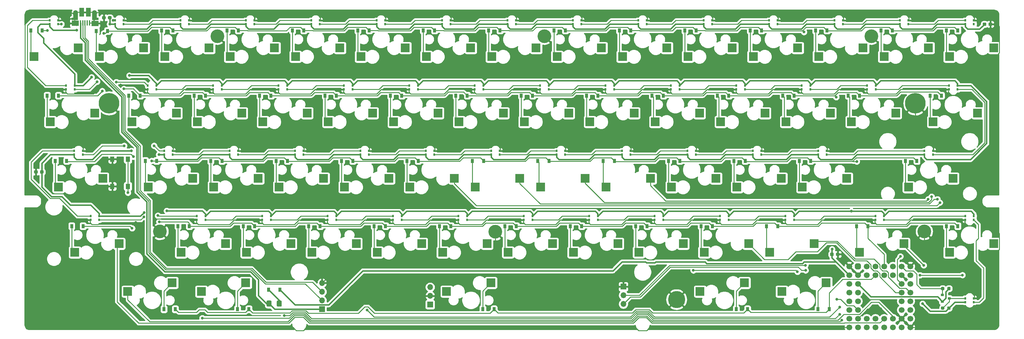
<source format=gbr>
%TF.GenerationSoftware,KiCad,Pcbnew,(5.1.9)-1*%
%TF.CreationDate,2021-11-21T10:50:56+09:00*%
%TF.ProjectId,main3,6d61696e-332e-46b6-9963-61645f706362,2*%
%TF.SameCoordinates,Original*%
%TF.FileFunction,Copper,L2,Bot*%
%TF.FilePolarity,Positive*%
%FSLAX46Y46*%
G04 Gerber Fmt 4.6, Leading zero omitted, Abs format (unit mm)*
G04 Created by KiCad (PCBNEW (5.1.9)-1) date 2021-11-21 10:50:56*
%MOMM*%
%LPD*%
G01*
G04 APERTURE LIST*
%TA.AperFunction,ComponentPad*%
%ADD10O,1.700000X1.700000*%
%TD*%
%TA.AperFunction,ComponentPad*%
%ADD11R,1.700000X1.700000*%
%TD*%
%TA.AperFunction,ComponentPad*%
%ADD12C,1.000000*%
%TD*%
%TA.AperFunction,SMDPad,CuDef*%
%ADD13R,2.550000X2.500000*%
%TD*%
%TA.AperFunction,ComponentPad*%
%ADD14C,1.700000*%
%TD*%
%TA.AperFunction,SMDPad,CuDef*%
%ADD15R,0.900000X1.200000*%
%TD*%
%TA.AperFunction,ComponentPad*%
%ADD16C,4.000000*%
%TD*%
%TA.AperFunction,ComponentPad*%
%ADD17C,5.000000*%
%TD*%
%TA.AperFunction,ComponentPad*%
%ADD18C,6.000000*%
%TD*%
%TA.AperFunction,SMDPad,CuDef*%
%ADD19R,1.300000X1.550000*%
%TD*%
%TA.AperFunction,SMDPad,CuDef*%
%ADD20R,0.900000X0.800000*%
%TD*%
%TA.AperFunction,SMDPad,CuDef*%
%ADD21R,0.600000X0.700000*%
%TD*%
%TA.AperFunction,SMDPad,CuDef*%
%ADD22R,1.350000X2.000000*%
%TD*%
%TA.AperFunction,SMDPad,CuDef*%
%ADD23R,1.825000X0.700000*%
%TD*%
%TA.AperFunction,SMDPad,CuDef*%
%ADD24R,2.000000X1.500000*%
%TD*%
%TA.AperFunction,SMDPad,CuDef*%
%ADD25R,0.400000X1.650000*%
%TD*%
%TA.AperFunction,ComponentPad*%
%ADD26O,1.100000X1.500000*%
%TD*%
%TA.AperFunction,ComponentPad*%
%ADD27O,1.350000X1.700000*%
%TD*%
%TA.AperFunction,SMDPad,CuDef*%
%ADD28R,1.430000X2.500000*%
%TD*%
%TA.AperFunction,ViaPad*%
%ADD29C,0.800000*%
%TD*%
%TA.AperFunction,Conductor*%
%ADD30C,0.250000*%
%TD*%
%TA.AperFunction,Conductor*%
%ADD31C,0.400000*%
%TD*%
%TA.AperFunction,Conductor*%
%ADD32C,0.254000*%
%TD*%
%TA.AperFunction,Conductor*%
%ADD33C,0.100000*%
%TD*%
G04 APERTURE END LIST*
D10*
%TO.P,J4,3*%
%TO.N,/GPIO1*%
X245000000Y-186508000D03*
%TO.P,J4,2*%
%TO.N,/GPIO0*%
X245000000Y-183968000D03*
D11*
%TO.P,J4,1*%
%TO.N,/GND*%
X245000000Y-181428000D03*
%TD*%
D12*
%TO.P,KSW16,2*%
%TO.N,Net-(D16-Pad2)*%
X78070500Y-133340000D03*
%TO.P,KSW16,1*%
%TO.N,/COL1*%
X90997500Y-130800000D03*
D13*
X90997500Y-130800000D03*
%TO.P,KSW16,2*%
%TO.N,Net-(D16-Pad2)*%
X78070500Y-133340000D03*
%TD*%
D12*
%TO.P,KSW57,2*%
%TO.N,Net-(D57-Pad2)*%
X134998840Y-180330320D03*
%TO.P,KSW57,1*%
%TO.N,/COL3*%
X122071840Y-182870320D03*
D13*
X122071840Y-182870320D03*
%TO.P,KSW57,2*%
%TO.N,Net-(D57-Pad2)*%
X134998840Y-180330320D03*
%TD*%
D12*
%TO.P,KSW36,2*%
%TO.N,Net-(D36-Pad2)*%
X201896000Y-152390000D03*
%TO.P,KSW36,1*%
%TO.N,/COL7*%
X214823000Y-149850000D03*
D13*
X214823000Y-149850000D03*
%TO.P,KSW36,2*%
%TO.N,Net-(D36-Pad2)*%
X201896000Y-152390000D03*
%TD*%
D12*
%TO.P,KSW28,2*%
%TO.N,Net-(D28-Pad2)*%
X311433000Y-133340000D03*
%TO.P,KSW28,1*%
%TO.N,/COL13*%
X324360000Y-130800000D03*
D13*
X324360000Y-130800000D03*
%TO.P,KSW28,2*%
%TO.N,Net-(D28-Pad2)*%
X311433000Y-133340000D03*
%TD*%
D12*
%TO.P,KSW59,2*%
%TO.N,Net-(D59-Pad2)*%
X280255280Y-180330160D03*
%TO.P,KSW59,1*%
%TO.N,/COL11*%
X267328280Y-182870160D03*
D13*
X267328280Y-182870160D03*
%TO.P,KSW59,2*%
%TO.N,Net-(D59-Pad2)*%
X280255280Y-180330160D03*
%TD*%
%TO.P,C4,2*%
%TO.N,/GND*%
%TA.AperFunction,SMDPad,CuDef*%
G36*
G01*
X351376000Y-105063500D02*
X351376000Y-104588500D01*
G75*
G02*
X351613500Y-104351000I237500J0D01*
G01*
X352213500Y-104351000D01*
G75*
G02*
X352451000Y-104588500I0J-237500D01*
G01*
X352451000Y-105063500D01*
G75*
G02*
X352213500Y-105301000I-237500J0D01*
G01*
X351613500Y-105301000D01*
G75*
G02*
X351376000Y-105063500I0J237500D01*
G01*
G37*
%TD.AperFunction*%
%TO.P,C4,1*%
%TO.N,/VCC*%
%TA.AperFunction,SMDPad,CuDef*%
G36*
G01*
X349651000Y-105063500D02*
X349651000Y-104588500D01*
G75*
G02*
X349888500Y-104351000I237500J0D01*
G01*
X350488500Y-104351000D01*
G75*
G02*
X350726000Y-104588500I0J-237500D01*
G01*
X350726000Y-105063500D01*
G75*
G02*
X350488500Y-105301000I-237500J0D01*
G01*
X349888500Y-105301000D01*
G75*
G02*
X349651000Y-105063500I0J237500D01*
G01*
G37*
%TD.AperFunction*%
%TD*%
%TO.P,C3,2*%
%TO.N,/GND*%
%TA.AperFunction,SMDPad,CuDef*%
G36*
G01*
X74425000Y-147712500D02*
X74425000Y-148187500D01*
G75*
G02*
X74187500Y-148425000I-237500J0D01*
G01*
X73587500Y-148425000D01*
G75*
G02*
X73350000Y-148187500I0J237500D01*
G01*
X73350000Y-147712500D01*
G75*
G02*
X73587500Y-147475000I237500J0D01*
G01*
X74187500Y-147475000D01*
G75*
G02*
X74425000Y-147712500I0J-237500D01*
G01*
G37*
%TD.AperFunction*%
%TO.P,C3,1*%
%TO.N,/VCC*%
%TA.AperFunction,SMDPad,CuDef*%
G36*
G01*
X76150000Y-147712500D02*
X76150000Y-148187500D01*
G75*
G02*
X75912500Y-148425000I-237500J0D01*
G01*
X75312500Y-148425000D01*
G75*
G02*
X75075000Y-148187500I0J237500D01*
G01*
X75075000Y-147712500D01*
G75*
G02*
X75312500Y-147475000I237500J0D01*
G01*
X75912500Y-147475000D01*
G75*
G02*
X76150000Y-147712500I0J-237500D01*
G01*
G37*
%TD.AperFunction*%
%TD*%
D11*
%TO.P,J2,1*%
%TO.N,/VBUS*%
X157222000Y-188000000D03*
D10*
%TO.P,J2,2*%
%TO.N,/USB_D-*%
X157222000Y-185460000D03*
%TO.P,J2,3*%
%TO.N,/USB_D+*%
X157222000Y-182920000D03*
%TO.P,J2,4*%
%TO.N,/GND*%
X157222000Y-180380000D03*
%TD*%
D14*
%TO.P,U1,48*%
%TO.N,/GND*%
X310785000Y-175520000D03*
%TO.P,U1,47*%
X313325000Y-178060000D03*
%TO.P,U1,46*%
%TO.N,/VCC*%
X310785000Y-178060000D03*
%TO.P,U1,45*%
%TO.N,/3V3*%
X313325000Y-180600000D03*
%TO.P,U1,44*%
%TO.N,Net-(U1-Pad44)*%
X310785000Y-180600000D03*
%TO.P,U1,43*%
%TO.N,Net-(U1-Pad43)*%
X313325000Y-183140000D03*
%TO.P,U1,42*%
%TO.N,Net-(U1-Pad42)*%
X310785000Y-183140000D03*
%TO.P,U1,41*%
%TO.N,/SWCLK*%
X313325000Y-185680000D03*
%TO.P,U1,40*%
%TO.N,/USB_D+*%
X310785000Y-185680000D03*
%TO.P,U1,39*%
%TO.N,/SWDIO*%
X313325000Y-188220000D03*
%TO.P,U1,38*%
%TO.N,/USB_D-*%
X310785000Y-188220000D03*
%TO.P,U1,37*%
%TO.N,/BOOTSEL*%
X310785000Y-190760000D03*
%TO.P,U1,36*%
%TO.N,/GND*%
X310785000Y-193300000D03*
%TO.P,U1,35*%
X313325000Y-190760000D03*
%TO.P,U1,34*%
%TO.N,Net-(U1-Pad34)*%
X313325000Y-193300000D03*
%TO.P,U1,33*%
%TO.N,Net-(U1-Pad33)*%
X315865000Y-190760000D03*
%TO.P,U1,32*%
%TO.N,Net-(U1-Pad32)*%
X315865000Y-193300000D03*
%TO.P,U1,31*%
%TO.N,Net-(U1-Pad31)*%
X318405000Y-190760000D03*
%TO.P,U1,30*%
%TO.N,Net-(U1-Pad30)*%
X318405000Y-193300000D03*
%TO.P,U1,29*%
%TO.N,/COL1*%
X320945000Y-190760000D03*
%TO.P,U1,28*%
%TO.N,/COL2*%
X320945000Y-193300000D03*
%TO.P,U1,27*%
%TO.N,/COL3*%
X323485000Y-190760000D03*
%TO.P,U1,26*%
%TO.N,/COL4*%
X323485000Y-193300000D03*
%TO.P,U1,25*%
%TO.N,/COL5*%
X326025000Y-193300000D03*
%TO.P,U1,24*%
%TO.N,/GND*%
X328565000Y-193300000D03*
%TO.P,U1,23*%
X326025000Y-190760000D03*
%TO.P,U1,22*%
%TO.N,/COL6*%
X328565000Y-190760000D03*
%TO.P,U1,21*%
%TO.N,/COL7*%
X326025000Y-188220000D03*
%TO.P,U1,20*%
%TO.N,/COL8*%
X328565000Y-188220000D03*
%TO.P,U1,19*%
%TO.N,/COL9*%
X326025000Y-185680000D03*
%TO.P,U1,18*%
%TO.N,/COL10*%
X328565000Y-185680000D03*
%TO.P,U1,17*%
%TO.N,/COL11*%
X326025000Y-183140000D03*
%TO.P,U1,16*%
%TO.N,/COL12*%
X328565000Y-183140000D03*
%TO.P,U1,15*%
%TO.N,/COL13*%
X326025000Y-180600000D03*
%TO.P,U1,14*%
%TO.N,/COL14*%
X328565000Y-180600000D03*
%TO.P,U1,13*%
%TO.N,/COL15*%
X328565000Y-178060000D03*
%TO.P,U1,12*%
%TO.N,/GND*%
X328565000Y-175520000D03*
%TO.P,U1,11*%
X326025000Y-178060000D03*
%TO.P,U1,10*%
%TO.N,/LED_D_3V3*%
X326025000Y-175520000D03*
%TO.P,U1,9*%
%TO.N,/ROW1*%
X323485000Y-178060000D03*
%TO.P,U1,8*%
%TO.N,/ROW2*%
X323485000Y-175520000D03*
%TO.P,U1,7*%
%TO.N,/ROW3*%
X320945000Y-178060000D03*
%TO.P,U1,6*%
%TO.N,/ROW4*%
X320945000Y-175520000D03*
%TO.P,U1,5*%
%TO.N,/ROW5*%
X318405000Y-178060000D03*
%TO.P,U1,4*%
%TO.N,/GPIO3*%
X318405000Y-175520000D03*
%TO.P,U1,3*%
%TO.N,/GPIO2*%
X315865000Y-178060000D03*
%TO.P,U1,2*%
%TO.N,/GPIO1*%
X315865000Y-175520000D03*
%TO.P,U1,1*%
%TO.N,/GPIO0*%
%TA.AperFunction,ComponentPad*%
G36*
G01*
X312900000Y-174670000D02*
X313750000Y-174670000D01*
G75*
G02*
X314175000Y-175095000I0J-425000D01*
G01*
X314175000Y-175945000D01*
G75*
G02*
X313750000Y-176370000I-425000J0D01*
G01*
X312900000Y-176370000D01*
G75*
G02*
X312475000Y-175945000I0J425000D01*
G01*
X312475000Y-175095000D01*
G75*
G02*
X312900000Y-174670000I425000J0D01*
G01*
G37*
%TD.AperFunction*%
%TD*%
%TO.P,F1,2*%
%TO.N,/VBUS*%
%TA.AperFunction,SMDPad,CuDef*%
G36*
G01*
X142504000Y-185753000D02*
X142504000Y-187003000D01*
G75*
G02*
X142254000Y-187253000I-250000J0D01*
G01*
X141329000Y-187253000D01*
G75*
G02*
X141079000Y-187003000I0J250000D01*
G01*
X141079000Y-185753000D01*
G75*
G02*
X141329000Y-185503000I250000J0D01*
G01*
X142254000Y-185503000D01*
G75*
G02*
X142504000Y-185753000I0J-250000D01*
G01*
G37*
%TD.AperFunction*%
%TO.P,F1,1*%
%TO.N,Net-(DS1-Pad2)*%
%TA.AperFunction,SMDPad,CuDef*%
G36*
G01*
X145479000Y-185753000D02*
X145479000Y-187003000D01*
G75*
G02*
X145229000Y-187253000I-250000J0D01*
G01*
X144304000Y-187253000D01*
G75*
G02*
X144054000Y-187003000I0J250000D01*
G01*
X144054000Y-185753000D01*
G75*
G02*
X144304000Y-185503000I250000J0D01*
G01*
X145229000Y-185503000D01*
G75*
G02*
X145479000Y-185753000I0J-250000D01*
G01*
G37*
%TD.AperFunction*%
%TD*%
D15*
%TO.P,DS1,2*%
%TO.N,Net-(DS1-Pad2)*%
X141629000Y-182314000D03*
%TO.P,DS1,1*%
%TO.N,/VCC*%
X144929000Y-182314000D03*
%TD*%
%TO.P,C2,2*%
%TO.N,/GND*%
%TA.AperFunction,SMDPad,CuDef*%
G36*
G01*
X94212500Y-102683500D02*
X94212500Y-103158500D01*
G75*
G02*
X93975000Y-103396000I-237500J0D01*
G01*
X93375000Y-103396000D01*
G75*
G02*
X93137500Y-103158500I0J237500D01*
G01*
X93137500Y-102683500D01*
G75*
G02*
X93375000Y-102446000I237500J0D01*
G01*
X93975000Y-102446000D01*
G75*
G02*
X94212500Y-102683500I0J-237500D01*
G01*
G37*
%TD.AperFunction*%
%TO.P,C2,1*%
%TO.N,/VCC*%
%TA.AperFunction,SMDPad,CuDef*%
G36*
G01*
X95937500Y-102683500D02*
X95937500Y-103158500D01*
G75*
G02*
X95700000Y-103396000I-237500J0D01*
G01*
X95100000Y-103396000D01*
G75*
G02*
X94862500Y-103158500I0J237500D01*
G01*
X94862500Y-102683500D01*
G75*
G02*
X95100000Y-102446000I237500J0D01*
G01*
X95700000Y-102446000D01*
G75*
G02*
X95937500Y-102683500I0J-237500D01*
G01*
G37*
%TD.AperFunction*%
%TD*%
%TO.P,C1,2*%
%TO.N,/GND*%
%TA.AperFunction,SMDPad,CuDef*%
G36*
G01*
X306925000Y-172237500D02*
X306925000Y-171762500D01*
G75*
G02*
X307162500Y-171525000I237500J0D01*
G01*
X307762500Y-171525000D01*
G75*
G02*
X308000000Y-171762500I0J-237500D01*
G01*
X308000000Y-172237500D01*
G75*
G02*
X307762500Y-172475000I-237500J0D01*
G01*
X307162500Y-172475000D01*
G75*
G02*
X306925000Y-172237500I0J237500D01*
G01*
G37*
%TD.AperFunction*%
%TO.P,C1,1*%
%TO.N,/VCC*%
%TA.AperFunction,SMDPad,CuDef*%
G36*
G01*
X305200000Y-172237500D02*
X305200000Y-171762500D01*
G75*
G02*
X305437500Y-171525000I237500J0D01*
G01*
X306037500Y-171525000D01*
G75*
G02*
X306275000Y-171762500I0J-237500D01*
G01*
X306275000Y-172237500D01*
G75*
G02*
X306037500Y-172475000I-237500J0D01*
G01*
X305437500Y-172475000D01*
G75*
G02*
X305200000Y-172237500I0J237500D01*
G01*
G37*
%TD.AperFunction*%
%TD*%
D16*
%TO.P,HOLE12,*%
%TO.N,/GND*%
X332650000Y-165300000D03*
%TD*%
%TO.P,HOLE10,*%
%TO.N,/GND*%
X110000000Y-165300000D03*
%TD*%
%TO.P,HOLE11,*%
%TO.N,/GND*%
X207738000Y-165400000D03*
%TD*%
%TO.P,HOLE9,*%
%TO.N,/GND*%
X317275000Y-108300000D03*
%TD*%
%TO.P,HOLE8,*%
%TO.N,/GND*%
X222025000Y-108310000D03*
%TD*%
%TO.P,HOLE7,*%
%TO.N,/GND*%
X126775000Y-108300000D03*
%TD*%
D17*
%TO.P,HOLE4,*%
%TO.N,/GND*%
X260500000Y-185200000D03*
%TD*%
D18*
%TO.P,HOLE2,*%
%TO.N,/GND*%
X330050000Y-127910000D03*
%TD*%
%TO.P,HOLE1,*%
%TO.N,/GND*%
X95200000Y-127900000D03*
%TD*%
D19*
%TO.P,RSW1,2*%
%TO.N,/GND*%
X96150000Y-144225000D03*
%TO.P,RSW1,1*%
%TO.N,/BOOTSEL*%
X100650000Y-144225000D03*
X100650000Y-152175000D03*
%TO.P,RSW1,2*%
%TO.N,/GND*%
X96150000Y-152175000D03*
%TD*%
%TO.P,R2,2*%
%TO.N,/LED_D_5V*%
%TA.AperFunction,SMDPad,CuDef*%
G36*
G01*
X338504000Y-187462500D02*
X338504000Y-187937500D01*
G75*
G02*
X338266500Y-188175000I-237500J0D01*
G01*
X337766500Y-188175000D01*
G75*
G02*
X337529000Y-187937500I0J237500D01*
G01*
X337529000Y-187462500D01*
G75*
G02*
X337766500Y-187225000I237500J0D01*
G01*
X338266500Y-187225000D01*
G75*
G02*
X338504000Y-187462500I0J-237500D01*
G01*
G37*
%TD.AperFunction*%
%TO.P,R2,1*%
%TO.N,/VCC*%
%TA.AperFunction,SMDPad,CuDef*%
G36*
G01*
X340329000Y-187462500D02*
X340329000Y-187937500D01*
G75*
G02*
X340091500Y-188175000I-237500J0D01*
G01*
X339591500Y-188175000D01*
G75*
G02*
X339354000Y-187937500I0J237500D01*
G01*
X339354000Y-187462500D01*
G75*
G02*
X339591500Y-187225000I237500J0D01*
G01*
X340091500Y-187225000D01*
G75*
G02*
X340329000Y-187462500I0J-237500D01*
G01*
G37*
%TD.AperFunction*%
%TD*%
%TO.P,R1,2*%
%TO.N,/LED_D_3V3*%
%TA.AperFunction,SMDPad,CuDef*%
G36*
G01*
X338504000Y-181762500D02*
X338504000Y-182237500D01*
G75*
G02*
X338266500Y-182475000I-237500J0D01*
G01*
X337766500Y-182475000D01*
G75*
G02*
X337529000Y-182237500I0J237500D01*
G01*
X337529000Y-181762500D01*
G75*
G02*
X337766500Y-181525000I237500J0D01*
G01*
X338266500Y-181525000D01*
G75*
G02*
X338504000Y-181762500I0J-237500D01*
G01*
G37*
%TD.AperFunction*%
%TO.P,R1,1*%
%TO.N,/3V3*%
%TA.AperFunction,SMDPad,CuDef*%
G36*
G01*
X340329000Y-181762500D02*
X340329000Y-182237500D01*
G75*
G02*
X340091500Y-182475000I-237500J0D01*
G01*
X339591500Y-182475000D01*
G75*
G02*
X339354000Y-182237500I0J237500D01*
G01*
X339354000Y-181762500D01*
G75*
G02*
X339591500Y-181525000I237500J0D01*
G01*
X340091500Y-181525000D01*
G75*
G02*
X340329000Y-181762500I0J-237500D01*
G01*
G37*
%TD.AperFunction*%
%TD*%
D20*
%TO.P,Q1,3*%
%TO.N,/LED_D_5V*%
X339929000Y-184845000D03*
%TO.P,Q1,2*%
%TO.N,/LED_D_3V3*%
X337929000Y-183895000D03*
%TO.P,Q1,1*%
%TO.N,/3V3*%
X337929000Y-185795000D03*
%TD*%
D21*
%TO.P,LED56,3*%
%TO.N,Net-(LED55-Pad1)*%
X344600000Y-103700000D03*
%TO.P,LED56,4*%
%TO.N,/VCC*%
X344600000Y-104800000D03*
%TO.P,LED56,1*%
%TO.N,/LED Array/DOUT*%
X347100000Y-104800000D03*
%TO.P,LED56,2*%
%TO.N,/GND*%
X347100000Y-103700000D03*
%TD*%
%TO.P,LED55,3*%
%TO.N,Net-(LED54-Pad1)*%
X325550000Y-103700000D03*
%TO.P,LED55,4*%
%TO.N,/VCC*%
X325550000Y-104800000D03*
%TO.P,LED55,1*%
%TO.N,Net-(LED55-Pad1)*%
X328050000Y-104800000D03*
%TO.P,LED55,2*%
%TO.N,/GND*%
X328050000Y-103700000D03*
%TD*%
%TO.P,LED54,3*%
%TO.N,Net-(LED53-Pad1)*%
X306500000Y-103700000D03*
%TO.P,LED54,4*%
%TO.N,/VCC*%
X306500000Y-104800000D03*
%TO.P,LED54,1*%
%TO.N,Net-(LED54-Pad1)*%
X309000000Y-104800000D03*
%TO.P,LED54,2*%
%TO.N,/GND*%
X309000000Y-103700000D03*
%TD*%
%TO.P,LED53,3*%
%TO.N,Net-(LED52-Pad1)*%
X287450000Y-103700000D03*
%TO.P,LED53,4*%
%TO.N,/VCC*%
X287450000Y-104800000D03*
%TO.P,LED53,1*%
%TO.N,Net-(LED53-Pad1)*%
X289950000Y-104800000D03*
%TO.P,LED53,2*%
%TO.N,/GND*%
X289950000Y-103700000D03*
%TD*%
%TO.P,LED52,3*%
%TO.N,Net-(LED51-Pad1)*%
X268400000Y-103700000D03*
%TO.P,LED52,4*%
%TO.N,/VCC*%
X268400000Y-104800000D03*
%TO.P,LED52,1*%
%TO.N,Net-(LED52-Pad1)*%
X270900000Y-104800000D03*
%TO.P,LED52,2*%
%TO.N,/GND*%
X270900000Y-103700000D03*
%TD*%
%TO.P,LED51,3*%
%TO.N,Net-(LED50-Pad1)*%
X249350000Y-103700000D03*
%TO.P,LED51,4*%
%TO.N,/VCC*%
X249350000Y-104800000D03*
%TO.P,LED51,1*%
%TO.N,Net-(LED51-Pad1)*%
X251850000Y-104800000D03*
%TO.P,LED51,2*%
%TO.N,/GND*%
X251850000Y-103700000D03*
%TD*%
%TO.P,LED50,3*%
%TO.N,Net-(LED49-Pad1)*%
X230300000Y-103700000D03*
%TO.P,LED50,4*%
%TO.N,/VCC*%
X230300000Y-104800000D03*
%TO.P,LED50,1*%
%TO.N,Net-(LED50-Pad1)*%
X232800000Y-104800000D03*
%TO.P,LED50,2*%
%TO.N,/GND*%
X232800000Y-103700000D03*
%TD*%
%TO.P,LED49,3*%
%TO.N,Net-(LED48-Pad1)*%
X211250000Y-103700000D03*
%TO.P,LED49,4*%
%TO.N,/VCC*%
X211250000Y-104800000D03*
%TO.P,LED49,1*%
%TO.N,Net-(LED49-Pad1)*%
X213750000Y-104800000D03*
%TO.P,LED49,2*%
%TO.N,/GND*%
X213750000Y-103700000D03*
%TD*%
%TO.P,LED48,3*%
%TO.N,Net-(LED47-Pad1)*%
X192200000Y-103700000D03*
%TO.P,LED48,4*%
%TO.N,/VCC*%
X192200000Y-104800000D03*
%TO.P,LED48,1*%
%TO.N,Net-(LED48-Pad1)*%
X194700000Y-104800000D03*
%TO.P,LED48,2*%
%TO.N,/GND*%
X194700000Y-103700000D03*
%TD*%
%TO.P,LED47,3*%
%TO.N,Net-(LED46-Pad1)*%
X173150000Y-103700000D03*
%TO.P,LED47,4*%
%TO.N,/VCC*%
X173150000Y-104800000D03*
%TO.P,LED47,1*%
%TO.N,Net-(LED47-Pad1)*%
X175650000Y-104800000D03*
%TO.P,LED47,2*%
%TO.N,/GND*%
X175650000Y-103700000D03*
%TD*%
%TO.P,LED46,3*%
%TO.N,Net-(LED45-Pad1)*%
X154100000Y-103700000D03*
%TO.P,LED46,4*%
%TO.N,/VCC*%
X154100000Y-104800000D03*
%TO.P,LED46,1*%
%TO.N,Net-(LED46-Pad1)*%
X156600000Y-104800000D03*
%TO.P,LED46,2*%
%TO.N,/GND*%
X156600000Y-103700000D03*
%TD*%
%TO.P,LED45,3*%
%TO.N,Net-(LED44-Pad1)*%
X135050000Y-103700000D03*
%TO.P,LED45,4*%
%TO.N,/VCC*%
X135050000Y-104800000D03*
%TO.P,LED45,1*%
%TO.N,Net-(LED45-Pad1)*%
X137550000Y-104800000D03*
%TO.P,LED45,2*%
%TO.N,/GND*%
X137550000Y-103700000D03*
%TD*%
%TO.P,LED44,3*%
%TO.N,Net-(LED43-Pad1)*%
X116000000Y-103700000D03*
%TO.P,LED44,4*%
%TO.N,/VCC*%
X116000000Y-104800000D03*
%TO.P,LED44,1*%
%TO.N,Net-(LED44-Pad1)*%
X118500000Y-104800000D03*
%TO.P,LED44,2*%
%TO.N,/GND*%
X118500000Y-103700000D03*
%TD*%
%TO.P,LED43,3*%
%TO.N,Net-(LED42-Pad1)*%
X96950000Y-103700000D03*
%TO.P,LED43,4*%
%TO.N,/VCC*%
X96950000Y-104800000D03*
%TO.P,LED43,1*%
%TO.N,Net-(LED43-Pad1)*%
X99450000Y-104800000D03*
%TO.P,LED43,2*%
%TO.N,/GND*%
X99450000Y-103700000D03*
%TD*%
%TO.P,LED42,3*%
%TO.N,Net-(LED41-Pad1)*%
X77900000Y-103700000D03*
%TO.P,LED42,4*%
%TO.N,/VCC*%
X77900000Y-104800000D03*
%TO.P,LED42,1*%
%TO.N,Net-(LED42-Pad1)*%
X80400000Y-104800000D03*
%TO.P,LED42,2*%
%TO.N,/GND*%
X80400000Y-103700000D03*
%TD*%
%TO.P,LED41,3*%
%TO.N,Net-(LED40-Pad1)*%
X85162500Y-123850000D03*
%TO.P,LED41,4*%
%TO.N,/VCC*%
X85162500Y-122750000D03*
%TO.P,LED41,1*%
%TO.N,Net-(LED41-Pad1)*%
X82662500Y-122750000D03*
%TO.P,LED41,2*%
%TO.N,/GND*%
X82662500Y-123850000D03*
%TD*%
%TO.P,LED40,3*%
%TO.N,Net-(LED39-Pad1)*%
X108975000Y-123850000D03*
%TO.P,LED40,4*%
%TO.N,/VCC*%
X108975000Y-122750000D03*
%TO.P,LED40,1*%
%TO.N,Net-(LED40-Pad1)*%
X106475000Y-122750000D03*
%TO.P,LED40,2*%
%TO.N,/GND*%
X106475000Y-123850000D03*
%TD*%
%TO.P,LED39,3*%
%TO.N,Net-(LED38-Pad1)*%
X128025000Y-123850000D03*
%TO.P,LED39,4*%
%TO.N,/VCC*%
X128025000Y-122750000D03*
%TO.P,LED39,1*%
%TO.N,Net-(LED39-Pad1)*%
X125525000Y-122750000D03*
%TO.P,LED39,2*%
%TO.N,/GND*%
X125525000Y-123850000D03*
%TD*%
%TO.P,LED38,3*%
%TO.N,Net-(LED37-Pad1)*%
X147075000Y-123850000D03*
%TO.P,LED38,4*%
%TO.N,/VCC*%
X147075000Y-122750000D03*
%TO.P,LED38,1*%
%TO.N,Net-(LED38-Pad1)*%
X144575000Y-122750000D03*
%TO.P,LED38,2*%
%TO.N,/GND*%
X144575000Y-123850000D03*
%TD*%
%TO.P,LED37,3*%
%TO.N,Net-(LED36-Pad1)*%
X166125000Y-123850000D03*
%TO.P,LED37,4*%
%TO.N,/VCC*%
X166125000Y-122750000D03*
%TO.P,LED37,1*%
%TO.N,Net-(LED37-Pad1)*%
X163625000Y-122750000D03*
%TO.P,LED37,2*%
%TO.N,/GND*%
X163625000Y-123850000D03*
%TD*%
%TO.P,LED36,3*%
%TO.N,Net-(LED35-Pad1)*%
X185175000Y-123850000D03*
%TO.P,LED36,4*%
%TO.N,/VCC*%
X185175000Y-122750000D03*
%TO.P,LED36,1*%
%TO.N,Net-(LED36-Pad1)*%
X182675000Y-122750000D03*
%TO.P,LED36,2*%
%TO.N,/GND*%
X182675000Y-123850000D03*
%TD*%
%TO.P,LED35,3*%
%TO.N,Net-(LED34-Pad1)*%
X204225000Y-123850000D03*
%TO.P,LED35,4*%
%TO.N,/VCC*%
X204225000Y-122750000D03*
%TO.P,LED35,1*%
%TO.N,Net-(LED35-Pad1)*%
X201725000Y-122750000D03*
%TO.P,LED35,2*%
%TO.N,/GND*%
X201725000Y-123850000D03*
%TD*%
%TO.P,LED34,3*%
%TO.N,Net-(LED33-Pad1)*%
X223275000Y-123850000D03*
%TO.P,LED34,4*%
%TO.N,/VCC*%
X223275000Y-122750000D03*
%TO.P,LED34,1*%
%TO.N,Net-(LED34-Pad1)*%
X220775000Y-122750000D03*
%TO.P,LED34,2*%
%TO.N,/GND*%
X220775000Y-123850000D03*
%TD*%
%TO.P,LED33,3*%
%TO.N,Net-(LED32-Pad1)*%
X242325000Y-123850000D03*
%TO.P,LED33,4*%
%TO.N,/VCC*%
X242325000Y-122750000D03*
%TO.P,LED33,1*%
%TO.N,Net-(LED33-Pad1)*%
X239825000Y-122750000D03*
%TO.P,LED33,2*%
%TO.N,/GND*%
X239825000Y-123850000D03*
%TD*%
%TO.P,LED32,3*%
%TO.N,Net-(LED31-Pad1)*%
X261375000Y-123850000D03*
%TO.P,LED32,4*%
%TO.N,/VCC*%
X261375000Y-122750000D03*
%TO.P,LED32,1*%
%TO.N,Net-(LED32-Pad1)*%
X258875000Y-122750000D03*
%TO.P,LED32,2*%
%TO.N,/GND*%
X258875000Y-123850000D03*
%TD*%
%TO.P,LED31,3*%
%TO.N,Net-(LED30-Pad1)*%
X280425000Y-123850000D03*
%TO.P,LED31,4*%
%TO.N,/VCC*%
X280425000Y-122750000D03*
%TO.P,LED31,1*%
%TO.N,Net-(LED31-Pad1)*%
X277925000Y-122750000D03*
%TO.P,LED31,2*%
%TO.N,/GND*%
X277925000Y-123850000D03*
%TD*%
%TO.P,LED30,3*%
%TO.N,Net-(LED29-Pad1)*%
X299475000Y-123850000D03*
%TO.P,LED30,4*%
%TO.N,/VCC*%
X299475000Y-122750000D03*
%TO.P,LED30,1*%
%TO.N,Net-(LED30-Pad1)*%
X296975000Y-122750000D03*
%TO.P,LED30,2*%
%TO.N,/GND*%
X296975000Y-123850000D03*
%TD*%
%TO.P,LED29,3*%
%TO.N,Net-(LED28-Pad1)*%
X318525000Y-123850000D03*
%TO.P,LED29,4*%
%TO.N,/VCC*%
X318525000Y-122750000D03*
%TO.P,LED29,1*%
%TO.N,Net-(LED29-Pad1)*%
X316025000Y-122750000D03*
%TO.P,LED29,2*%
%TO.N,/GND*%
X316025000Y-123850000D03*
%TD*%
%TO.P,LED28,3*%
%TO.N,Net-(LED27-Pad1)*%
X342338000Y-123850000D03*
%TO.P,LED28,4*%
%TO.N,/VCC*%
X342338000Y-122750000D03*
%TO.P,LED28,1*%
%TO.N,Net-(LED28-Pad1)*%
X339838000Y-122750000D03*
%TO.P,LED28,2*%
%TO.N,/GND*%
X339838000Y-123850000D03*
%TD*%
%TO.P,LED27,3*%
%TO.N,Net-(LED26-Pad1)*%
X332694000Y-141800000D03*
%TO.P,LED27,4*%
%TO.N,/VCC*%
X332694000Y-142900000D03*
%TO.P,LED27,1*%
%TO.N,Net-(LED27-Pad1)*%
X335194000Y-142900000D03*
%TO.P,LED27,2*%
%TO.N,/GND*%
X335194000Y-141800000D03*
%TD*%
%TO.P,LED26,3*%
%TO.N,Net-(LED25-Pad1)*%
X301738000Y-141800000D03*
%TO.P,LED26,4*%
%TO.N,/VCC*%
X301738000Y-142900000D03*
%TO.P,LED26,1*%
%TO.N,Net-(LED26-Pad1)*%
X304238000Y-142900000D03*
%TO.P,LED26,2*%
%TO.N,/GND*%
X304238000Y-141800000D03*
%TD*%
%TO.P,LED25,3*%
%TO.N,Net-(LED24-Pad1)*%
X282688000Y-141800000D03*
%TO.P,LED25,4*%
%TO.N,/VCC*%
X282688000Y-142900000D03*
%TO.P,LED25,1*%
%TO.N,Net-(LED25-Pad1)*%
X285188000Y-142900000D03*
%TO.P,LED25,2*%
%TO.N,/GND*%
X285188000Y-141800000D03*
%TD*%
%TO.P,LED24,3*%
%TO.N,Net-(LED23-Pad1)*%
X263638000Y-141800000D03*
%TO.P,LED24,4*%
%TO.N,/VCC*%
X263638000Y-142900000D03*
%TO.P,LED24,1*%
%TO.N,Net-(LED24-Pad1)*%
X266138000Y-142900000D03*
%TO.P,LED24,2*%
%TO.N,/GND*%
X266138000Y-141800000D03*
%TD*%
%TO.P,LED23,3*%
%TO.N,Net-(LED22-Pad1)*%
X244588000Y-141800000D03*
%TO.P,LED23,4*%
%TO.N,/VCC*%
X244588000Y-142900000D03*
%TO.P,LED23,1*%
%TO.N,Net-(LED23-Pad1)*%
X247088000Y-142900000D03*
%TO.P,LED23,2*%
%TO.N,/GND*%
X247088000Y-141800000D03*
%TD*%
%TO.P,LED22,3*%
%TO.N,Net-(LED21-Pad1)*%
X225538000Y-141800000D03*
%TO.P,LED22,4*%
%TO.N,/VCC*%
X225538000Y-142900000D03*
%TO.P,LED22,1*%
%TO.N,Net-(LED22-Pad1)*%
X228038000Y-142900000D03*
%TO.P,LED22,2*%
%TO.N,/GND*%
X228038000Y-141800000D03*
%TD*%
%TO.P,LED21,3*%
%TO.N,Net-(LED20-Pad1)*%
X206488000Y-141800000D03*
%TO.P,LED21,4*%
%TO.N,/VCC*%
X206488000Y-142900000D03*
%TO.P,LED21,1*%
%TO.N,Net-(LED21-Pad1)*%
X208988000Y-142900000D03*
%TO.P,LED21,2*%
%TO.N,/GND*%
X208988000Y-141800000D03*
%TD*%
%TO.P,LED20,3*%
%TO.N,Net-(LED19-Pad1)*%
X187438000Y-141800000D03*
%TO.P,LED20,4*%
%TO.N,/VCC*%
X187438000Y-142900000D03*
%TO.P,LED20,1*%
%TO.N,Net-(LED20-Pad1)*%
X189938000Y-142900000D03*
%TO.P,LED20,2*%
%TO.N,/GND*%
X189938000Y-141800000D03*
%TD*%
%TO.P,LED19,3*%
%TO.N,Net-(LED18-Pad1)*%
X168388000Y-141800000D03*
%TO.P,LED19,4*%
%TO.N,/VCC*%
X168388000Y-142900000D03*
%TO.P,LED19,1*%
%TO.N,Net-(LED19-Pad1)*%
X170888000Y-142900000D03*
%TO.P,LED19,2*%
%TO.N,/GND*%
X170888000Y-141800000D03*
%TD*%
%TO.P,LED18,3*%
%TO.N,Net-(LED17-Pad1)*%
X149338000Y-141800000D03*
%TO.P,LED18,4*%
%TO.N,/VCC*%
X149338000Y-142900000D03*
%TO.P,LED18,1*%
%TO.N,Net-(LED18-Pad1)*%
X151838000Y-142900000D03*
%TO.P,LED18,2*%
%TO.N,/GND*%
X151838000Y-141800000D03*
%TD*%
%TO.P,LED17,3*%
%TO.N,Net-(LED16-Pad1)*%
X130288000Y-141800000D03*
%TO.P,LED17,4*%
%TO.N,/VCC*%
X130288000Y-142900000D03*
%TO.P,LED17,1*%
%TO.N,Net-(LED17-Pad1)*%
X132788000Y-142900000D03*
%TO.P,LED17,2*%
%TO.N,/GND*%
X132788000Y-141800000D03*
%TD*%
%TO.P,LED16,3*%
%TO.N,Net-(LED15-Pad1)*%
X111238000Y-141800000D03*
%TO.P,LED16,4*%
%TO.N,/VCC*%
X111238000Y-142900000D03*
%TO.P,LED16,1*%
%TO.N,Net-(LED16-Pad1)*%
X113738000Y-142900000D03*
%TO.P,LED16,2*%
%TO.N,/GND*%
X113738000Y-141800000D03*
%TD*%
%TO.P,LED15,3*%
%TO.N,Net-(LED14-Pad1)*%
X85043800Y-141800000D03*
%TO.P,LED15,4*%
%TO.N,/VCC*%
X85043800Y-142900000D03*
%TO.P,LED15,1*%
%TO.N,Net-(LED15-Pad1)*%
X87543800Y-142900000D03*
%TO.P,LED15,2*%
%TO.N,/GND*%
X87543800Y-141800000D03*
%TD*%
%TO.P,LED14,3*%
%TO.N,Net-(LED13-Pad1)*%
X92306200Y-161950000D03*
%TO.P,LED14,4*%
%TO.N,/VCC*%
X92306200Y-160850000D03*
%TO.P,LED14,1*%
%TO.N,Net-(LED14-Pad1)*%
X89806200Y-160850000D03*
%TO.P,LED14,2*%
%TO.N,/GND*%
X89806200Y-161950000D03*
%TD*%
%TO.P,LED13,3*%
%TO.N,Net-(LED12-Pad1)*%
X123262000Y-161950000D03*
%TO.P,LED13,4*%
%TO.N,/VCC*%
X123262000Y-160850000D03*
%TO.P,LED13,1*%
%TO.N,Net-(LED13-Pad1)*%
X120762000Y-160850000D03*
%TO.P,LED13,2*%
%TO.N,/GND*%
X120762000Y-161950000D03*
%TD*%
%TO.P,LED12,3*%
%TO.N,Net-(LED11-Pad1)*%
X142312000Y-161950000D03*
%TO.P,LED12,4*%
%TO.N,/VCC*%
X142312000Y-160850000D03*
%TO.P,LED12,1*%
%TO.N,Net-(LED12-Pad1)*%
X139812000Y-160850000D03*
%TO.P,LED12,2*%
%TO.N,/GND*%
X139812000Y-161950000D03*
%TD*%
%TO.P,LED11,3*%
%TO.N,Net-(LED10-Pad1)*%
X161362000Y-161950000D03*
%TO.P,LED11,4*%
%TO.N,/VCC*%
X161362000Y-160850000D03*
%TO.P,LED11,1*%
%TO.N,Net-(LED11-Pad1)*%
X158862000Y-160850000D03*
%TO.P,LED11,2*%
%TO.N,/GND*%
X158862000Y-161950000D03*
%TD*%
%TO.P,LED10,3*%
%TO.N,Net-(LED10-Pad3)*%
X180412000Y-161950000D03*
%TO.P,LED10,4*%
%TO.N,/VCC*%
X180412000Y-160850000D03*
%TO.P,LED10,1*%
%TO.N,Net-(LED10-Pad1)*%
X177912000Y-160850000D03*
%TO.P,LED10,2*%
%TO.N,/GND*%
X177912000Y-161950000D03*
%TD*%
%TO.P,LED9,3*%
%TO.N,Net-(LED8-Pad1)*%
X199462000Y-161950000D03*
%TO.P,LED9,4*%
%TO.N,/VCC*%
X199462000Y-160850000D03*
%TO.P,LED9,1*%
%TO.N,Net-(LED10-Pad3)*%
X196962000Y-160850000D03*
%TO.P,LED9,2*%
%TO.N,/GND*%
X196962000Y-161950000D03*
%TD*%
%TO.P,LED8,3*%
%TO.N,Net-(LED7-Pad1)*%
X218512000Y-161950000D03*
%TO.P,LED8,4*%
%TO.N,/VCC*%
X218512000Y-160850000D03*
%TO.P,LED8,1*%
%TO.N,Net-(LED8-Pad1)*%
X216012000Y-160850000D03*
%TO.P,LED8,2*%
%TO.N,/GND*%
X216012000Y-161950000D03*
%TD*%
%TO.P,LED7,3*%
%TO.N,Net-(LED6-Pad1)*%
X237562000Y-161950000D03*
%TO.P,LED7,4*%
%TO.N,/VCC*%
X237562000Y-160850000D03*
%TO.P,LED7,1*%
%TO.N,Net-(LED7-Pad1)*%
X235062000Y-160850000D03*
%TO.P,LED7,2*%
%TO.N,/GND*%
X235062000Y-161950000D03*
%TD*%
%TO.P,LED6,3*%
%TO.N,Net-(LED5-Pad1)*%
X256612000Y-161950000D03*
%TO.P,LED6,4*%
%TO.N,/VCC*%
X256612000Y-160850000D03*
%TO.P,LED6,1*%
%TO.N,Net-(LED6-Pad1)*%
X254112000Y-160850000D03*
%TO.P,LED6,2*%
%TO.N,/GND*%
X254112000Y-161950000D03*
%TD*%
%TO.P,LED5,3*%
%TO.N,Net-(LED4-Pad1)*%
X275662000Y-161950000D03*
%TO.P,LED5,4*%
%TO.N,/VCC*%
X275662000Y-160850000D03*
%TO.P,LED5,1*%
%TO.N,Net-(LED5-Pad1)*%
X273162000Y-160850000D03*
%TO.P,LED5,2*%
%TO.N,/GND*%
X273162000Y-161950000D03*
%TD*%
%TO.P,LED4,3*%
%TO.N,Net-(LED3-Pad1)*%
X294712000Y-161950000D03*
%TO.P,LED4,4*%
%TO.N,/VCC*%
X294712000Y-160850000D03*
%TO.P,LED4,1*%
%TO.N,Net-(LED4-Pad1)*%
X292212000Y-160850000D03*
%TO.P,LED4,2*%
%TO.N,/GND*%
X292212000Y-161950000D03*
%TD*%
%TO.P,LED3,3*%
%TO.N,Net-(LED2-Pad1)*%
X320906000Y-161950000D03*
%TO.P,LED3,4*%
%TO.N,/VCC*%
X320906000Y-160850000D03*
%TO.P,LED3,1*%
%TO.N,Net-(LED3-Pad1)*%
X318406000Y-160850000D03*
%TO.P,LED3,2*%
%TO.N,/GND*%
X318406000Y-161950000D03*
%TD*%
%TO.P,LED2,3*%
%TO.N,Net-(LED1-Pad1)*%
X347100000Y-161950000D03*
%TO.P,LED2,4*%
%TO.N,/VCC*%
X347100000Y-160850000D03*
%TO.P,LED2,1*%
%TO.N,Net-(LED2-Pad1)*%
X344600000Y-160850000D03*
%TO.P,LED2,2*%
%TO.N,/GND*%
X344600000Y-161950000D03*
%TD*%
%TO.P,LED1,3*%
%TO.N,/LED_D_5V*%
X344601000Y-184860000D03*
%TO.P,LED1,4*%
%TO.N,/VCC*%
X344601000Y-185960000D03*
%TO.P,LED1,1*%
%TO.N,Net-(LED1-Pad1)*%
X347101000Y-185960000D03*
%TO.P,LED1,2*%
%TO.N,/GND*%
X347101000Y-184860000D03*
%TD*%
D12*
%TO.P,KSW60,2*%
%TO.N,Net-(D60-Pad2)*%
X304068760Y-180330320D03*
%TO.P,KSW60,1*%
%TO.N,/COL12*%
X291141760Y-182870320D03*
D13*
X291141760Y-182870320D03*
%TO.P,KSW60,2*%
%TO.N,Net-(D60-Pad2)*%
X304068760Y-180330320D03*
%TD*%
D12*
%TO.P,KSW58,2*%
%TO.N,Net-(D58-Pad2)*%
X206436440Y-180330320D03*
%TO.P,KSW58,1*%
%TO.N,/COL7*%
X193509440Y-182870320D03*
D13*
X193509440Y-182870320D03*
%TO.P,KSW58,2*%
%TO.N,Net-(D58-Pad2)*%
X206436440Y-180330320D03*
%TD*%
D12*
%TO.P,KSW56,2*%
%TO.N,Net-(D56-Pad2)*%
X113567160Y-180330320D03*
%TO.P,KSW56,1*%
%TO.N,/COL2*%
X100640160Y-182870320D03*
D13*
X100640160Y-182870320D03*
%TO.P,KSW56,2*%
%TO.N,Net-(D56-Pad2)*%
X113567160Y-180330320D03*
%TD*%
D12*
%TO.P,KSW55,2*%
%TO.N,Net-(D55-Pad2)*%
X340008000Y-171440000D03*
%TO.P,KSW55,1*%
%TO.N,/COL15*%
X352935000Y-168900000D03*
D13*
X352935000Y-168900000D03*
%TO.P,KSW55,2*%
%TO.N,Net-(D55-Pad2)*%
X340008000Y-171440000D03*
%TD*%
D12*
%TO.P,KSW54,2*%
%TO.N,Net-(D54-Pad2)*%
X313814000Y-171440000D03*
%TO.P,KSW54,1*%
%TO.N,/COL14*%
X326741000Y-168900000D03*
D13*
X326741000Y-168900000D03*
%TO.P,KSW54,2*%
%TO.N,Net-(D54-Pad2)*%
X313814000Y-171440000D03*
%TD*%
D12*
%TO.P,KSW53,2*%
%TO.N,Net-(D53-Pad2)*%
X287620000Y-171440000D03*
%TO.P,KSW53,1*%
%TO.N,/COL12*%
X300547000Y-168900000D03*
D13*
X300547000Y-168900000D03*
%TO.P,KSW53,2*%
%TO.N,Net-(D53-Pad2)*%
X287620000Y-171440000D03*
%TD*%
D12*
%TO.P,KSW52,2*%
%TO.N,Net-(D52-Pad2)*%
X268570000Y-171440000D03*
%TO.P,KSW52,1*%
%TO.N,/COL11*%
X281497000Y-168900000D03*
D13*
X281497000Y-168900000D03*
%TO.P,KSW52,2*%
%TO.N,Net-(D52-Pad2)*%
X268570000Y-171440000D03*
%TD*%
D12*
%TO.P,KSW51,2*%
%TO.N,Net-(D51-Pad2)*%
X249520000Y-171440000D03*
%TO.P,KSW51,1*%
%TO.N,/COL10*%
X262447000Y-168900000D03*
D13*
X262447000Y-168900000D03*
%TO.P,KSW51,2*%
%TO.N,Net-(D51-Pad2)*%
X249520000Y-171440000D03*
%TD*%
D12*
%TO.P,KSW50,2*%
%TO.N,Net-(D50-Pad2)*%
X230470000Y-171440000D03*
%TO.P,KSW50,1*%
%TO.N,/COL9*%
X243397000Y-168900000D03*
D13*
X243397000Y-168900000D03*
%TO.P,KSW50,2*%
%TO.N,Net-(D50-Pad2)*%
X230470000Y-171440000D03*
%TD*%
D12*
%TO.P,KSW49,2*%
%TO.N,Net-(D49-Pad2)*%
X211420000Y-171440000D03*
%TO.P,KSW49,1*%
%TO.N,/COL8*%
X224347000Y-168900000D03*
D13*
X224347000Y-168900000D03*
%TO.P,KSW49,2*%
%TO.N,Net-(D49-Pad2)*%
X211420000Y-171440000D03*
%TD*%
D12*
%TO.P,KSW48,2*%
%TO.N,Net-(D48-Pad2)*%
X192370000Y-171440000D03*
%TO.P,KSW48,1*%
%TO.N,/COL7*%
X205297000Y-168900000D03*
D13*
X205297000Y-168900000D03*
%TO.P,KSW48,2*%
%TO.N,Net-(D48-Pad2)*%
X192370000Y-171440000D03*
%TD*%
D12*
%TO.P,KSW47,2*%
%TO.N,Net-(D47-Pad2)*%
X173320000Y-171440000D03*
%TO.P,KSW47,1*%
%TO.N,/COL6*%
X186247000Y-168900000D03*
D13*
X186247000Y-168900000D03*
%TO.P,KSW47,2*%
%TO.N,Net-(D47-Pad2)*%
X173320000Y-171440000D03*
%TD*%
D12*
%TO.P,KSW46,2*%
%TO.N,Net-(D46-Pad2)*%
X154270000Y-171440000D03*
%TO.P,KSW46,1*%
%TO.N,/COL5*%
X167197000Y-168900000D03*
D13*
X167197000Y-168900000D03*
%TO.P,KSW46,2*%
%TO.N,Net-(D46-Pad2)*%
X154270000Y-171440000D03*
%TD*%
D12*
%TO.P,KSW45,2*%
%TO.N,Net-(D45-Pad2)*%
X135220000Y-171440000D03*
%TO.P,KSW45,1*%
%TO.N,/COL4*%
X148147000Y-168900000D03*
D13*
X148147000Y-168900000D03*
%TO.P,KSW45,2*%
%TO.N,Net-(D45-Pad2)*%
X135220000Y-171440000D03*
%TD*%
D12*
%TO.P,KSW44,2*%
%TO.N,Net-(D44-Pad2)*%
X116170000Y-171440000D03*
%TO.P,KSW44,1*%
%TO.N,/COL3*%
X129097000Y-168900000D03*
D13*
X129097000Y-168900000D03*
%TO.P,KSW44,2*%
%TO.N,Net-(D44-Pad2)*%
X116170000Y-171440000D03*
%TD*%
D12*
%TO.P,KSW43,2*%
%TO.N,Net-(D43-Pad2)*%
X85214200Y-171440000D03*
%TO.P,KSW43,1*%
%TO.N,/COL1*%
X98141200Y-168900000D03*
D13*
X98141200Y-168900000D03*
%TO.P,KSW43,2*%
%TO.N,Net-(D43-Pad2)*%
X85214200Y-171440000D03*
%TD*%
D12*
%TO.P,KSW42,2*%
%TO.N,Net-(D42-Pad2)*%
X328102000Y-152390000D03*
%TO.P,KSW42,1*%
%TO.N,/COL15*%
X341029000Y-149850000D03*
D13*
X341029000Y-149850000D03*
%TO.P,KSW42,2*%
%TO.N,Net-(D42-Pad2)*%
X328102000Y-152390000D03*
%TD*%
D12*
%TO.P,KSW41,2*%
%TO.N,Net-(D41-Pad2)*%
X297146000Y-152390000D03*
%TO.P,KSW41,1*%
%TO.N,/COL12*%
X310073000Y-149850000D03*
D13*
X310073000Y-149850000D03*
%TO.P,KSW41,2*%
%TO.N,Net-(D41-Pad2)*%
X297146000Y-152390000D03*
%TD*%
D12*
%TO.P,KSW40,2*%
%TO.N,Net-(D40-Pad2)*%
X278096000Y-152390000D03*
%TO.P,KSW40,1*%
%TO.N,/COL11*%
X291023000Y-149850000D03*
D13*
X291023000Y-149850000D03*
%TO.P,KSW40,2*%
%TO.N,Net-(D40-Pad2)*%
X278096000Y-152390000D03*
%TD*%
D12*
%TO.P,KSW39,2*%
%TO.N,Net-(D39-Pad2)*%
X259046000Y-152390000D03*
%TO.P,KSW39,1*%
%TO.N,/COL10*%
X271973000Y-149850000D03*
D13*
X271973000Y-149850000D03*
%TO.P,KSW39,2*%
%TO.N,Net-(D39-Pad2)*%
X259046000Y-152390000D03*
%TD*%
D12*
%TO.P,KSW38,2*%
%TO.N,Net-(D38-Pad2)*%
X239996000Y-152390000D03*
%TO.P,KSW38,1*%
%TO.N,/COL9*%
X252923000Y-149850000D03*
D13*
X252923000Y-149850000D03*
%TO.P,KSW38,2*%
%TO.N,Net-(D38-Pad2)*%
X239996000Y-152390000D03*
%TD*%
D12*
%TO.P,KSW37,2*%
%TO.N,Net-(D37-Pad2)*%
X220946000Y-152390000D03*
%TO.P,KSW37,1*%
%TO.N,/COL8*%
X233873000Y-149850000D03*
D13*
X233873000Y-149850000D03*
%TO.P,KSW37,2*%
%TO.N,Net-(D37-Pad2)*%
X220946000Y-152390000D03*
%TD*%
D12*
%TO.P,KSW35,2*%
%TO.N,Net-(D35-Pad2)*%
X182846000Y-152390000D03*
%TO.P,KSW35,1*%
%TO.N,/COL6*%
X195773000Y-149850000D03*
D13*
X195773000Y-149850000D03*
%TO.P,KSW35,2*%
%TO.N,Net-(D35-Pad2)*%
X182846000Y-152390000D03*
%TD*%
D12*
%TO.P,KSW34,2*%
%TO.N,Net-(D34-Pad2)*%
X163796000Y-152390000D03*
%TO.P,KSW34,1*%
%TO.N,/COL5*%
X176723000Y-149850000D03*
D13*
X176723000Y-149850000D03*
%TO.P,KSW34,2*%
%TO.N,Net-(D34-Pad2)*%
X163796000Y-152390000D03*
%TD*%
D12*
%TO.P,KSW33,2*%
%TO.N,Net-(D33-Pad2)*%
X144746000Y-152390000D03*
%TO.P,KSW33,1*%
%TO.N,/COL4*%
X157673000Y-149850000D03*
D13*
X157673000Y-149850000D03*
%TO.P,KSW33,2*%
%TO.N,Net-(D33-Pad2)*%
X144746000Y-152390000D03*
%TD*%
D12*
%TO.P,KSW32,2*%
%TO.N,Net-(D32-Pad2)*%
X125696000Y-152390000D03*
%TO.P,KSW32,1*%
%TO.N,/COL3*%
X138623000Y-149850000D03*
D13*
X138623000Y-149850000D03*
%TO.P,KSW32,2*%
%TO.N,Net-(D32-Pad2)*%
X125696000Y-152390000D03*
%TD*%
D12*
%TO.P,KSW31,2*%
%TO.N,Net-(D31-Pad2)*%
X106646000Y-152390000D03*
%TO.P,KSW31,1*%
%TO.N,/COL2*%
X119573000Y-149850000D03*
D13*
X119573000Y-149850000D03*
%TO.P,KSW31,2*%
%TO.N,Net-(D31-Pad2)*%
X106646000Y-152390000D03*
%TD*%
D12*
%TO.P,KSW30,2*%
%TO.N,Net-(D30-Pad2)*%
X80451800Y-152390000D03*
%TO.P,KSW30,1*%
%TO.N,/COL1*%
X93378800Y-149850000D03*
D13*
X93378800Y-149850000D03*
%TO.P,KSW30,2*%
%TO.N,Net-(D30-Pad2)*%
X80451800Y-152390000D03*
%TD*%
D12*
%TO.P,KSW29,2*%
%TO.N,Net-(D29-Pad2)*%
X335246000Y-133340000D03*
%TO.P,KSW29,1*%
%TO.N,/COL15*%
X348173000Y-130800000D03*
D13*
X348173000Y-130800000D03*
%TO.P,KSW29,2*%
%TO.N,Net-(D29-Pad2)*%
X335246000Y-133340000D03*
%TD*%
D12*
%TO.P,KSW27,2*%
%TO.N,Net-(D27-Pad2)*%
X292383000Y-133340000D03*
%TO.P,KSW27,1*%
%TO.N,/COL12*%
X305310000Y-130800000D03*
D13*
X305310000Y-130800000D03*
%TO.P,KSW27,2*%
%TO.N,Net-(D27-Pad2)*%
X292383000Y-133340000D03*
%TD*%
D12*
%TO.P,KSW26,2*%
%TO.N,Net-(D26-Pad2)*%
X273333000Y-133340000D03*
%TO.P,KSW26,1*%
%TO.N,/COL11*%
X286260000Y-130800000D03*
D13*
X286260000Y-130800000D03*
%TO.P,KSW26,2*%
%TO.N,Net-(D26-Pad2)*%
X273333000Y-133340000D03*
%TD*%
D12*
%TO.P,KSW25,2*%
%TO.N,Net-(D25-Pad2)*%
X254283000Y-133340000D03*
%TO.P,KSW25,1*%
%TO.N,/COL10*%
X267210000Y-130800000D03*
D13*
X267210000Y-130800000D03*
%TO.P,KSW25,2*%
%TO.N,Net-(D25-Pad2)*%
X254283000Y-133340000D03*
%TD*%
D12*
%TO.P,KSW24,2*%
%TO.N,Net-(D24-Pad2)*%
X235233000Y-133340000D03*
%TO.P,KSW24,1*%
%TO.N,/COL9*%
X248160000Y-130800000D03*
D13*
X248160000Y-130800000D03*
%TO.P,KSW24,2*%
%TO.N,Net-(D24-Pad2)*%
X235233000Y-133340000D03*
%TD*%
D12*
%TO.P,KSW23,2*%
%TO.N,Net-(D23-Pad2)*%
X216183000Y-133340000D03*
%TO.P,KSW23,1*%
%TO.N,/COL8*%
X229110000Y-130800000D03*
D13*
X229110000Y-130800000D03*
%TO.P,KSW23,2*%
%TO.N,Net-(D23-Pad2)*%
X216183000Y-133340000D03*
%TD*%
D12*
%TO.P,KSW22,2*%
%TO.N,Net-(D22-Pad2)*%
X197133000Y-133340000D03*
%TO.P,KSW22,1*%
%TO.N,/COL7*%
X210060000Y-130800000D03*
D13*
X210060000Y-130800000D03*
%TO.P,KSW22,2*%
%TO.N,Net-(D22-Pad2)*%
X197133000Y-133340000D03*
%TD*%
D12*
%TO.P,KSW21,2*%
%TO.N,Net-(D21-Pad2)*%
X178083000Y-133340000D03*
%TO.P,KSW21,1*%
%TO.N,/COL6*%
X191010000Y-130800000D03*
D13*
X191010000Y-130800000D03*
%TO.P,KSW21,2*%
%TO.N,Net-(D21-Pad2)*%
X178083000Y-133340000D03*
%TD*%
D12*
%TO.P,KSW20,2*%
%TO.N,Net-(D20-Pad2)*%
X159033000Y-133340000D03*
%TO.P,KSW20,1*%
%TO.N,/COL5*%
X171960000Y-130800000D03*
D13*
X171960000Y-130800000D03*
%TO.P,KSW20,2*%
%TO.N,Net-(D20-Pad2)*%
X159033000Y-133340000D03*
%TD*%
D12*
%TO.P,KSW19,2*%
%TO.N,Net-(D19-Pad2)*%
X139983000Y-133340000D03*
%TO.P,KSW19,1*%
%TO.N,/COL4*%
X152910000Y-130800000D03*
D13*
X152910000Y-130800000D03*
%TO.P,KSW19,2*%
%TO.N,Net-(D19-Pad2)*%
X139983000Y-133340000D03*
%TD*%
D12*
%TO.P,KSW18,2*%
%TO.N,Net-(D18-Pad2)*%
X120933000Y-133340000D03*
%TO.P,KSW18,1*%
%TO.N,/COL3*%
X133860000Y-130800000D03*
D13*
X133860000Y-130800000D03*
%TO.P,KSW18,2*%
%TO.N,Net-(D18-Pad2)*%
X120933000Y-133340000D03*
%TD*%
D12*
%TO.P,KSW17,2*%
%TO.N,Net-(D17-Pad2)*%
X101883000Y-133340000D03*
%TO.P,KSW17,1*%
%TO.N,/COL2*%
X114810000Y-130800000D03*
D13*
X114810000Y-130800000D03*
%TO.P,KSW17,2*%
%TO.N,Net-(D17-Pad2)*%
X101883000Y-133340000D03*
%TD*%
D12*
%TO.P,KSW15,2*%
%TO.N,Net-(D15-Pad2)*%
X340008000Y-114290000D03*
%TO.P,KSW15,1*%
%TO.N,/COL15*%
X352935000Y-111750000D03*
D13*
X352935000Y-111750000D03*
%TO.P,KSW15,2*%
%TO.N,Net-(D15-Pad2)*%
X340008000Y-114290000D03*
%TD*%
D12*
%TO.P,KSW14,2*%
%TO.N,Net-(D14-Pad2)*%
X320958000Y-114290000D03*
%TO.P,KSW14,1*%
%TO.N,/COL14*%
X333885000Y-111750000D03*
D13*
X333885000Y-111750000D03*
%TO.P,KSW14,2*%
%TO.N,Net-(D14-Pad2)*%
X320958000Y-114290000D03*
%TD*%
D12*
%TO.P,KSW13,2*%
%TO.N,Net-(D13-Pad2)*%
X301908000Y-114290000D03*
%TO.P,KSW13,1*%
%TO.N,/COL13*%
X314835000Y-111750000D03*
D13*
X314835000Y-111750000D03*
%TO.P,KSW13,2*%
%TO.N,Net-(D13-Pad2)*%
X301908000Y-114290000D03*
%TD*%
D12*
%TO.P,KSW12,2*%
%TO.N,Net-(D12-Pad2)*%
X282858000Y-114290000D03*
%TO.P,KSW12,1*%
%TO.N,/COL12*%
X295785000Y-111750000D03*
D13*
X295785000Y-111750000D03*
%TO.P,KSW12,2*%
%TO.N,Net-(D12-Pad2)*%
X282858000Y-114290000D03*
%TD*%
D12*
%TO.P,KSW11,2*%
%TO.N,Net-(D11-Pad2)*%
X263808000Y-114290000D03*
%TO.P,KSW11,1*%
%TO.N,/COL11*%
X276735000Y-111750000D03*
D13*
X276735000Y-111750000D03*
%TO.P,KSW11,2*%
%TO.N,Net-(D11-Pad2)*%
X263808000Y-114290000D03*
%TD*%
D12*
%TO.P,KSW10,2*%
%TO.N,Net-(D10-Pad2)*%
X244758000Y-114290000D03*
%TO.P,KSW10,1*%
%TO.N,/COL10*%
X257685000Y-111750000D03*
D13*
X257685000Y-111750000D03*
%TO.P,KSW10,2*%
%TO.N,Net-(D10-Pad2)*%
X244758000Y-114290000D03*
%TD*%
D12*
%TO.P,KSW9,2*%
%TO.N,Net-(D9-Pad2)*%
X225708000Y-114290000D03*
%TO.P,KSW9,1*%
%TO.N,/COL9*%
X238635000Y-111750000D03*
D13*
X238635000Y-111750000D03*
%TO.P,KSW9,2*%
%TO.N,Net-(D9-Pad2)*%
X225708000Y-114290000D03*
%TD*%
D12*
%TO.P,KSW8,2*%
%TO.N,Net-(D8-Pad2)*%
X206658000Y-114290000D03*
%TO.P,KSW8,1*%
%TO.N,/COL8*%
X219585000Y-111750000D03*
D13*
X219585000Y-111750000D03*
%TO.P,KSW8,2*%
%TO.N,Net-(D8-Pad2)*%
X206658000Y-114290000D03*
%TD*%
D12*
%TO.P,KSW7,2*%
%TO.N,Net-(D7-Pad2)*%
X187608000Y-114290000D03*
%TO.P,KSW7,1*%
%TO.N,/COL7*%
X200535000Y-111750000D03*
D13*
X200535000Y-111750000D03*
%TO.P,KSW7,2*%
%TO.N,Net-(D7-Pad2)*%
X187608000Y-114290000D03*
%TD*%
D12*
%TO.P,KSW6,2*%
%TO.N,Net-(D6-Pad2)*%
X168558000Y-114290000D03*
%TO.P,KSW6,1*%
%TO.N,/COL6*%
X181485000Y-111750000D03*
D13*
X181485000Y-111750000D03*
%TO.P,KSW6,2*%
%TO.N,Net-(D6-Pad2)*%
X168558000Y-114290000D03*
%TD*%
D12*
%TO.P,KSW5,2*%
%TO.N,Net-(D5-Pad2)*%
X149508000Y-114290000D03*
%TO.P,KSW5,1*%
%TO.N,/COL5*%
X162435000Y-111750000D03*
D13*
X162435000Y-111750000D03*
%TO.P,KSW5,2*%
%TO.N,Net-(D5-Pad2)*%
X149508000Y-114290000D03*
%TD*%
D12*
%TO.P,KSW4,2*%
%TO.N,Net-(D4-Pad2)*%
X130458000Y-114290000D03*
%TO.P,KSW4,1*%
%TO.N,/COL4*%
X143385000Y-111750000D03*
D13*
X143385000Y-111750000D03*
%TO.P,KSW4,2*%
%TO.N,Net-(D4-Pad2)*%
X130458000Y-114290000D03*
%TD*%
D12*
%TO.P,KSW3,2*%
%TO.N,Net-(D3-Pad2)*%
X111408000Y-114290000D03*
%TO.P,KSW3,1*%
%TO.N,/COL3*%
X124335000Y-111750000D03*
D13*
X124335000Y-111750000D03*
%TO.P,KSW3,2*%
%TO.N,Net-(D3-Pad2)*%
X111408000Y-114290000D03*
%TD*%
D12*
%TO.P,KSW2,2*%
%TO.N,Net-(D2-Pad2)*%
X92358000Y-114290000D03*
%TO.P,KSW2,1*%
%TO.N,/COL2*%
X105285000Y-111750000D03*
D13*
X105285000Y-111750000D03*
%TO.P,KSW2,2*%
%TO.N,Net-(D2-Pad2)*%
X92358000Y-114290000D03*
%TD*%
D12*
%TO.P,KSW1,2*%
%TO.N,Net-(D1-Pad2)*%
X73308000Y-114290000D03*
%TO.P,KSW1,1*%
%TO.N,/COL1*%
X86235000Y-111750000D03*
D13*
X86235000Y-111750000D03*
%TO.P,KSW1,2*%
%TO.N,Net-(D1-Pad2)*%
X73308000Y-114290000D03*
%TD*%
D11*
%TO.P,J3,1*%
%TO.N,/SWDIO*%
X188716000Y-186664000D03*
D10*
%TO.P,J3,2*%
%TO.N,/GND*%
X188716000Y-184124000D03*
%TO.P,J3,3*%
%TO.N,/SWCLK*%
X188716000Y-181584000D03*
%TD*%
D22*
%TO.P,J1,6*%
%TO.N,/GND*%
X90925000Y-102515000D03*
X85445000Y-102515000D03*
D23*
X85225000Y-103265000D03*
X91175000Y-103265000D03*
D24*
X85325000Y-104565000D03*
X91075000Y-104585000D03*
D25*
%TO.P,J1,1*%
%TO.N,/VBUS*%
X86875000Y-104465000D03*
%TO.P,J1,2*%
%TO.N,/USB_D-*%
X87525000Y-104465000D03*
%TO.P,J1,3*%
%TO.N,/USB_D+*%
X88175000Y-104465000D03*
%TO.P,J1,4*%
%TO.N,Net-(J1-Pad4)*%
X88825000Y-104465000D03*
%TO.P,J1,5*%
%TO.N,/GND*%
X89475000Y-104465000D03*
D26*
%TO.P,J1,6*%
X85755000Y-104585000D03*
X90595000Y-104585000D03*
D27*
X85445000Y-101585000D03*
X90905000Y-101585000D03*
D28*
X87215000Y-101315000D03*
X89135000Y-101315000D03*
%TD*%
D15*
%TO.P,D60,2*%
%TO.N,Net-(D60-Pad2)*%
X301676760Y-188010320D03*
%TO.P,D60,1*%
%TO.N,/ROW5*%
X304976760Y-188010320D03*
%TD*%
%TO.P,D59,2*%
%TO.N,Net-(D59-Pad2)*%
X277864560Y-188010320D03*
%TO.P,D59,1*%
%TO.N,/ROW5*%
X281164560Y-188010320D03*
%TD*%
%TO.P,D58,2*%
%TO.N,Net-(D58-Pad2)*%
X204044440Y-188010320D03*
%TO.P,D58,1*%
%TO.N,/ROW5*%
X207344440Y-188010320D03*
%TD*%
%TO.P,D57,2*%
%TO.N,Net-(D57-Pad2)*%
X132606840Y-188010320D03*
%TO.P,D57,1*%
%TO.N,/ROW5*%
X135906840Y-188010320D03*
%TD*%
%TO.P,D56,2*%
%TO.N,Net-(D56-Pad2)*%
X111175160Y-188010320D03*
%TO.P,D56,1*%
%TO.N,/ROW5*%
X114475160Y-188010320D03*
%TD*%
%TO.P,D55,2*%
%TO.N,Net-(D55-Pad2)*%
X339100000Y-163760000D03*
%TO.P,D55,1*%
%TO.N,/ROW4*%
X342400000Y-163760000D03*
%TD*%
%TO.P,D54,2*%
%TO.N,Net-(D54-Pad2)*%
X312906000Y-163760000D03*
%TO.P,D54,1*%
%TO.N,/ROW4*%
X316206000Y-163760000D03*
%TD*%
%TO.P,D53,2*%
%TO.N,Net-(D53-Pad2)*%
X286712000Y-163760000D03*
%TO.P,D53,1*%
%TO.N,/ROW4*%
X290012000Y-163760000D03*
%TD*%
%TO.P,D52,2*%
%TO.N,Net-(D52-Pad2)*%
X267662000Y-163760000D03*
%TO.P,D52,1*%
%TO.N,/ROW4*%
X270962000Y-163760000D03*
%TD*%
%TO.P,D51,2*%
%TO.N,Net-(D51-Pad2)*%
X248612000Y-163760000D03*
%TO.P,D51,1*%
%TO.N,/ROW4*%
X251912000Y-163760000D03*
%TD*%
%TO.P,D50,2*%
%TO.N,Net-(D50-Pad2)*%
X229562000Y-163760000D03*
%TO.P,D50,1*%
%TO.N,/ROW4*%
X232862000Y-163760000D03*
%TD*%
%TO.P,D49,2*%
%TO.N,Net-(D49-Pad2)*%
X210512000Y-163760000D03*
%TO.P,D49,1*%
%TO.N,/ROW4*%
X213812000Y-163760000D03*
%TD*%
%TO.P,D48,2*%
%TO.N,Net-(D48-Pad2)*%
X191462000Y-163760000D03*
%TO.P,D48,1*%
%TO.N,/ROW4*%
X194762000Y-163760000D03*
%TD*%
%TO.P,D47,2*%
%TO.N,Net-(D47-Pad2)*%
X172412000Y-163760000D03*
%TO.P,D47,1*%
%TO.N,/ROW4*%
X175712000Y-163760000D03*
%TD*%
%TO.P,D46,2*%
%TO.N,Net-(D46-Pad2)*%
X153362000Y-163760000D03*
%TO.P,D46,1*%
%TO.N,/ROW4*%
X156662000Y-163760000D03*
%TD*%
%TO.P,D45,2*%
%TO.N,Net-(D45-Pad2)*%
X134312000Y-163760000D03*
%TO.P,D45,1*%
%TO.N,/ROW4*%
X137612000Y-163760000D03*
%TD*%
%TO.P,D44,2*%
%TO.N,Net-(D44-Pad2)*%
X115262000Y-163760000D03*
%TO.P,D44,1*%
%TO.N,/ROW4*%
X118562000Y-163760000D03*
%TD*%
%TO.P,D43,2*%
%TO.N,Net-(D43-Pad2)*%
X84306200Y-163760000D03*
%TO.P,D43,1*%
%TO.N,/ROW4*%
X87606200Y-163760000D03*
%TD*%
%TO.P,D42,2*%
%TO.N,Net-(D42-Pad2)*%
X327194000Y-144710000D03*
%TO.P,D42,1*%
%TO.N,/ROW3*%
X330494000Y-144710000D03*
%TD*%
%TO.P,D41,2*%
%TO.N,Net-(D41-Pad2)*%
X296238000Y-144710000D03*
%TO.P,D41,1*%
%TO.N,/ROW3*%
X299538000Y-144710000D03*
%TD*%
%TO.P,D40,2*%
%TO.N,Net-(D40-Pad2)*%
X277188000Y-144710000D03*
%TO.P,D40,1*%
%TO.N,/ROW3*%
X280488000Y-144710000D03*
%TD*%
%TO.P,D39,2*%
%TO.N,Net-(D39-Pad2)*%
X258138000Y-144710000D03*
%TO.P,D39,1*%
%TO.N,/ROW3*%
X261438000Y-144710000D03*
%TD*%
%TO.P,D38,2*%
%TO.N,Net-(D38-Pad2)*%
X239088000Y-144710000D03*
%TO.P,D38,1*%
%TO.N,/ROW3*%
X242388000Y-144710000D03*
%TD*%
%TO.P,D37,2*%
%TO.N,Net-(D37-Pad2)*%
X220038000Y-144710000D03*
%TO.P,D37,1*%
%TO.N,/ROW3*%
X223338000Y-144710000D03*
%TD*%
%TO.P,D36,2*%
%TO.N,Net-(D36-Pad2)*%
X200988000Y-144710000D03*
%TO.P,D36,1*%
%TO.N,/ROW3*%
X204288000Y-144710000D03*
%TD*%
%TO.P,D35,2*%
%TO.N,Net-(D35-Pad2)*%
X181938000Y-144710000D03*
%TO.P,D35,1*%
%TO.N,/ROW3*%
X185238000Y-144710000D03*
%TD*%
%TO.P,D34,2*%
%TO.N,Net-(D34-Pad2)*%
X162888000Y-144710000D03*
%TO.P,D34,1*%
%TO.N,/ROW3*%
X166188000Y-144710000D03*
%TD*%
%TO.P,D33,2*%
%TO.N,Net-(D33-Pad2)*%
X143838000Y-144710000D03*
%TO.P,D33,1*%
%TO.N,/ROW3*%
X147138000Y-144710000D03*
%TD*%
%TO.P,D32,2*%
%TO.N,Net-(D32-Pad2)*%
X124788000Y-144710000D03*
%TO.P,D32,1*%
%TO.N,/ROW3*%
X128088000Y-144710000D03*
%TD*%
%TO.P,D31,2*%
%TO.N,Net-(D31-Pad2)*%
X105738000Y-144710000D03*
%TO.P,D31,1*%
%TO.N,/ROW3*%
X109038000Y-144710000D03*
%TD*%
%TO.P,D30,2*%
%TO.N,Net-(D30-Pad2)*%
X79543800Y-144710000D03*
%TO.P,D30,1*%
%TO.N,/ROW3*%
X82843800Y-144710000D03*
%TD*%
%TO.P,D29,2*%
%TO.N,Net-(D29-Pad2)*%
X334338000Y-125660000D03*
%TO.P,D29,1*%
%TO.N,/ROW2*%
X337638000Y-125660000D03*
%TD*%
%TO.P,D28,2*%
%TO.N,Net-(D28-Pad2)*%
X310525000Y-125660000D03*
%TO.P,D28,1*%
%TO.N,/ROW2*%
X313825000Y-125660000D03*
%TD*%
%TO.P,D27,2*%
%TO.N,Net-(D27-Pad2)*%
X291475000Y-125660000D03*
%TO.P,D27,1*%
%TO.N,/ROW2*%
X294775000Y-125660000D03*
%TD*%
%TO.P,D26,2*%
%TO.N,Net-(D26-Pad2)*%
X272425000Y-125660000D03*
%TO.P,D26,1*%
%TO.N,/ROW2*%
X275725000Y-125660000D03*
%TD*%
%TO.P,D25,2*%
%TO.N,Net-(D25-Pad2)*%
X253375000Y-125660000D03*
%TO.P,D25,1*%
%TO.N,/ROW2*%
X256675000Y-125660000D03*
%TD*%
%TO.P,D24,2*%
%TO.N,Net-(D24-Pad2)*%
X234325000Y-125660000D03*
%TO.P,D24,1*%
%TO.N,/ROW2*%
X237625000Y-125660000D03*
%TD*%
%TO.P,D23,2*%
%TO.N,Net-(D23-Pad2)*%
X215275000Y-125660000D03*
%TO.P,D23,1*%
%TO.N,/ROW2*%
X218575000Y-125660000D03*
%TD*%
%TO.P,D22,2*%
%TO.N,Net-(D22-Pad2)*%
X196225000Y-125660000D03*
%TO.P,D22,1*%
%TO.N,/ROW2*%
X199525000Y-125660000D03*
%TD*%
%TO.P,D21,2*%
%TO.N,Net-(D21-Pad2)*%
X177175000Y-125660000D03*
%TO.P,D21,1*%
%TO.N,/ROW2*%
X180475000Y-125660000D03*
%TD*%
%TO.P,D20,2*%
%TO.N,Net-(D20-Pad2)*%
X158125000Y-125660000D03*
%TO.P,D20,1*%
%TO.N,/ROW2*%
X161425000Y-125660000D03*
%TD*%
%TO.P,D19,2*%
%TO.N,Net-(D19-Pad2)*%
X139075000Y-125660000D03*
%TO.P,D19,1*%
%TO.N,/ROW2*%
X142375000Y-125660000D03*
%TD*%
%TO.P,D18,2*%
%TO.N,Net-(D18-Pad2)*%
X120025000Y-125660000D03*
%TO.P,D18,1*%
%TO.N,/ROW2*%
X123325000Y-125660000D03*
%TD*%
%TO.P,D17,2*%
%TO.N,Net-(D17-Pad2)*%
X100975000Y-125660000D03*
%TO.P,D17,1*%
%TO.N,/ROW2*%
X104275000Y-125660000D03*
%TD*%
%TO.P,D16,2*%
%TO.N,Net-(D16-Pad2)*%
X77162500Y-125660000D03*
%TO.P,D16,1*%
%TO.N,/ROW2*%
X80462500Y-125660000D03*
%TD*%
%TO.P,D15,2*%
%TO.N,Net-(D15-Pad2)*%
X339100000Y-106610000D03*
%TO.P,D15,1*%
%TO.N,/ROW1*%
X342400000Y-106610000D03*
%TD*%
%TO.P,D14,2*%
%TO.N,Net-(D14-Pad2)*%
X320050000Y-106610000D03*
%TO.P,D14,1*%
%TO.N,/ROW1*%
X323350000Y-106610000D03*
%TD*%
%TO.P,D13,2*%
%TO.N,Net-(D13-Pad2)*%
X301000000Y-106610000D03*
%TO.P,D13,1*%
%TO.N,/ROW1*%
X304300000Y-106610000D03*
%TD*%
%TO.P,D12,2*%
%TO.N,Net-(D12-Pad2)*%
X281950000Y-106610000D03*
%TO.P,D12,1*%
%TO.N,/ROW1*%
X285250000Y-106610000D03*
%TD*%
%TO.P,D11,2*%
%TO.N,Net-(D11-Pad2)*%
X262900000Y-106610000D03*
%TO.P,D11,1*%
%TO.N,/ROW1*%
X266200000Y-106610000D03*
%TD*%
%TO.P,D10,2*%
%TO.N,Net-(D10-Pad2)*%
X243850000Y-106610000D03*
%TO.P,D10,1*%
%TO.N,/ROW1*%
X247150000Y-106610000D03*
%TD*%
%TO.P,D9,2*%
%TO.N,Net-(D9-Pad2)*%
X224800000Y-106610000D03*
%TO.P,D9,1*%
%TO.N,/ROW1*%
X228100000Y-106610000D03*
%TD*%
%TO.P,D8,2*%
%TO.N,Net-(D8-Pad2)*%
X205750000Y-106610000D03*
%TO.P,D8,1*%
%TO.N,/ROW1*%
X209050000Y-106610000D03*
%TD*%
%TO.P,D7,2*%
%TO.N,Net-(D7-Pad2)*%
X186700000Y-106610000D03*
%TO.P,D7,1*%
%TO.N,/ROW1*%
X190000000Y-106610000D03*
%TD*%
%TO.P,D6,2*%
%TO.N,Net-(D6-Pad2)*%
X167650000Y-106610000D03*
%TO.P,D6,1*%
%TO.N,/ROW1*%
X170950000Y-106610000D03*
%TD*%
%TO.P,D5,2*%
%TO.N,Net-(D5-Pad2)*%
X148600000Y-106610000D03*
%TO.P,D5,1*%
%TO.N,/ROW1*%
X151900000Y-106610000D03*
%TD*%
%TO.P,D4,2*%
%TO.N,Net-(D4-Pad2)*%
X129550000Y-106610000D03*
%TO.P,D4,1*%
%TO.N,/ROW1*%
X132850000Y-106610000D03*
%TD*%
%TO.P,D3,2*%
%TO.N,Net-(D3-Pad2)*%
X110500000Y-106610000D03*
%TO.P,D3,1*%
%TO.N,/ROW1*%
X113800000Y-106610000D03*
%TD*%
%TO.P,D2,2*%
%TO.N,Net-(D2-Pad2)*%
X91450000Y-106797000D03*
%TO.P,D2,1*%
%TO.N,/ROW1*%
X94750000Y-106797000D03*
%TD*%
%TO.P,D1,2*%
%TO.N,Net-(D1-Pad2)*%
X72400000Y-106610000D03*
%TO.P,D1,1*%
%TO.N,/ROW1*%
X75700000Y-106610000D03*
%TD*%
D29*
%TO.N,/ROW1*%
X77250000Y-106600000D03*
X93650000Y-107450000D03*
X297600000Y-107100000D03*
%TO.N,/ROW2*%
X99500000Y-123700000D03*
X93200000Y-124300000D03*
X307000000Y-126100000D03*
%TO.N,/ROW3*%
X102300000Y-143500000D03*
X107600000Y-144700000D03*
X313000000Y-144900000D03*
%TO.N,/ROW4*%
X109800000Y-162500000D03*
X101900000Y-164400000D03*
%TO.N,/GND*%
X319950000Y-187950000D03*
X98600000Y-122600000D03*
X93800000Y-122599996D03*
X103000000Y-162700000D03*
X73900000Y-146100000D03*
X93600000Y-153500000D03*
X108300002Y-161700000D03*
%TO.N,/SWDIO*%
X307162653Y-185125000D03*
%TO.N,/GPIO1*%
X298100000Y-176700000D03*
%TO.N,/GPIO0*%
X298000000Y-175200000D03*
%TO.N,/COL2*%
X308600000Y-191200000D03*
%TO.N,/COL3*%
X122350000Y-190650000D03*
%TO.N,/COL4*%
X308000000Y-189500000D03*
X146200000Y-189900001D03*
%TO.N,/COL5*%
X308000000Y-187400000D03*
X170400000Y-188300000D03*
%TO.N,/COL6*%
X337200000Y-156900000D03*
%TO.N,/COL7*%
X336500000Y-155900000D03*
%TO.N,/COL8*%
X334800000Y-155175000D03*
%TO.N,/COL9*%
X333800000Y-155900000D03*
%TO.N,/COL10*%
X295700000Y-177100000D03*
X265399999Y-176700001D03*
%TO.N,/COL13*%
X325700000Y-172600000D03*
%TO.N,/COL14*%
X332500000Y-175200000D03*
%TO.N,/COL15*%
X331400000Y-178100000D03*
X343775000Y-178060000D03*
%TO.N,Net-(LED13-Pad1)*%
X105299992Y-161100000D03*
X109400000Y-160700000D03*
%TO.N,Net-(LED15-Pad1)*%
X108300000Y-140300000D03*
X99600000Y-140300000D03*
%TO.N,Net-(LED40-Pad1)*%
X97300000Y-121700000D03*
X91700000Y-121600000D03*
%TO.N,Net-(LED42-Pad1)*%
X81300000Y-104800000D03*
X96400000Y-103700000D03*
%TO.N,/BOOTSEL*%
X100700000Y-154000000D03*
%TO.N,/VCC*%
X85800000Y-106550000D03*
X95400000Y-104800000D03*
X101700000Y-141800000D03*
X105400000Y-159800000D03*
X112000000Y-159300000D03*
X90100000Y-120300000D03*
X101100000Y-119800000D03*
X109700000Y-142899996D03*
X311424990Y-159424990D03*
X305800000Y-170500000D03*
X332150000Y-186400000D03*
%TD*%
D30*
%TO.N,Net-(D1-Pad2)*%
X72400000Y-113382000D02*
X72400000Y-106610000D01*
X73308000Y-114290000D02*
X72400000Y-113382000D01*
%TO.N,/ROW1*%
X77240000Y-106610000D02*
X77250000Y-106600000D01*
X75700000Y-106610000D02*
X77240000Y-106610000D01*
X94097000Y-107450000D02*
X94750000Y-106797000D01*
X93650000Y-107450000D02*
X94097000Y-107450000D01*
X132850000Y-106610000D02*
X135466165Y-106610000D01*
X135466165Y-106610000D02*
X135606185Y-106750020D01*
X135606185Y-106750020D02*
X146824978Y-106750020D01*
X146824978Y-106750020D02*
X147889999Y-105684999D01*
X147889999Y-105684999D02*
X150974999Y-105684999D01*
X150974999Y-105684999D02*
X151900000Y-106610000D01*
X131924999Y-105684999D02*
X132850000Y-106610000D01*
X124715001Y-105684999D02*
X131924999Y-105684999D01*
X116457544Y-106750020D02*
X123649980Y-106750020D01*
X116317524Y-106610000D02*
X116457544Y-106750020D01*
X123649980Y-106750020D02*
X124715001Y-105684999D01*
X113800000Y-106610000D02*
X116317524Y-106610000D01*
X107515001Y-105684999D02*
X112874999Y-105684999D01*
X112874999Y-105684999D02*
X113800000Y-106610000D01*
X106403000Y-106797000D02*
X107515001Y-105684999D01*
X94750000Y-106797000D02*
X106403000Y-106797000D01*
X170024999Y-105684999D02*
X170950000Y-106610000D01*
X154656185Y-106750020D02*
X163649980Y-106750020D01*
X154516165Y-106610000D02*
X154656185Y-106750020D01*
X151900000Y-106610000D02*
X154516165Y-106610000D01*
X164715001Y-105684999D02*
X170024999Y-105684999D01*
X163649980Y-106750020D02*
X164715001Y-105684999D01*
X189074999Y-105684999D02*
X190000000Y-106610000D01*
X184015001Y-105684999D02*
X189074999Y-105684999D01*
X182949980Y-106750020D02*
X184015001Y-105684999D01*
X173607544Y-106750020D02*
X182949980Y-106750020D01*
X173467524Y-106610000D02*
X173607544Y-106750020D01*
X170950000Y-106610000D02*
X173467524Y-106610000D01*
X208124999Y-105684999D02*
X209050000Y-106610000D01*
X202815001Y-105684999D02*
X208124999Y-105684999D01*
X201749980Y-106750020D02*
X202815001Y-105684999D01*
X192756185Y-106750020D02*
X201749980Y-106750020D01*
X192616165Y-106610000D02*
X192756185Y-106750020D01*
X190000000Y-106610000D02*
X192616165Y-106610000D01*
X227174999Y-105684999D02*
X228100000Y-106610000D01*
X219615001Y-105684999D02*
X227174999Y-105684999D01*
X211806185Y-106750020D02*
X218549980Y-106750020D01*
X211666165Y-106610000D02*
X211806185Y-106750020D01*
X218549980Y-106750020D02*
X219615001Y-105684999D01*
X209050000Y-106610000D02*
X211666165Y-106610000D01*
X246224999Y-105684999D02*
X247150000Y-106610000D01*
X240915001Y-105684999D02*
X246224999Y-105684999D01*
X239849980Y-106750020D02*
X240915001Y-105684999D01*
X228240020Y-106750020D02*
X239849980Y-106750020D01*
X228100000Y-106610000D02*
X228240020Y-106750020D01*
X279115001Y-105684999D02*
X284324999Y-105684999D01*
X284324999Y-105684999D02*
X285250000Y-106610000D01*
X278049980Y-106750020D02*
X279115001Y-105684999D01*
X268857544Y-106750020D02*
X278049980Y-106750020D01*
X268717524Y-106610000D02*
X268857544Y-106750020D01*
X266200000Y-106610000D02*
X268717524Y-106610000D01*
X265274999Y-105684999D02*
X266200000Y-106610000D01*
X260315001Y-105684999D02*
X265274999Y-105684999D01*
X259249980Y-106750020D02*
X260315001Y-105684999D01*
X249807544Y-106750020D02*
X259249980Y-106750020D01*
X249667524Y-106610000D02*
X249807544Y-106750020D01*
X247150000Y-106610000D02*
X249667524Y-106610000D01*
X285390020Y-106750020D02*
X285250000Y-106610000D01*
X298177476Y-105684999D02*
X297112455Y-106750020D01*
X303374999Y-105684999D02*
X298177476Y-105684999D01*
X304300000Y-106610000D02*
X303374999Y-105684999D01*
X304440020Y-106750020D02*
X304300000Y-106610000D01*
X314292456Y-106750020D02*
X304440020Y-106750020D01*
X315357477Y-105684999D02*
X314292456Y-106750020D01*
X322424999Y-105684999D02*
X315357477Y-105684999D01*
X323350000Y-106610000D02*
X322424999Y-105684999D01*
X323490020Y-106750020D02*
X323350000Y-106610000D01*
X335192456Y-106750020D02*
X323490020Y-106750020D01*
X336257477Y-105684999D02*
X335192456Y-106750020D01*
X341474999Y-105684999D02*
X336257477Y-105684999D01*
X342400000Y-106610000D02*
X341474999Y-105684999D01*
X297250020Y-106750020D02*
X296950020Y-106750020D01*
X297600000Y-107100000D02*
X297250020Y-106750020D01*
X296950020Y-106750020D02*
X285390020Y-106750020D01*
X297112455Y-106750020D02*
X296950020Y-106750020D01*
%TO.N,Net-(D2-Pad2)*%
X91450000Y-113382000D02*
X92358000Y-114290000D01*
X91450000Y-106797000D02*
X91450000Y-113382000D01*
%TO.N,Net-(D3-Pad2)*%
X110500000Y-113382000D02*
X111408000Y-114290000D01*
X110500000Y-106610000D02*
X110500000Y-113382000D01*
%TO.N,Net-(D4-Pad2)*%
X129550000Y-113382000D02*
X130458000Y-114290000D01*
X129550000Y-106610000D02*
X129550000Y-113382000D01*
%TO.N,Net-(D5-Pad2)*%
X148600000Y-113382000D02*
X149508000Y-114290000D01*
X148600000Y-106610000D02*
X148600000Y-113382000D01*
%TO.N,Net-(D6-Pad2)*%
X167650000Y-113382000D02*
X168558000Y-114290000D01*
X167650000Y-106610000D02*
X167650000Y-113382000D01*
%TO.N,Net-(D7-Pad2)*%
X186700000Y-113382000D02*
X187608000Y-114290000D01*
X186700000Y-106610000D02*
X186700000Y-113382000D01*
%TO.N,Net-(D8-Pad2)*%
X205750000Y-113382000D02*
X206658000Y-114290000D01*
X205750000Y-106610000D02*
X205750000Y-113382000D01*
%TO.N,Net-(D9-Pad2)*%
X224800000Y-113382000D02*
X225708000Y-114290000D01*
X224800000Y-106610000D02*
X224800000Y-113382000D01*
%TO.N,Net-(D10-Pad2)*%
X243850000Y-113382000D02*
X244758000Y-114290000D01*
X243850000Y-106610000D02*
X243850000Y-113382000D01*
%TO.N,Net-(D11-Pad2)*%
X262900000Y-113382000D02*
X263808000Y-114290000D01*
X262900000Y-106610000D02*
X262900000Y-113382000D01*
%TO.N,Net-(D12-Pad2)*%
X281950000Y-113382000D02*
X282858000Y-114290000D01*
X281950000Y-106610000D02*
X281950000Y-113382000D01*
%TO.N,Net-(D13-Pad2)*%
X301000000Y-113382000D02*
X301908000Y-114290000D01*
X301000000Y-106610000D02*
X301000000Y-113382000D01*
%TO.N,Net-(D14-Pad2)*%
X320050000Y-113382000D02*
X320958000Y-114290000D01*
X320050000Y-106610000D02*
X320050000Y-113382000D01*
%TO.N,Net-(D15-Pad2)*%
X339100000Y-113382000D02*
X340008000Y-114290000D01*
X339100000Y-106610000D02*
X339100000Y-113382000D01*
%TO.N,Net-(D16-Pad2)*%
X77162500Y-132432000D02*
X78070500Y-133340000D01*
X77162500Y-125660000D02*
X77162500Y-132432000D01*
%TO.N,/ROW2*%
X104275000Y-125660000D02*
X102315000Y-123700000D01*
X102315000Y-123700000D02*
X99500000Y-123700000D01*
X122399999Y-124734999D02*
X123325000Y-125660000D01*
X116940000Y-124734999D02*
X122399999Y-124734999D01*
X116014999Y-125660000D02*
X116940000Y-124734999D01*
X104275000Y-125660000D02*
X116014999Y-125660000D01*
X136065001Y-124734999D02*
X141449999Y-124734999D01*
X135140000Y-125660000D02*
X136065001Y-124734999D01*
X141449999Y-124734999D02*
X142375000Y-125660000D01*
X123325000Y-125660000D02*
X135140000Y-125660000D01*
X160499999Y-124734999D02*
X161425000Y-125660000D01*
X155040000Y-124734999D02*
X160499999Y-124734999D01*
X154114999Y-125660000D02*
X155040000Y-124734999D01*
X142375000Y-125660000D02*
X154114999Y-125660000D01*
X179549999Y-124734999D02*
X180475000Y-125660000D01*
X174265001Y-124734999D02*
X179549999Y-124734999D01*
X161425000Y-125660000D02*
X173340000Y-125660000D01*
X173340000Y-125660000D02*
X174265001Y-124734999D01*
X194000000Y-124600000D02*
X198465000Y-124600000D01*
X192940000Y-125660000D02*
X194000000Y-124600000D01*
X180475000Y-125660000D02*
X192940000Y-125660000D01*
X198465000Y-124600000D02*
X199525000Y-125660000D01*
X217649999Y-124734999D02*
X218575000Y-125660000D01*
X212265001Y-124734999D02*
X217649999Y-124734999D01*
X211340000Y-125660000D02*
X212265001Y-124734999D01*
X199525000Y-125660000D02*
X211340000Y-125660000D01*
X324612820Y-125660000D02*
X313825000Y-125660000D01*
X325687821Y-124584999D02*
X324612820Y-125660000D01*
X336562999Y-124584999D02*
X325687821Y-124584999D01*
X337638000Y-125660000D02*
X336562999Y-124584999D01*
X307537821Y-124734999D02*
X306612820Y-125660000D01*
X312899999Y-124734999D02*
X307537821Y-124734999D01*
X313825000Y-125660000D02*
X312899999Y-124734999D01*
X287412820Y-125660000D02*
X275725000Y-125660000D01*
X288337821Y-124734999D02*
X287412820Y-125660000D01*
X293849999Y-124734999D02*
X288337821Y-124734999D01*
X294775000Y-125660000D02*
X293849999Y-124734999D01*
X268212820Y-125660000D02*
X256675000Y-125660000D01*
X269137821Y-124734999D02*
X268212820Y-125660000D01*
X274799999Y-124734999D02*
X269137821Y-124734999D01*
X275725000Y-125660000D02*
X274799999Y-124734999D01*
X249312820Y-125660000D02*
X237625000Y-125660000D01*
X250237821Y-124734999D02*
X249312820Y-125660000D01*
X255749999Y-124734999D02*
X250237821Y-124734999D01*
X256675000Y-125660000D02*
X255749999Y-124734999D01*
X230112820Y-125660000D02*
X218575000Y-125660000D01*
X231037821Y-124734999D02*
X230112820Y-125660000D01*
X236699999Y-124734999D02*
X231037821Y-124734999D01*
X237625000Y-125660000D02*
X236699999Y-124734999D01*
X91840000Y-125660000D02*
X93200000Y-124300000D01*
X80462500Y-125660000D02*
X91840000Y-125660000D01*
X306560000Y-125660000D02*
X305960000Y-125660000D01*
X307000000Y-126100000D02*
X306560000Y-125660000D01*
X305960000Y-125660000D02*
X294775000Y-125660000D01*
X306612820Y-125660000D02*
X305960000Y-125660000D01*
%TO.N,Net-(D17-Pad2)*%
X100975000Y-132432000D02*
X101883000Y-133340000D01*
X100975000Y-125660000D02*
X100975000Y-132432000D01*
%TO.N,Net-(D18-Pad2)*%
X120025000Y-132432000D02*
X120933000Y-133340000D01*
X120025000Y-125660000D02*
X120025000Y-132432000D01*
%TO.N,Net-(D19-Pad2)*%
X139075000Y-132432000D02*
X139983000Y-133340000D01*
X139075000Y-125660000D02*
X139075000Y-132432000D01*
%TO.N,Net-(D20-Pad2)*%
X158125000Y-132432000D02*
X159033000Y-133340000D01*
X158125000Y-125660000D02*
X158125000Y-132432000D01*
%TO.N,Net-(D21-Pad2)*%
X177175000Y-132432000D02*
X178083000Y-133340000D01*
X177175000Y-125660000D02*
X177175000Y-132432000D01*
%TO.N,Net-(D22-Pad2)*%
X196225000Y-132432000D02*
X197133000Y-133340000D01*
X196225000Y-125660000D02*
X196225000Y-132432000D01*
%TO.N,Net-(D23-Pad2)*%
X215275000Y-132432000D02*
X216183000Y-133340000D01*
X215275000Y-125660000D02*
X215275000Y-132432000D01*
%TO.N,Net-(D24-Pad2)*%
X234325000Y-132432000D02*
X234325000Y-125660000D01*
X235233000Y-133340000D02*
X234325000Y-132432000D01*
%TO.N,Net-(D25-Pad2)*%
X253769999Y-126054999D02*
X253375000Y-125660000D01*
X253769999Y-132826999D02*
X253769999Y-126054999D01*
X254283000Y-133340000D02*
X253769999Y-132826999D01*
%TO.N,Net-(D26-Pad2)*%
X272819999Y-126054999D02*
X272425000Y-125660000D01*
X272819999Y-132826999D02*
X272819999Y-126054999D01*
X273333000Y-133340000D02*
X272819999Y-132826999D01*
%TO.N,Net-(D27-Pad2)*%
X291869999Y-126054999D02*
X291475000Y-125660000D01*
X291869999Y-132826999D02*
X291869999Y-126054999D01*
X292383000Y-133340000D02*
X291869999Y-132826999D01*
%TO.N,Net-(D28-Pad2)*%
X310919999Y-126054999D02*
X310525000Y-125660000D01*
X310919999Y-132826999D02*
X310919999Y-126054999D01*
X311433000Y-133340000D02*
X310919999Y-132826999D01*
%TO.N,Net-(D29-Pad2)*%
X334338000Y-132432000D02*
X334338000Y-125660000D01*
X335246000Y-133340000D02*
X334338000Y-132432000D01*
%TO.N,Net-(D30-Pad2)*%
X79543800Y-151482000D02*
X79543800Y-144710000D01*
X80451800Y-152390000D02*
X79543800Y-151482000D01*
%TO.N,/ROW3*%
X280712999Y-144934999D02*
X280488000Y-144710000D01*
X292607477Y-144934999D02*
X280712999Y-144934999D01*
X293757477Y-143784999D02*
X292607477Y-144934999D01*
X298612999Y-143784999D02*
X293757477Y-143784999D01*
X299538000Y-144710000D02*
X298612999Y-143784999D01*
X261662999Y-144934999D02*
X261438000Y-144710000D01*
X273407477Y-144934999D02*
X261662999Y-144934999D01*
X274557477Y-143784999D02*
X273407477Y-144934999D01*
X279562999Y-143784999D02*
X274557477Y-143784999D01*
X280488000Y-144710000D02*
X279562999Y-143784999D01*
X242612999Y-144934999D02*
X242388000Y-144710000D01*
X254149953Y-144934999D02*
X242612999Y-144934999D01*
X255299953Y-143784999D02*
X254149953Y-144934999D01*
X260512999Y-143784999D02*
X255299953Y-143784999D01*
X261438000Y-144710000D02*
X260512999Y-143784999D01*
X223478020Y-144850020D02*
X223338000Y-144710000D01*
X235334932Y-144850020D02*
X223478020Y-144850020D01*
X236399953Y-143784999D02*
X235334932Y-144850020D01*
X241462999Y-143784999D02*
X236399953Y-143784999D01*
X242388000Y-144710000D02*
X241462999Y-143784999D01*
X147278020Y-144850020D02*
X147138000Y-144710000D01*
X159292456Y-144850020D02*
X147278020Y-144850020D01*
X160357477Y-143784999D02*
X159292456Y-144850020D01*
X165262999Y-143784999D02*
X160357477Y-143784999D01*
X166188000Y-144710000D02*
X165262999Y-143784999D01*
X178292456Y-144850020D02*
X166328020Y-144850020D01*
X179357477Y-143784999D02*
X178292456Y-144850020D01*
X184312999Y-143784999D02*
X179357477Y-143784999D01*
X166328020Y-144850020D02*
X166188000Y-144710000D01*
X185238000Y-144710000D02*
X184312999Y-143784999D01*
X197292456Y-144850020D02*
X185378020Y-144850020D01*
X198357477Y-143784999D02*
X197292456Y-144850020D01*
X185378020Y-144850020D02*
X185238000Y-144710000D01*
X203362999Y-143784999D02*
X198357477Y-143784999D01*
X204288000Y-144710000D02*
X203362999Y-143784999D01*
X204428020Y-144850020D02*
X204288000Y-144710000D01*
X216434932Y-144850020D02*
X204428020Y-144850020D01*
X217499953Y-143784999D02*
X216434932Y-144850020D01*
X222412999Y-143784999D02*
X217499953Y-143784999D01*
X223338000Y-144710000D02*
X222412999Y-143784999D01*
X128228020Y-144850020D02*
X128088000Y-144710000D01*
X140092456Y-144850020D02*
X128228020Y-144850020D01*
X146212999Y-143784999D02*
X141157477Y-143784999D01*
X141157477Y-143784999D02*
X140092456Y-144850020D01*
X147138000Y-144710000D02*
X146212999Y-143784999D01*
X109178020Y-144850020D02*
X109038000Y-144710000D01*
X121034932Y-144850020D02*
X109178020Y-144850020D01*
X127162999Y-143784999D02*
X122099953Y-143784999D01*
X122099953Y-143784999D02*
X121034932Y-144850020D01*
X128088000Y-144710000D02*
X127162999Y-143784999D01*
X101600000Y-142800000D02*
X102300000Y-143500000D01*
X93068205Y-142800000D02*
X101600000Y-142800000D01*
X90968205Y-144900000D02*
X93068205Y-142800000D01*
X83033800Y-144900000D02*
X90968205Y-144900000D01*
X82843800Y-144710000D02*
X83033800Y-144900000D01*
X109038000Y-144710000D02*
X107610000Y-144710000D01*
X107610000Y-144710000D02*
X107600000Y-144700000D01*
X330494000Y-144710000D02*
X329568999Y-143784999D01*
X312857477Y-143784999D02*
X311792456Y-144850020D01*
X311792456Y-144850020D02*
X299678020Y-144850020D01*
X299678020Y-144850020D02*
X299538000Y-144710000D01*
X329568999Y-143784999D02*
X312857477Y-143784999D01*
X311842436Y-144900000D02*
X311792456Y-144850020D01*
X313000000Y-144900000D02*
X311842436Y-144900000D01*
%TO.N,Net-(D31-Pad2)*%
X105738000Y-151482000D02*
X105738000Y-144710000D01*
X106646000Y-152390000D02*
X105738000Y-151482000D01*
%TO.N,Net-(D32-Pad2)*%
X124788000Y-151482000D02*
X124788000Y-144710000D01*
X125696000Y-152390000D02*
X124788000Y-151482000D01*
%TO.N,Net-(D33-Pad2)*%
X143838000Y-151482000D02*
X143838000Y-144710000D01*
X144746000Y-152390000D02*
X143838000Y-151482000D01*
%TO.N,Net-(D34-Pad2)*%
X162888000Y-151482000D02*
X162888000Y-144710000D01*
X163796000Y-152390000D02*
X162888000Y-151482000D01*
%TO.N,Net-(D35-Pad2)*%
X181938000Y-151482000D02*
X181938000Y-144710000D01*
X182846000Y-152390000D02*
X181938000Y-151482000D01*
%TO.N,Net-(D36-Pad2)*%
X200988000Y-151482000D02*
X200988000Y-144710000D01*
X201896000Y-152390000D02*
X200988000Y-151482000D01*
%TO.N,Net-(D37-Pad2)*%
X220432999Y-145104999D02*
X220038000Y-144710000D01*
X220432999Y-151876999D02*
X220432999Y-145104999D01*
X220946000Y-152390000D02*
X220432999Y-151876999D01*
%TO.N,Net-(D38-Pad2)*%
X239088000Y-151482000D02*
X239088000Y-144710000D01*
X239996000Y-152390000D02*
X239088000Y-151482000D01*
%TO.N,Net-(D39-Pad2)*%
X258138000Y-151482000D02*
X258138000Y-144710000D01*
X259046000Y-152390000D02*
X258138000Y-151482000D01*
%TO.N,Net-(D40-Pad2)*%
X277188000Y-151482000D02*
X277188000Y-144710000D01*
X278096000Y-152390000D02*
X277188000Y-151482000D01*
%TO.N,Net-(D41-Pad2)*%
X296238000Y-151482000D02*
X296238000Y-144710000D01*
X297146000Y-152390000D02*
X296238000Y-151482000D01*
%TO.N,Net-(D42-Pad2)*%
X327194000Y-151482000D02*
X327194000Y-144710000D01*
X328102000Y-152390000D02*
X327194000Y-151482000D01*
%TO.N,Net-(D43-Pad2)*%
X84306200Y-170532000D02*
X84306200Y-163760000D01*
X85214200Y-171440000D02*
X84306200Y-170532000D01*
%TO.N,/ROW4*%
X327612820Y-163760000D02*
X316206000Y-163760000D01*
X328537821Y-162834999D02*
X327612820Y-163760000D01*
X341474999Y-162834999D02*
X328537821Y-162834999D01*
X342400000Y-163760000D02*
X341474999Y-162834999D01*
X302737821Y-162834999D02*
X301812820Y-163760000D01*
X315280999Y-162834999D02*
X302737821Y-162834999D01*
X301812820Y-163760000D02*
X290012000Y-163760000D01*
X316206000Y-163760000D02*
X315280999Y-162834999D01*
X282812820Y-163760000D02*
X270962000Y-163760000D01*
X283737821Y-162834999D02*
X282812820Y-163760000D01*
X289086999Y-162834999D02*
X283737821Y-162834999D01*
X290012000Y-163760000D02*
X289086999Y-162834999D01*
X263712820Y-163760000D02*
X251912000Y-163760000D01*
X264637821Y-162834999D02*
X263712820Y-163760000D01*
X270036999Y-162834999D02*
X264637821Y-162834999D01*
X270962000Y-163760000D02*
X270036999Y-162834999D01*
X225512820Y-163760000D02*
X213812000Y-163760000D01*
X226437821Y-162834999D02*
X225512820Y-163760000D01*
X231936999Y-162834999D02*
X226437821Y-162834999D01*
X232862000Y-163760000D02*
X231936999Y-162834999D01*
X203976410Y-163760000D02*
X194762000Y-163760000D01*
X204901411Y-162834999D02*
X203976410Y-163760000D01*
X212886999Y-162834999D02*
X204901411Y-162834999D01*
X213812000Y-163760000D02*
X212886999Y-162834999D01*
X187676410Y-163760000D02*
X175712000Y-163760000D01*
X188601411Y-162834999D02*
X187676410Y-163760000D01*
X193836999Y-162834999D02*
X188601411Y-162834999D01*
X194762000Y-163760000D02*
X193836999Y-162834999D01*
X149412820Y-163760000D02*
X137612000Y-163760000D01*
X150337821Y-162834999D02*
X149412820Y-163760000D01*
X155736999Y-162834999D02*
X150337821Y-162834999D01*
X156662000Y-163760000D02*
X155736999Y-162834999D01*
X168476410Y-163760000D02*
X156662000Y-163760000D01*
X169401411Y-162834999D02*
X168476410Y-163760000D01*
X174786999Y-162834999D02*
X169401411Y-162834999D01*
X175712000Y-163760000D02*
X174786999Y-162834999D01*
X131437821Y-162834999D02*
X130512820Y-163760000D01*
X136686999Y-162834999D02*
X131437821Y-162834999D01*
X130512820Y-163760000D02*
X118562000Y-163760000D01*
X137612000Y-163760000D02*
X136686999Y-162834999D01*
X316206000Y-167306000D02*
X316206000Y-163760000D01*
X320945000Y-172045000D02*
X316206000Y-167306000D01*
X320945000Y-175520000D02*
X320945000Y-172045000D01*
X250986999Y-162834999D02*
X251912000Y-163760000D01*
X244740000Y-163760000D02*
X245665001Y-162834999D01*
X245665001Y-162834999D02*
X250986999Y-162834999D01*
X232862000Y-163760000D02*
X244740000Y-163760000D01*
X118152000Y-162500000D02*
X109800000Y-162500000D01*
X118562000Y-162910000D02*
X118152000Y-162500000D01*
X118562000Y-163760000D02*
X118562000Y-162910000D01*
X101260000Y-163760000D02*
X101900000Y-164400000D01*
X87606200Y-163760000D02*
X101260000Y-163760000D01*
%TO.N,Net-(D44-Pad2)*%
X115262000Y-170532000D02*
X115262000Y-163760000D01*
X116170000Y-171440000D02*
X115262000Y-170532000D01*
%TO.N,Net-(D45-Pad2)*%
X134312000Y-170532000D02*
X134312000Y-163760000D01*
X135220000Y-171440000D02*
X134312000Y-170532000D01*
%TO.N,Net-(D46-Pad2)*%
X153362000Y-170532000D02*
X153362000Y-163760000D01*
X154270000Y-171440000D02*
X153362000Y-170532000D01*
%TO.N,Net-(D47-Pad2)*%
X172412000Y-170532000D02*
X172412000Y-163760000D01*
X173320000Y-171440000D02*
X172412000Y-170532000D01*
%TO.N,Net-(D48-Pad2)*%
X191462000Y-170532000D02*
X191462000Y-163760000D01*
X192370000Y-171440000D02*
X191462000Y-170532000D01*
%TO.N,Net-(D49-Pad2)*%
X210512000Y-170532000D02*
X210512000Y-163760000D01*
X211420000Y-171440000D02*
X210512000Y-170532000D01*
%TO.N,Net-(D50-Pad2)*%
X229562000Y-170532000D02*
X229562000Y-163760000D01*
X230470000Y-171440000D02*
X229562000Y-170532000D01*
%TO.N,Net-(D51-Pad2)*%
X248612000Y-170532000D02*
X248612000Y-163760000D01*
X249520000Y-171440000D02*
X248612000Y-170532000D01*
%TO.N,Net-(D52-Pad2)*%
X267662000Y-170532000D02*
X267662000Y-163760000D01*
X268570000Y-171440000D02*
X267662000Y-170532000D01*
%TO.N,Net-(D53-Pad2)*%
X286712000Y-170532000D02*
X287620000Y-171440000D01*
X286712000Y-163760000D02*
X286712000Y-170532000D01*
%TO.N,Net-(D54-Pad2)*%
X312906000Y-170532000D02*
X312906000Y-163760000D01*
X313814000Y-171440000D02*
X312906000Y-170532000D01*
%TO.N,Net-(D55-Pad2)*%
X339100000Y-170532000D02*
X339100000Y-163760000D01*
X340008000Y-171440000D02*
X339100000Y-170532000D01*
%TO.N,Net-(D56-Pad2)*%
X111175160Y-182722320D02*
X113567160Y-180330320D01*
X111175160Y-188010320D02*
X111175160Y-182722320D01*
%TO.N,/ROW5*%
X304051759Y-188935321D02*
X304976760Y-188010320D01*
X282089561Y-188935321D02*
X304051759Y-188935321D01*
X281164560Y-188010320D02*
X282089561Y-188935321D01*
X304976760Y-183223240D02*
X304976760Y-188010320D01*
X308900000Y-179300000D02*
X304976760Y-183223240D01*
X317165000Y-179300000D02*
X308900000Y-179300000D01*
X318405000Y-178060000D02*
X317165000Y-179300000D01*
X134981839Y-188935321D02*
X135906840Y-188010320D01*
X123885321Y-188935321D02*
X134981839Y-188935321D01*
X121400000Y-188200000D02*
X123150000Y-188200000D01*
X123150000Y-188200000D02*
X123885321Y-188935321D01*
X120664679Y-188935321D02*
X121400000Y-188200000D01*
X115400161Y-188935321D02*
X120664679Y-188935321D01*
X114475160Y-188010320D02*
X115400161Y-188935321D01*
X280065879Y-189109001D02*
X281164560Y-188010320D01*
X253509001Y-189109001D02*
X280065879Y-189109001D01*
X252550000Y-188150000D02*
X253509001Y-189109001D01*
X248600000Y-188150000D02*
X252550000Y-188150000D01*
X247640999Y-189109001D02*
X248600000Y-188150000D01*
X208443121Y-189109001D02*
X247640999Y-189109001D01*
X207344440Y-188010320D02*
X208443121Y-189109001D01*
X172475001Y-189175001D02*
X206179759Y-189175001D01*
X169700000Y-187300000D02*
X170600000Y-187300000D01*
X167824999Y-189175001D02*
X169700000Y-187300000D01*
X153250000Y-189175001D02*
X167824999Y-189175001D01*
X148474990Y-188525010D02*
X152600009Y-188525010D01*
X206179759Y-189175001D02*
X207344440Y-188010320D01*
X147900000Y-189100000D02*
X148474990Y-188525010D01*
X170600000Y-187300000D02*
X172475001Y-189175001D01*
X136996520Y-189100000D02*
X147900000Y-189100000D01*
X152600009Y-188525010D02*
X153250000Y-189175001D01*
X135906840Y-188010320D02*
X136996520Y-189100000D01*
%TO.N,Net-(D57-Pad2)*%
X132606840Y-182722320D02*
X134998840Y-180330320D01*
X132606840Y-188010320D02*
X132606840Y-182722320D01*
%TO.N,Net-(D58-Pad2)*%
X204044440Y-182722320D02*
X206436440Y-180330320D01*
X204044440Y-188010320D02*
X204044440Y-182722320D01*
%TO.N,Net-(D59-Pad2)*%
X277864560Y-182720880D02*
X280255280Y-180330160D01*
X277864560Y-188010320D02*
X277864560Y-182720880D01*
%TO.N,Net-(D60-Pad2)*%
X301676760Y-182722320D02*
X304068760Y-180330320D01*
X301676760Y-188010320D02*
X301676760Y-182722320D01*
%TO.N,/GND*%
X316135000Y-187950000D02*
X319950000Y-187950000D01*
X313325000Y-190760000D02*
X316135000Y-187950000D01*
X350100000Y-193300000D02*
X328565000Y-193300000D01*
X353800000Y-165200000D02*
X354535001Y-165935001D01*
X90925000Y-102175000D02*
X91700000Y-101400000D01*
X353800000Y-163000000D02*
X353800000Y-165200000D01*
X354535001Y-170564999D02*
X353800000Y-171300000D01*
X354200000Y-103200000D02*
X354200000Y-105100000D01*
X349100000Y-155300000D02*
X349100000Y-158300000D01*
X90925000Y-102515000D02*
X90925000Y-102175000D01*
X354200000Y-105100000D02*
X354535001Y-105435001D01*
X353800000Y-189600000D02*
X350100000Y-193300000D01*
X352400000Y-101400000D02*
X354200000Y-103200000D01*
X354535001Y-113164999D02*
X354200000Y-113500000D01*
X353800000Y-171300000D02*
X353800000Y-189600000D01*
X354535001Y-105435001D02*
X354535001Y-113164999D01*
X354535001Y-165935001D02*
X354535001Y-170564999D01*
X354200000Y-113500000D02*
X354200000Y-150200000D01*
X354200000Y-150200000D02*
X349100000Y-155300000D01*
X349100000Y-158300000D02*
X353800000Y-163000000D01*
X75490000Y-155030000D02*
X75490000Y-158560000D01*
X72075000Y-101585000D02*
X70750000Y-102910000D01*
X73420000Y-193360000D02*
X148822478Y-193360000D01*
X252850000Y-193230000D02*
X308310000Y-193230000D01*
X70760000Y-163290000D02*
X70760000Y-190700000D01*
X70750000Y-150290000D02*
X75490000Y-155030000D01*
X249404001Y-194244001D02*
X251835999Y-194244001D01*
X152820000Y-193260000D02*
X248420000Y-193260000D01*
X70760000Y-190700000D02*
X73420000Y-193360000D01*
X148822478Y-193360000D02*
X149706479Y-194244001D01*
X149706479Y-194244001D02*
X151835999Y-194244001D01*
X151835999Y-194244001D02*
X152820000Y-193260000D01*
X248420000Y-193260000D02*
X249404001Y-194244001D01*
X251835999Y-194244001D02*
X252850000Y-193230000D01*
X85445000Y-101585000D02*
X83945000Y-101585000D01*
X84515000Y-101585000D02*
X85445000Y-102515000D01*
X83945000Y-101585000D02*
X84515000Y-101585000D01*
X308380000Y-193300000D02*
X308310000Y-193230000D01*
X310785000Y-193300000D02*
X308380000Y-193300000D01*
X308310000Y-193230000D02*
X308530000Y-193230000D01*
X105925000Y-123850000D02*
X106475000Y-123850000D01*
X104675000Y-122600000D02*
X105925000Y-123850000D01*
X98600000Y-122600000D02*
X104675000Y-122600000D01*
X310785000Y-175520000D02*
X313325000Y-178060000D01*
X87215000Y-101315000D02*
X89135000Y-101315000D01*
X90595000Y-103845000D02*
X91175000Y-103265000D01*
X90595000Y-104585000D02*
X90595000Y-103845000D01*
X90635000Y-101315000D02*
X90905000Y-101585000D01*
X89135000Y-101315000D02*
X90635000Y-101315000D01*
X85715000Y-101315000D02*
X85445000Y-101585000D01*
X87215000Y-101315000D02*
X85715000Y-101315000D01*
X85225000Y-104465000D02*
X85325000Y-104565000D01*
X85225000Y-103265000D02*
X85225000Y-104465000D01*
X90475000Y-104465000D02*
X90595000Y-104585000D01*
X89475000Y-104465000D02*
X90475000Y-104465000D01*
X91700000Y-101400000D02*
X95000000Y-101400000D01*
X95000000Y-101400000D02*
X97100000Y-101400000D01*
X97100000Y-101400000D02*
X352400000Y-101400000D01*
X82085000Y-101585000D02*
X72075000Y-101585000D01*
X83945000Y-101585000D02*
X82085000Y-101585000D01*
X70850000Y-123850000D02*
X70750000Y-123950000D01*
X82662500Y-123850000D02*
X70850000Y-123850000D01*
X70750000Y-102910000D02*
X70750000Y-123950000D01*
X353926000Y-104826000D02*
X354535001Y-105435001D01*
X351913500Y-104826000D02*
X353926000Y-104826000D01*
X330050000Y-136110706D02*
X330919647Y-136980353D01*
X330050000Y-127910000D02*
X330050000Y-136110706D01*
X96150000Y-144225000D02*
X96150000Y-152175000D01*
X73887500Y-146112500D02*
X73900000Y-146100000D01*
X73887500Y-147950000D02*
X73887500Y-146112500D01*
X70750000Y-138550000D02*
X70750000Y-150290000D01*
X70750000Y-123950000D02*
X70750000Y-138550000D01*
X94925000Y-152175000D02*
X96150000Y-152175000D01*
X93600000Y-153500000D02*
X94925000Y-152175000D01*
X120512000Y-161700000D02*
X108300002Y-161700000D01*
X120762000Y-161950000D02*
X120512000Y-161700000D01*
X108100000Y-163400000D02*
X108100000Y-161900002D01*
X108100000Y-161900002D02*
X108300002Y-161700000D01*
X110000000Y-165300000D02*
X108100000Y-163400000D01*
X157222000Y-180380000D02*
X161902000Y-175700000D01*
X161902000Y-175700000D02*
X204000000Y-175700000D01*
X207738000Y-171962000D02*
X207738000Y-165400000D01*
X204000000Y-175700000D02*
X207738000Y-171962000D01*
X343600000Y-176000000D02*
X346926010Y-179326010D01*
X340521573Y-176000000D02*
X343600000Y-176000000D01*
X332650000Y-168128427D02*
X340521573Y-176000000D01*
X332650000Y-165300000D02*
X332650000Y-168128427D01*
X72650000Y-161950000D02*
X72375000Y-161675000D01*
X89806200Y-161950000D02*
X72650000Y-161950000D01*
X72375000Y-161675000D02*
X70760000Y-163290000D01*
X75490000Y-158560000D02*
X72375000Y-161675000D01*
X326025000Y-190760000D02*
X328565000Y-193300000D01*
X136313590Y-123850000D02*
X144575000Y-123850000D01*
X134963580Y-125200010D02*
X136313590Y-123850000D01*
X125850010Y-125200010D02*
X134963580Y-125200010D01*
X125525000Y-124875000D02*
X125850010Y-125200010D01*
X125525000Y-123850000D02*
X125525000Y-124875000D01*
X174513590Y-123850000D02*
X182675000Y-123850000D01*
X173163580Y-125200010D02*
X174513590Y-123850000D01*
X163950010Y-125200010D02*
X173163580Y-125200010D01*
X163500000Y-124750000D02*
X163950010Y-125200010D01*
X163500000Y-123975000D02*
X163500000Y-124750000D01*
X163625000Y-123850000D02*
X163500000Y-123975000D01*
X137550000Y-102550000D02*
X137550000Y-103700000D01*
X137000000Y-102000000D02*
X137550000Y-102550000D01*
X121300000Y-102000000D02*
X137000000Y-102000000D01*
X119600000Y-103700000D02*
X121300000Y-102000000D01*
X118500000Y-103700000D02*
X119600000Y-103700000D01*
X99550000Y-103600000D02*
X99450000Y-103700000D01*
X99550000Y-102500000D02*
X99550000Y-103600000D01*
X98450000Y-101400000D02*
X99550000Y-102500000D01*
X97100000Y-101400000D02*
X98450000Y-101400000D01*
X82085000Y-102915000D02*
X82085000Y-101585000D01*
X81300000Y-103700000D02*
X82085000Y-102915000D01*
X80400000Y-103700000D02*
X81300000Y-103700000D01*
X347250000Y-184711000D02*
X347101000Y-184860000D01*
X347250000Y-179650000D02*
X347250000Y-184711000D01*
X346926010Y-179326010D02*
X347250000Y-179650000D01*
X346926010Y-171626010D02*
X346926010Y-179326010D01*
X343150000Y-167850000D02*
X346926010Y-171626010D01*
X343150000Y-165250000D02*
X343150000Y-167850000D01*
X344500000Y-163900000D02*
X343150000Y-165250000D01*
X344500000Y-162050000D02*
X344500000Y-163900000D01*
X344600000Y-161950000D02*
X344500000Y-162050000D01*
X318300000Y-162056000D02*
X318406000Y-161950000D01*
X318300000Y-162800000D02*
X318300000Y-162056000D01*
X318800010Y-163300010D02*
X318300000Y-162800000D01*
X327436400Y-163300010D02*
X318800010Y-163300010D01*
X328786410Y-161950000D02*
X327436400Y-163300010D01*
X344600000Y-161950000D02*
X328786410Y-161950000D01*
X292100000Y-162062000D02*
X292212000Y-161950000D01*
X292100000Y-162800000D02*
X292100000Y-162062000D01*
X292600010Y-163300010D02*
X292100000Y-162800000D01*
X301636400Y-163300010D02*
X292600010Y-163300010D01*
X302986410Y-161950000D02*
X301636400Y-163300010D01*
X318406000Y-161950000D02*
X302986410Y-161950000D01*
X273050000Y-162800000D02*
X273050000Y-162062000D01*
X273550010Y-163300010D02*
X273050000Y-162800000D01*
X273050000Y-162062000D02*
X273162000Y-161950000D01*
X282636400Y-163300010D02*
X273550010Y-163300010D01*
X283986410Y-161950000D02*
X282636400Y-163300010D01*
X292212000Y-161950000D02*
X283986410Y-161950000D01*
X254000000Y-162062000D02*
X254112000Y-161950000D01*
X254000000Y-162800000D02*
X254000000Y-162062000D01*
X254500010Y-163300010D02*
X254000000Y-162800000D01*
X263536400Y-163300010D02*
X254500010Y-163300010D01*
X264886410Y-161950000D02*
X263536400Y-163300010D01*
X273162000Y-161950000D02*
X264886410Y-161950000D01*
X234950000Y-162062000D02*
X235062000Y-161950000D01*
X234950000Y-162850000D02*
X234950000Y-162062000D01*
X235400010Y-163300010D02*
X234950000Y-162850000D01*
X244511400Y-163300010D02*
X235400010Y-163300010D01*
X245861410Y-161950000D02*
X244511400Y-163300010D01*
X254112000Y-161950000D02*
X245861410Y-161950000D01*
X215900000Y-162800000D02*
X215900000Y-162062000D01*
X216400010Y-163300010D02*
X215900000Y-162800000D01*
X225336400Y-163300010D02*
X216400010Y-163300010D01*
X226686410Y-161950000D02*
X225336400Y-163300010D01*
X215900000Y-162062000D02*
X216012000Y-161950000D01*
X235062000Y-161950000D02*
X226686410Y-161950000D01*
X196850000Y-162062000D02*
X196962000Y-161950000D01*
X196850000Y-162800000D02*
X196850000Y-162062000D01*
X197350010Y-163300010D02*
X196850000Y-162800000D01*
X203799990Y-163300010D02*
X197350010Y-163300010D01*
X205150000Y-161950000D02*
X203799990Y-163300010D01*
X216012000Y-161950000D02*
X205150000Y-161950000D01*
X177800000Y-162062000D02*
X177912000Y-161950000D01*
X178300010Y-163300010D02*
X177800000Y-162800000D01*
X187399990Y-163300010D02*
X178300010Y-163300010D01*
X177800000Y-162800000D02*
X177800000Y-162062000D01*
X188750000Y-161950000D02*
X187399990Y-163300010D01*
X196962000Y-161950000D02*
X188750000Y-161950000D01*
X158750000Y-162062000D02*
X158862000Y-161950000D01*
X158750000Y-162800000D02*
X158750000Y-162062000D01*
X159250010Y-163300010D02*
X158750000Y-162800000D01*
X168299990Y-163300010D02*
X159250010Y-163300010D01*
X169650000Y-161950000D02*
X168299990Y-163300010D01*
X177912000Y-161950000D02*
X169650000Y-161950000D01*
X139700000Y-162062000D02*
X139812000Y-161950000D01*
X139700000Y-162800000D02*
X139700000Y-162062000D01*
X140200010Y-163300010D02*
X139700000Y-162800000D01*
X149236400Y-163300010D02*
X140200010Y-163300010D01*
X150586410Y-161950000D02*
X149236400Y-163300010D01*
X158862000Y-161950000D02*
X150586410Y-161950000D01*
X120650000Y-162800000D02*
X120650000Y-162062000D01*
X121150010Y-163300010D02*
X120650000Y-162800000D01*
X130336400Y-163300010D02*
X121150010Y-163300010D01*
X120650000Y-162062000D02*
X120762000Y-161950000D01*
X131686410Y-161950000D02*
X130336400Y-163300010D01*
X139812000Y-161950000D02*
X131686410Y-161950000D01*
X102500000Y-163200000D02*
X103000000Y-162700000D01*
X92100000Y-163200000D02*
X102500000Y-163200000D01*
X90200000Y-163300000D02*
X92000000Y-163300000D01*
X89700000Y-162800000D02*
X90200000Y-163300000D01*
X92000000Y-163300000D02*
X92100000Y-163200000D01*
X89700000Y-162056200D02*
X89700000Y-162800000D01*
X89806200Y-161950000D02*
X89700000Y-162056200D01*
X87650000Y-140900000D02*
X85300000Y-138550000D01*
X87650000Y-141693800D02*
X87650000Y-140900000D01*
X85300000Y-138550000D02*
X70750000Y-138550000D01*
X87543800Y-141800000D02*
X87650000Y-141693800D01*
X132900000Y-141688000D02*
X132788000Y-141800000D01*
X132900000Y-140750000D02*
X132900000Y-141688000D01*
X132250000Y-140100000D02*
X132900000Y-140750000D01*
X116250000Y-140100000D02*
X132250000Y-140100000D01*
X114550000Y-141800000D02*
X116250000Y-140100000D01*
X113738000Y-141800000D02*
X114550000Y-141800000D01*
X151950000Y-141688000D02*
X151838000Y-141800000D01*
X151300000Y-140150000D02*
X151950000Y-140800000D01*
X135300000Y-140150000D02*
X151300000Y-140150000D01*
X151950000Y-140800000D02*
X151950000Y-141688000D01*
X133650000Y-141800000D02*
X135300000Y-140150000D01*
X132788000Y-141800000D02*
X133650000Y-141800000D01*
X171050000Y-141638000D02*
X170888000Y-141800000D01*
X171050000Y-140850000D02*
X171050000Y-141638000D01*
X170300000Y-140100000D02*
X171050000Y-140850000D01*
X154350000Y-140100000D02*
X170300000Y-140100000D01*
X152650000Y-141800000D02*
X154350000Y-140100000D01*
X151838000Y-141800000D02*
X152650000Y-141800000D01*
X190100000Y-141638000D02*
X189938000Y-141800000D01*
X190100000Y-140800000D02*
X190100000Y-141638000D01*
X173450000Y-140100000D02*
X189400000Y-140100000D01*
X171750000Y-141800000D02*
X173450000Y-140100000D01*
X189400000Y-140100000D02*
X190100000Y-140800000D01*
X170888000Y-141800000D02*
X171750000Y-141800000D01*
X209150000Y-140900000D02*
X209150000Y-141638000D01*
X209150000Y-141638000D02*
X208988000Y-141800000D01*
X208350000Y-140100000D02*
X209150000Y-140900000D01*
X192500000Y-140100000D02*
X208350000Y-140100000D01*
X190800000Y-141800000D02*
X192500000Y-140100000D01*
X189938000Y-141800000D02*
X190800000Y-141800000D01*
X228200000Y-141638000D02*
X228038000Y-141800000D01*
X228200000Y-140800000D02*
X228200000Y-141638000D01*
X211650000Y-140100000D02*
X227500000Y-140100000D01*
X209950000Y-141800000D02*
X211650000Y-140100000D01*
X227500000Y-140100000D02*
X228200000Y-140800000D01*
X208988000Y-141800000D02*
X209950000Y-141800000D01*
X247250000Y-141638000D02*
X247088000Y-141800000D01*
X247250000Y-140800000D02*
X247250000Y-141638000D01*
X246550000Y-140100000D02*
X247250000Y-140800000D01*
X230900000Y-140100000D02*
X246550000Y-140100000D01*
X229200000Y-141800000D02*
X230900000Y-140100000D01*
X228038000Y-141800000D02*
X229200000Y-141800000D01*
X266300000Y-141638000D02*
X266138000Y-141800000D01*
X266300000Y-140350000D02*
X266300000Y-141638000D01*
X266000000Y-140050000D02*
X266300000Y-140350000D01*
X250050000Y-140050000D02*
X266000000Y-140050000D01*
X248300000Y-141800000D02*
X250050000Y-140050000D01*
X247088000Y-141800000D02*
X248300000Y-141800000D01*
X285300000Y-141688000D02*
X285188000Y-141800000D01*
X285300000Y-140700000D02*
X285300000Y-141688000D01*
X284600000Y-140000000D02*
X285300000Y-140700000D01*
X269800000Y-140000000D02*
X284600000Y-140000000D01*
X268000000Y-141800000D02*
X269800000Y-140000000D01*
X266138000Y-141800000D02*
X268000000Y-141800000D01*
X304400000Y-141638000D02*
X304238000Y-141800000D01*
X304400000Y-140800000D02*
X304400000Y-141638000D01*
X303750000Y-140150000D02*
X304400000Y-140800000D01*
X288200000Y-140150000D02*
X303750000Y-140150000D01*
X286550000Y-141800000D02*
X288200000Y-140150000D01*
X285188000Y-141800000D02*
X286550000Y-141800000D01*
X330139293Y-136200000D02*
X330919647Y-136980353D01*
X311350000Y-136200000D02*
X330139293Y-136200000D01*
X305750000Y-141800000D02*
X311350000Y-136200000D01*
X304238000Y-141800000D02*
X305750000Y-141800000D01*
X335350000Y-141644000D02*
X335194000Y-141800000D01*
X335350000Y-140950000D02*
X335350000Y-141644000D01*
X331380353Y-136980353D02*
X335350000Y-140950000D01*
X330919647Y-136980353D02*
X331380353Y-136980353D01*
X315900000Y-124750000D02*
X315900000Y-123975000D01*
X315900000Y-123975000D02*
X316025000Y-123850000D01*
X316350010Y-125200010D02*
X315900000Y-124750000D01*
X324436400Y-125200010D02*
X316350010Y-125200010D01*
X325786410Y-123850000D02*
X324436400Y-125200010D01*
X339838000Y-123850000D02*
X325786410Y-123850000D01*
X296850000Y-124700000D02*
X296850000Y-123975000D01*
X297350010Y-125200010D02*
X296850000Y-124700000D01*
X296850000Y-123975000D02*
X296975000Y-123850000D01*
X306436400Y-125200010D02*
X297350010Y-125200010D01*
X307786410Y-123850000D02*
X306436400Y-125200010D01*
X316025000Y-123850000D02*
X307786410Y-123850000D01*
X277800000Y-123975000D02*
X277925000Y-123850000D01*
X278300010Y-125200010D02*
X277800000Y-124700000D01*
X287236400Y-125200010D02*
X278300010Y-125200010D01*
X277800000Y-124700000D02*
X277800000Y-123975000D01*
X288586410Y-123850000D02*
X287236400Y-125200010D01*
X296975000Y-123850000D02*
X288586410Y-123850000D01*
X258750000Y-123975000D02*
X258875000Y-123850000D01*
X258750000Y-124750000D02*
X258750000Y-123975000D01*
X268036400Y-125200010D02*
X259200010Y-125200010D01*
X259200010Y-125200010D02*
X258750000Y-124750000D01*
X269386410Y-123850000D02*
X268036400Y-125200010D01*
X277925000Y-123850000D02*
X269386410Y-123850000D01*
X239700000Y-123975000D02*
X239825000Y-123850000D01*
X239700000Y-124750000D02*
X239700000Y-123975000D01*
X240150010Y-125200010D02*
X239700000Y-124750000D01*
X249136400Y-125200010D02*
X240150010Y-125200010D01*
X250486410Y-123850000D02*
X249136400Y-125200010D01*
X258875000Y-123850000D02*
X250486410Y-123850000D01*
X220650000Y-123975000D02*
X220775000Y-123850000D01*
X220650000Y-124700000D02*
X220650000Y-123975000D01*
X221150010Y-125200010D02*
X220650000Y-124700000D01*
X229936400Y-125200010D02*
X221150010Y-125200010D01*
X231286410Y-123850000D02*
X229936400Y-125200010D01*
X239825000Y-123850000D02*
X231286410Y-123850000D01*
X212513590Y-123850000D02*
X220775000Y-123850000D01*
X211163580Y-125200010D02*
X212513590Y-123850000D01*
X202100010Y-125200010D02*
X211163580Y-125200010D01*
X201600000Y-124700000D02*
X202100010Y-125200010D01*
X201600000Y-123975000D02*
X201600000Y-124700000D01*
X201725000Y-123850000D02*
X201600000Y-123975000D01*
X194113590Y-123850000D02*
X201725000Y-123850000D01*
X192763580Y-125200010D02*
X194113590Y-123850000D01*
X183050010Y-125200010D02*
X192763580Y-125200010D01*
X182550000Y-123975000D02*
X182550000Y-124700000D01*
X182550000Y-124700000D02*
X183050010Y-125200010D01*
X182675000Y-123850000D02*
X182550000Y-123975000D01*
X155174999Y-123850000D02*
X163625000Y-123850000D01*
X153824989Y-125200010D02*
X155174999Y-123850000D01*
X144950010Y-125200010D02*
X153824989Y-125200010D01*
X144500000Y-124000000D02*
X144500000Y-124750000D01*
X144650000Y-123850000D02*
X144500000Y-124000000D01*
X144500000Y-124750000D02*
X144950010Y-125200010D01*
X144575000Y-123850000D02*
X144650000Y-123850000D01*
X117050000Y-123850000D02*
X125525000Y-123850000D01*
X106900010Y-125200010D02*
X115699990Y-125200010D01*
X115699990Y-125200010D02*
X117050000Y-123850000D01*
X106350000Y-124650000D02*
X106900010Y-125200010D01*
X106350000Y-123975000D02*
X106350000Y-124650000D01*
X106475000Y-123850000D02*
X106350000Y-123975000D01*
X93234315Y-122599996D02*
X93800000Y-122599996D01*
X90634301Y-125200010D02*
X93234315Y-122599996D01*
X83050010Y-125200010D02*
X90634301Y-125200010D01*
X82550000Y-124700000D02*
X83050010Y-125200010D01*
X82550000Y-123962500D02*
X82550000Y-124700000D01*
X82662500Y-123850000D02*
X82550000Y-123962500D01*
X100500000Y-103700000D02*
X99450000Y-103700000D01*
X102300000Y-101900000D02*
X100500000Y-103700000D01*
X117900000Y-101900000D02*
X102300000Y-101900000D01*
X118650000Y-102650000D02*
X117900000Y-101900000D01*
X118650000Y-103550000D02*
X118650000Y-102650000D01*
X118500000Y-103700000D02*
X118650000Y-103550000D01*
X138500000Y-103700000D02*
X137550000Y-103700000D01*
X155950000Y-102000000D02*
X140200000Y-102000000D01*
X140200000Y-102000000D02*
X138500000Y-103700000D01*
X156750000Y-102800000D02*
X155950000Y-102000000D01*
X156750000Y-103550000D02*
X156750000Y-102800000D01*
X156600000Y-103700000D02*
X156750000Y-103550000D01*
X157500000Y-103700000D02*
X156600000Y-103700000D01*
X174950000Y-102000000D02*
X159200000Y-102000000D01*
X175800000Y-102850000D02*
X174950000Y-102000000D01*
X159200000Y-102000000D02*
X157500000Y-103700000D01*
X175800000Y-103550000D02*
X175800000Y-102850000D01*
X175650000Y-103700000D02*
X175800000Y-103550000D01*
X176550000Y-103700000D02*
X175650000Y-103700000D01*
X194000000Y-102000000D02*
X178250000Y-102000000D01*
X194850000Y-102850000D02*
X194000000Y-102000000D01*
X178250000Y-102000000D02*
X176550000Y-103700000D01*
X194850000Y-103550000D02*
X194850000Y-102850000D01*
X194700000Y-103700000D02*
X194850000Y-103550000D01*
X195700000Y-103700000D02*
X194700000Y-103700000D01*
X197450000Y-101950000D02*
X195700000Y-103700000D01*
X213000000Y-101950000D02*
X197450000Y-101950000D01*
X213900000Y-102850000D02*
X213000000Y-101950000D01*
X213900000Y-103550000D02*
X213900000Y-102850000D01*
X213750000Y-103700000D02*
X213900000Y-103550000D01*
X215100000Y-103700000D02*
X213750000Y-103700000D01*
X216900000Y-101900000D02*
X215100000Y-103700000D01*
X232100000Y-101900000D02*
X216900000Y-101900000D01*
X232950000Y-102750000D02*
X232100000Y-101900000D01*
X232950000Y-103550000D02*
X232950000Y-102750000D01*
X232800000Y-103700000D02*
X232950000Y-103550000D01*
X233900000Y-103700000D02*
X232800000Y-103700000D01*
X235700000Y-101900000D02*
X233900000Y-103700000D01*
X251150000Y-101900000D02*
X235700000Y-101900000D01*
X252000000Y-103400000D02*
X252000000Y-102750000D01*
X251700000Y-103700000D02*
X252000000Y-103400000D01*
X252000000Y-102750000D02*
X251150000Y-101900000D01*
X251850000Y-103700000D02*
X251700000Y-103700000D01*
X252850000Y-103700000D02*
X251850000Y-103700000D01*
X254600000Y-101950000D02*
X252850000Y-103700000D01*
X270400000Y-101950000D02*
X254600000Y-101950000D01*
X271050000Y-102600000D02*
X270400000Y-101950000D01*
X271050000Y-103350000D02*
X271050000Y-102600000D01*
X270900000Y-103500000D02*
X271050000Y-103350000D01*
X270900000Y-103700000D02*
X270900000Y-103500000D01*
X272600000Y-103700000D02*
X270900000Y-103700000D01*
X274400000Y-101900000D02*
X272600000Y-103700000D01*
X290100000Y-102800000D02*
X289200000Y-101900000D01*
X290100000Y-103400000D02*
X290100000Y-102800000D01*
X289800000Y-103700000D02*
X290100000Y-103400000D01*
X289200000Y-101900000D02*
X274400000Y-101900000D01*
X289950000Y-103700000D02*
X289800000Y-103700000D01*
X291125000Y-103700000D02*
X289950000Y-103700000D01*
X292825000Y-102000000D02*
X291125000Y-103700000D01*
X308400000Y-102000000D02*
X292825000Y-102000000D01*
X309150000Y-102750000D02*
X308400000Y-102000000D01*
X309150000Y-103550000D02*
X309150000Y-102750000D01*
X309000000Y-103700000D02*
X309150000Y-103550000D01*
X328200000Y-103550000D02*
X328050000Y-103700000D01*
X328200000Y-102700000D02*
X328200000Y-103550000D01*
X327500000Y-102000000D02*
X328200000Y-102700000D01*
X311600000Y-102000000D02*
X327500000Y-102000000D01*
X309900000Y-103700000D02*
X311600000Y-102000000D01*
X309000000Y-103700000D02*
X309900000Y-103700000D01*
X329550000Y-103700000D02*
X328050000Y-103700000D01*
X346400000Y-101900000D02*
X331350000Y-101900000D01*
X331350000Y-101900000D02*
X329550000Y-103700000D01*
X347250000Y-102750000D02*
X346400000Y-101900000D01*
X347250000Y-103550000D02*
X347250000Y-102750000D01*
X347100000Y-103700000D02*
X347250000Y-103550000D01*
X351800000Y-103700000D02*
X347100000Y-103700000D01*
X351913500Y-103813500D02*
X351800000Y-103700000D01*
X351913500Y-104826000D02*
X351913500Y-103813500D01*
X94000000Y-101400000D02*
X95000000Y-101400000D01*
X93675000Y-101725000D02*
X94000000Y-101400000D01*
X93675000Y-102921000D02*
X93675000Y-101725000D01*
X307462500Y-172000000D02*
X308800000Y-172000000D01*
X309032500Y-172232500D02*
X309032500Y-173767500D01*
X308800000Y-172000000D02*
X309032500Y-172232500D01*
X309032500Y-173767500D02*
X310785000Y-175520000D01*
%TO.N,/USB_D+*%
X156372001Y-182070001D02*
X157222000Y-182920000D01*
X154451989Y-180149989D02*
X156372001Y-182070001D01*
X140878877Y-180149989D02*
X154451989Y-180149989D01*
X136803866Y-176074978D02*
X140878877Y-180149989D01*
X111853864Y-176074978D02*
X136803866Y-176074978D01*
X107200002Y-171421116D02*
X111853864Y-176074978D01*
X107200002Y-156300002D02*
X107200002Y-171421116D01*
X104300004Y-153400004D02*
X107200002Y-156300002D01*
X104300004Y-140400002D02*
X104300004Y-153400004D01*
X99875022Y-135975020D02*
X104300004Y-140400002D01*
X99875022Y-125596134D02*
X99875022Y-135975020D01*
X89175022Y-114896135D02*
X99875022Y-125596134D01*
X89175022Y-109796134D02*
X89175022Y-114896135D01*
X88175000Y-108796113D02*
X89175022Y-109796134D01*
X88175000Y-104465000D02*
X88175000Y-108796113D01*
%TO.N,/USB_D-*%
X111667464Y-176524989D02*
X136617466Y-176524989D01*
X103849993Y-140586402D02*
X103849993Y-153586404D01*
X136617466Y-176524989D02*
X140692477Y-180600000D01*
X99425011Y-136161420D02*
X103849993Y-140586402D01*
X106749991Y-156486401D02*
X106749991Y-171607516D01*
X87525000Y-104465000D02*
X87525000Y-108782524D01*
X152362000Y-180600000D02*
X156372001Y-184610001D01*
X103849993Y-153586404D02*
X106749991Y-156486401D01*
X87525000Y-108782524D02*
X88725011Y-109982534D01*
X99425011Y-125782534D02*
X99425011Y-136161420D01*
X156372001Y-184610001D02*
X157222000Y-185460000D01*
X88725011Y-115082535D02*
X99425011Y-125782534D01*
X88725011Y-109982534D02*
X88725011Y-115082535D01*
X106749991Y-171607516D02*
X111667464Y-176524989D01*
X140692477Y-180600000D02*
X152362000Y-180600000D01*
D31*
%TO.N,/VBUS*%
X143413500Y-188000000D02*
X157222000Y-188000000D01*
X141791500Y-186378000D02*
X143413500Y-188000000D01*
X86875000Y-104465000D02*
X86875000Y-108875000D01*
X88200000Y-115300001D02*
X98900000Y-126000000D01*
X98900000Y-126000000D02*
X98900000Y-136378886D01*
X103324982Y-153803870D02*
X106224980Y-156703867D01*
X111449998Y-177050000D02*
X136400000Y-177050000D01*
X86875000Y-108875000D02*
X88200000Y-110200000D01*
X138700000Y-179350000D02*
X138700000Y-183999000D01*
X136400000Y-177050000D02*
X138700000Y-179350000D01*
X103324982Y-140803868D02*
X103324982Y-153803870D01*
X138700000Y-183999000D02*
X141079000Y-186378000D01*
X88200000Y-110200000D02*
X88200000Y-115300001D01*
X141079000Y-186378000D02*
X141791500Y-186378000D01*
X98900000Y-136378886D02*
X103324982Y-140803868D01*
X106224980Y-156703867D02*
X106224980Y-171824982D01*
X106224980Y-171824982D02*
X111449998Y-177050000D01*
D30*
%TO.N,/SWDIO*%
X308325000Y-185125000D02*
X307162653Y-185125000D01*
X310150000Y-186950000D02*
X308325000Y-185125000D01*
X312055000Y-186950000D02*
X310150000Y-186950000D01*
X313325000Y-188220000D02*
X312055000Y-186950000D01*
%TO.N,/GPIO1*%
X298100000Y-176700000D02*
X296926998Y-176700000D01*
X295926998Y-175700000D02*
X258636410Y-175700000D01*
X296926998Y-176700000D02*
X295926998Y-175700000D01*
X258636410Y-175700000D02*
X249918400Y-184418010D01*
X247089990Y-184418010D02*
X249918400Y-184418010D01*
X245000000Y-186508000D02*
X247089990Y-184418010D01*
%TO.N,/GPIO0*%
X258500000Y-175200000D02*
X298000000Y-175200000D01*
X249732000Y-183968000D02*
X258500000Y-175200000D01*
X245000000Y-183968000D02*
X249732000Y-183968000D01*
D31*
%TO.N,/3V3*%
X338900000Y-184824000D02*
X337929000Y-185795000D01*
X338900000Y-182941500D02*
X338900000Y-184824000D01*
X339841500Y-182000000D02*
X338900000Y-182941500D01*
X336534000Y-184400000D02*
X337929000Y-185795000D01*
X317125000Y-184400000D02*
X336534000Y-184400000D01*
X313325000Y-180600000D02*
X317125000Y-184400000D01*
D30*
%TO.N,/COL1*%
X303900000Y-192100000D02*
X303700000Y-192100000D01*
X249500000Y-190500000D02*
X251700000Y-190500000D01*
X153481795Y-192100000D02*
X247900000Y-192100000D01*
X253300000Y-192100000D02*
X303900000Y-192100000D01*
X151781795Y-190400000D02*
X153481795Y-192100000D01*
X149300000Y-190400000D02*
X151781795Y-190400000D01*
X147600000Y-192100000D02*
X149300000Y-190400000D01*
X103800000Y-192100000D02*
X147600000Y-192100000D01*
X97550000Y-185850000D02*
X103800000Y-192100000D01*
X247900000Y-192100000D02*
X249500000Y-190500000D01*
X97550000Y-169491200D02*
X97550000Y-185850000D01*
X251700000Y-190500000D02*
X253300000Y-192100000D01*
X98141200Y-168900000D02*
X97550000Y-169491200D01*
X309350000Y-192100000D02*
X303900000Y-192100000D01*
X309450000Y-192000000D02*
X309350000Y-192100000D01*
X319705000Y-192000000D02*
X309450000Y-192000000D01*
X320945000Y-190760000D02*
X319705000Y-192000000D01*
%TO.N,/COL2*%
X308600000Y-191200000D02*
X308150010Y-191649990D01*
X303949990Y-191649990D02*
X303700000Y-191649990D01*
X308150010Y-191649990D02*
X303949990Y-191649990D01*
X251854361Y-190000004D02*
X253504347Y-191649990D01*
X100640160Y-182870320D02*
X100640160Y-185292322D01*
X149100002Y-189900003D02*
X152000003Y-189900003D01*
X100640160Y-185292322D02*
X106997828Y-191649990D01*
X106997828Y-191649990D02*
X147350015Y-191649990D01*
X147350015Y-191649990D02*
X149100002Y-189900003D01*
X153749991Y-191649991D02*
X247650011Y-191649991D01*
X247650011Y-191649991D02*
X249299998Y-190000004D01*
X249299998Y-190000004D02*
X251854361Y-190000004D01*
X152000003Y-189900003D02*
X153749991Y-191649991D01*
X253504347Y-191649990D02*
X303949990Y-191649990D01*
%TO.N,/COL3*%
X304099980Y-191199980D02*
X303700000Y-191199980D01*
X323485000Y-190135000D02*
X323485000Y-190760000D01*
X319350000Y-186000000D02*
X323485000Y-190135000D01*
X317300000Y-186000000D02*
X319350000Y-186000000D01*
X309226998Y-189500000D02*
X313800000Y-189500000D01*
X313800000Y-189500000D02*
X317300000Y-186000000D01*
X307527018Y-191199980D02*
X309226998Y-189500000D01*
X304099980Y-191199980D02*
X307527018Y-191199980D01*
X247463611Y-191199980D02*
X249113598Y-189549993D01*
X253690748Y-191199980D02*
X304099980Y-191199980D01*
X249113598Y-189549993D02*
X252040761Y-189549993D01*
X148913602Y-189449992D02*
X152186402Y-189449992D01*
X152186402Y-189449992D02*
X153936391Y-191199980D01*
X153936391Y-191199980D02*
X247463611Y-191199980D01*
X147713594Y-190650000D02*
X148913602Y-189449992D01*
X122350000Y-190650000D02*
X147713594Y-190650000D01*
X252040761Y-189549993D02*
X253690748Y-191199980D01*
%TO.N,/COL4*%
X306750030Y-190749970D02*
X308000000Y-189500000D01*
X304449970Y-190749970D02*
X306750030Y-190749970D01*
X303700000Y-190749970D02*
X304449970Y-190749970D01*
X148727201Y-188999981D02*
X152372802Y-188999982D01*
X252227161Y-189099982D02*
X253877149Y-190749970D01*
X146200000Y-189900001D02*
X147827181Y-189900001D01*
X248927199Y-189099982D02*
X252227161Y-189099982D01*
X253877149Y-190749970D02*
X304449970Y-190749970D01*
X247277210Y-190749971D02*
X248927199Y-189099982D01*
X154122790Y-190749970D02*
X247277210Y-190749971D01*
X152372802Y-188999982D02*
X154122790Y-190749970D01*
X147827181Y-189900001D02*
X148727201Y-188999981D01*
%TO.N,/COL5*%
X172399960Y-190299960D02*
X176099960Y-190299960D01*
X170400000Y-188300000D02*
X172399960Y-190299960D01*
X176099960Y-190299960D02*
X175500000Y-190299960D01*
X247090810Y-190299960D02*
X176099960Y-190299960D01*
X305100040Y-190299960D02*
X254063550Y-190299960D01*
X252413562Y-188649972D02*
X248740799Y-188649971D01*
X308000000Y-187400000D02*
X305100040Y-190299960D01*
X254063550Y-190299960D02*
X252413562Y-188649972D01*
X248740799Y-188649971D02*
X247090810Y-190299960D01*
%TO.N,/COL6*%
X336349970Y-157750030D02*
X337200000Y-156900000D01*
X202200030Y-157750030D02*
X336349970Y-157750030D01*
X195773000Y-151323000D02*
X202200030Y-157750030D01*
X195773000Y-149850000D02*
X195773000Y-151323000D01*
%TO.N,/COL7*%
X335509412Y-155900000D02*
X336500000Y-155900000D01*
X334109393Y-157300019D02*
X335509412Y-155900000D01*
X214823000Y-151323000D02*
X220800020Y-157300020D01*
X220800020Y-157300020D02*
X334109393Y-157300019D01*
X214823000Y-149850000D02*
X214823000Y-151323000D01*
%TO.N,/COL8*%
X334800000Y-155973002D02*
X334800000Y-155175000D01*
X333922992Y-156850010D02*
X334800000Y-155973002D01*
X239450010Y-156850010D02*
X333922992Y-156850010D01*
X233873000Y-151273000D02*
X239450010Y-156850010D01*
X233873000Y-149850000D02*
X233873000Y-151273000D01*
%TO.N,/COL9*%
X333300000Y-156400000D02*
X333800000Y-155900000D01*
X257350000Y-156400000D02*
X333300000Y-156400000D01*
X252923000Y-151973000D02*
X257350000Y-156400000D01*
X252923000Y-149850000D02*
X252923000Y-151973000D01*
%TO.N,/COL10*%
X295300001Y-176700001D02*
X295700000Y-177100000D01*
X265399999Y-176700001D02*
X295300001Y-176700001D01*
%TO.N,/COL11*%
X304128490Y-168650011D02*
X301528501Y-171250000D01*
X293000000Y-173500000D02*
X286097000Y-173500000D01*
X319700000Y-178554002D02*
X319700000Y-177615998D01*
X286097000Y-173500000D02*
X281497000Y-168900000D01*
X295250000Y-171250000D02*
X293000000Y-173500000D01*
X312313598Y-173850008D02*
X307113601Y-168650011D01*
X301528501Y-171250000D02*
X295250000Y-171250000D01*
X307113601Y-168650011D02*
X304128490Y-168650011D01*
X315934012Y-173850010D02*
X312313598Y-173850008D01*
X317100000Y-175015998D02*
X315934012Y-173850010D01*
X317100000Y-175954002D02*
X317100000Y-175015998D01*
X324285998Y-183140000D02*
X319700000Y-178554002D01*
X318884002Y-176800000D02*
X317945998Y-176800000D01*
X326025000Y-183140000D02*
X324285998Y-183140000D01*
X317945998Y-176800000D02*
X317100000Y-175954002D01*
X319700000Y-177615998D02*
X318884002Y-176800000D01*
%TO.N,/COL12*%
X312499999Y-173399999D02*
X307300000Y-168200000D01*
X319700000Y-175075998D02*
X318024002Y-173400000D01*
X320485998Y-176800000D02*
X319700000Y-176014002D01*
X321700000Y-176800000D02*
X320485998Y-176800000D01*
X322200000Y-177300000D02*
X321700000Y-176800000D01*
X327325000Y-181900000D02*
X325500000Y-181900000D01*
X328565000Y-183140000D02*
X327325000Y-181900000D01*
X325500000Y-181900000D02*
X322200000Y-178600000D01*
X319700000Y-176014002D02*
X319700000Y-175075998D01*
X301247000Y-168200000D02*
X300547000Y-168900000D01*
X322200000Y-178600000D02*
X322200000Y-177300000D01*
X318024002Y-173400000D02*
X312499999Y-173399999D01*
X307300000Y-168200000D02*
X301247000Y-168200000D01*
%TO.N,/COL13*%
X326025000Y-180600000D02*
X324800000Y-179375000D01*
X324800000Y-173500000D02*
X325700000Y-172600000D01*
X324800000Y-179375000D02*
X324800000Y-173500000D01*
%TO.N,/COL14*%
X328565000Y-180600000D02*
X328932500Y-180600000D01*
X326741000Y-169441000D02*
X326741000Y-168900000D01*
X332500000Y-175200000D02*
X326741000Y-169441000D01*
%TO.N,/COL15*%
X343735000Y-178100000D02*
X343775000Y-178060000D01*
X331400000Y-178100000D02*
X343735000Y-178100000D01*
%TO.N,/LED_D_5V*%
X339929000Y-185787500D02*
X338016500Y-187700000D01*
X339929000Y-184845000D02*
X339929000Y-185787500D01*
X344586000Y-184845000D02*
X344601000Y-184860000D01*
X339929000Y-184845000D02*
X344586000Y-184845000D01*
%TO.N,Net-(LED1-Pad1)*%
X348400000Y-163250000D02*
X347100000Y-161950000D01*
X348400000Y-167362501D02*
X348400000Y-163250000D01*
X347726001Y-168036500D02*
X348400000Y-167362501D01*
X347726001Y-173826001D02*
X347726001Y-168036500D01*
X349900000Y-176000000D02*
X347726001Y-173826001D01*
X349900000Y-184700000D02*
X349900000Y-176000000D01*
X348640000Y-185960000D02*
X349900000Y-184700000D01*
X347101000Y-185960000D02*
X348640000Y-185960000D01*
%TO.N,Net-(LED2-Pad1)*%
X320906000Y-161950000D02*
X328150000Y-161950000D01*
X329250000Y-160850000D02*
X344600000Y-160850000D01*
X328150000Y-161950000D02*
X329250000Y-160850000D01*
%TO.N,Net-(LED3-Pad1)*%
X303450000Y-160850000D02*
X318406000Y-160850000D01*
X302350000Y-161950000D02*
X303450000Y-160850000D01*
X294712000Y-161950000D02*
X302350000Y-161950000D01*
%TO.N,Net-(LED4-Pad1)*%
X275662000Y-161950000D02*
X283350000Y-161950000D01*
X283350000Y-161950000D02*
X284450000Y-160850000D01*
X284450000Y-160850000D02*
X292212000Y-160850000D01*
%TO.N,Net-(LED5-Pad1)*%
X256612000Y-161950000D02*
X264250000Y-161950000D01*
X265350000Y-160850000D02*
X273162000Y-160850000D01*
X264250000Y-161950000D02*
X265350000Y-160850000D01*
%TO.N,Net-(LED6-Pad1)*%
X246325000Y-160850000D02*
X254112000Y-160850000D01*
X245225000Y-161950000D02*
X246325000Y-160850000D01*
X237562000Y-161950000D02*
X245225000Y-161950000D01*
%TO.N,Net-(LED7-Pad1)*%
X218512000Y-161950000D02*
X226050000Y-161950000D01*
X227150000Y-160850000D02*
X235062000Y-160850000D01*
X226050000Y-161950000D02*
X227150000Y-160850000D01*
%TO.N,Net-(LED8-Pad1)*%
X205613590Y-160850000D02*
X216012000Y-160850000D01*
X199462000Y-161950000D02*
X204513590Y-161950000D01*
X204513590Y-161950000D02*
X205613590Y-160850000D01*
%TO.N,Net-(LED10-Pad3)*%
X188050000Y-161950000D02*
X189150000Y-160850000D01*
X189150000Y-160850000D02*
X196962000Y-160850000D01*
X180412000Y-161950000D02*
X188050000Y-161950000D01*
%TO.N,Net-(LED10-Pad1)*%
X170050000Y-160850000D02*
X177912000Y-160850000D01*
X168950000Y-161950000D02*
X170050000Y-160850000D01*
X161362000Y-161950000D02*
X168950000Y-161950000D01*
%TO.N,Net-(LED11-Pad1)*%
X142312000Y-161950000D02*
X149950000Y-161950000D01*
X151050000Y-160850000D02*
X158862000Y-160850000D01*
X149950000Y-161950000D02*
X151050000Y-160850000D01*
%TO.N,Net-(LED12-Pad1)*%
X132150000Y-160850000D02*
X139812000Y-160850000D01*
X131050000Y-161950000D02*
X132150000Y-160850000D01*
X123262000Y-161950000D02*
X131050000Y-161950000D01*
%TO.N,Net-(LED13-Pad1)*%
X104449992Y-161950000D02*
X105299992Y-161100000D01*
X92306200Y-161950000D02*
X104449992Y-161950000D01*
X120762000Y-160850000D02*
X109550000Y-160850000D01*
X109550000Y-160850000D02*
X109400000Y-160700000D01*
%TO.N,Net-(LED14-Pad1)*%
X85043800Y-141800000D02*
X75800000Y-141800000D01*
X72500000Y-145100000D02*
X72500000Y-150100000D01*
X75800000Y-141800000D02*
X72500000Y-145100000D01*
X85950000Y-160850000D02*
X89806200Y-160850000D01*
X72500000Y-150100000D02*
X78050000Y-155650000D01*
X78050000Y-155650000D02*
X80750000Y-155650000D01*
X80750000Y-155650000D02*
X85950000Y-160850000D01*
%TO.N,Net-(LED15-Pad1)*%
X109800000Y-141800000D02*
X108300000Y-140300000D01*
X111238000Y-141800000D02*
X109800000Y-141800000D01*
X93200000Y-140300000D02*
X99600000Y-140300000D01*
X90600000Y-142900000D02*
X93200000Y-140300000D01*
X87543800Y-142900000D02*
X90600000Y-142900000D01*
%TO.N,Net-(LED16-Pad1)*%
X130288000Y-141800000D02*
X122600000Y-141800000D01*
X121500000Y-142900000D02*
X113738000Y-142900000D01*
X122600000Y-141800000D02*
X121500000Y-142900000D01*
%TO.N,Net-(LED17-Pad1)*%
X149338000Y-141800000D02*
X141600000Y-141800000D01*
X140500000Y-142900000D02*
X132788000Y-142900000D01*
X141600000Y-141800000D02*
X140500000Y-142900000D01*
%TO.N,Net-(LED18-Pad1)*%
X159600000Y-142900000D02*
X151838000Y-142900000D01*
X160700000Y-141800000D02*
X159600000Y-142900000D01*
X168388000Y-141800000D02*
X160700000Y-141800000D01*
%TO.N,Net-(LED19-Pad1)*%
X187438000Y-141800000D02*
X179800000Y-141800000D01*
X178700000Y-142900000D02*
X170888000Y-142900000D01*
X179800000Y-141800000D02*
X178700000Y-142900000D01*
%TO.N,Net-(LED20-Pad1)*%
X198800000Y-141800000D02*
X197700000Y-142900000D01*
X197700000Y-142900000D02*
X189938000Y-142900000D01*
X206488000Y-141800000D02*
X198800000Y-141800000D01*
%TO.N,Net-(LED21-Pad1)*%
X225538000Y-141800000D02*
X218000000Y-141800000D01*
X216900000Y-142900000D02*
X208988000Y-142900000D01*
X218000000Y-141800000D02*
X216900000Y-142900000D01*
%TO.N,Net-(LED22-Pad1)*%
X244588000Y-141800000D02*
X236900000Y-141800000D01*
X235800000Y-142900000D02*
X228038000Y-142900000D01*
X236900000Y-141800000D02*
X235800000Y-142900000D01*
%TO.N,Net-(LED23-Pad1)*%
X254700000Y-142900000D02*
X247088000Y-142900000D01*
X255800000Y-141800000D02*
X254700000Y-142900000D01*
X263638000Y-141800000D02*
X255800000Y-141800000D01*
%TO.N,Net-(LED24-Pad1)*%
X282688000Y-141800000D02*
X275000000Y-141800000D01*
X273900000Y-142900000D02*
X266138000Y-142900000D01*
X275000000Y-141800000D02*
X273900000Y-142900000D01*
%TO.N,Net-(LED25-Pad1)*%
X301738000Y-141800000D02*
X294100000Y-141800000D01*
X293000000Y-142900000D02*
X285188000Y-142900000D01*
X294100000Y-141800000D02*
X293000000Y-142900000D01*
%TO.N,Net-(LED26-Pad1)*%
X313300000Y-141800000D02*
X332694000Y-141800000D01*
X312200000Y-142900000D02*
X313300000Y-141800000D01*
X304238000Y-142900000D02*
X312200000Y-142900000D01*
%TO.N,Net-(LED27-Pad1)*%
X346800000Y-142900000D02*
X335194000Y-142900000D01*
X350300000Y-139400000D02*
X346800000Y-142900000D01*
X350300000Y-127600000D02*
X350300000Y-139400000D01*
X346550000Y-123850000D02*
X350300000Y-127600000D01*
X342338000Y-123850000D02*
X346550000Y-123850000D01*
%TO.N,Net-(LED28-Pad1)*%
X326250000Y-122750000D02*
X339838000Y-122750000D01*
X325150000Y-123850000D02*
X326250000Y-122750000D01*
X318525000Y-123850000D02*
X325150000Y-123850000D01*
%TO.N,Net-(LED29-Pad1)*%
X299475000Y-123850000D02*
X307150000Y-123850000D01*
X308250000Y-122750000D02*
X316025000Y-122750000D01*
X307150000Y-123850000D02*
X308250000Y-122750000D01*
%TO.N,Net-(LED30-Pad1)*%
X280425000Y-123850000D02*
X287950000Y-123850000D01*
X289050000Y-122750000D02*
X296975000Y-122750000D01*
X287950000Y-123850000D02*
X289050000Y-122750000D01*
%TO.N,Net-(LED31-Pad1)*%
X261375000Y-123850000D02*
X268750000Y-123850000D01*
X269850000Y-122750000D02*
X277925000Y-122750000D01*
X268750000Y-123850000D02*
X269850000Y-122750000D01*
%TO.N,Net-(LED32-Pad1)*%
X242325000Y-123850000D02*
X249850000Y-123850000D01*
X250950000Y-122750000D02*
X258875000Y-122750000D01*
X249850000Y-123850000D02*
X250950000Y-122750000D01*
%TO.N,Net-(LED33-Pad1)*%
X223275000Y-123850000D02*
X230650000Y-123850000D01*
X231750000Y-122750000D02*
X239825000Y-122750000D01*
X230650000Y-123850000D02*
X231750000Y-122750000D01*
%TO.N,Net-(LED34-Pad1)*%
X204225000Y-123850000D02*
X211750000Y-123850000D01*
X212850000Y-122750000D02*
X220775000Y-122750000D01*
X211750000Y-123850000D02*
X212850000Y-122750000D01*
%TO.N,Net-(LED35-Pad1)*%
X185175000Y-123850000D02*
X192950000Y-123850000D01*
X194050000Y-122750000D02*
X201725000Y-122750000D01*
X192950000Y-123850000D02*
X194050000Y-122750000D01*
%TO.N,Net-(LED36-Pad1)*%
X166125000Y-123850000D02*
X173850000Y-123850000D01*
X174950000Y-122750000D02*
X182675000Y-122750000D01*
X173850000Y-123850000D02*
X174950000Y-122750000D01*
%TO.N,Net-(LED37-Pad1)*%
X147075000Y-123850000D02*
X154450000Y-123850000D01*
X155550000Y-122750000D02*
X163625000Y-122750000D01*
X154450000Y-123850000D02*
X155550000Y-122750000D01*
%TO.N,Net-(LED38-Pad1)*%
X128025000Y-123850000D02*
X135550000Y-123850000D01*
X136650000Y-122750000D02*
X144575000Y-122750000D01*
X135550000Y-123850000D02*
X136650000Y-122750000D01*
%TO.N,Net-(LED39-Pad1)*%
X117513590Y-122750000D02*
X125525000Y-122750000D01*
X108975000Y-123850000D02*
X116413590Y-123850000D01*
X116413590Y-123850000D02*
X117513590Y-122750000D01*
%TO.N,Net-(LED40-Pad1)*%
X105425000Y-121700000D02*
X97300000Y-121700000D01*
X106475000Y-122750000D02*
X105425000Y-121700000D01*
X85162500Y-123850000D02*
X89450000Y-123850000D01*
X89450000Y-123850000D02*
X91700000Y-121600000D01*
%TO.N,Net-(LED41-Pad1)*%
X76750000Y-122750000D02*
X82662500Y-122750000D01*
X71400000Y-117400000D02*
X76750000Y-122750000D01*
X71400000Y-105200000D02*
X71400000Y-117400000D01*
X72900000Y-103700000D02*
X71400000Y-105200000D01*
X77900000Y-103700000D02*
X72900000Y-103700000D01*
%TO.N,Net-(LED42-Pad1)*%
X80400000Y-104800000D02*
X81300000Y-104800000D01*
X96849932Y-103700000D02*
X96400000Y-103700000D01*
X96950000Y-103700000D02*
X96849932Y-103700000D01*
%TO.N,Net-(LED43-Pad1)*%
X99450000Y-104800000D02*
X106857524Y-104800000D01*
X106857524Y-104800000D02*
X107957524Y-103700000D01*
X107957524Y-103700000D02*
X116000000Y-103700000D01*
%TO.N,Net-(LED44-Pad1)*%
X125157524Y-103700000D02*
X135050000Y-103700000D01*
X118500000Y-104800000D02*
X124057524Y-104800000D01*
X124057524Y-104800000D02*
X125157524Y-103700000D01*
%TO.N,Net-(LED45-Pad1)*%
X143857524Y-104800000D02*
X144957524Y-103700000D01*
X137550000Y-104800000D02*
X143857524Y-104800000D01*
X144957524Y-103700000D02*
X154100000Y-103700000D01*
%TO.N,Net-(LED46-Pad1)*%
X156600000Y-104800000D02*
X164100000Y-104800000D01*
X165200000Y-103700000D02*
X173150000Y-103700000D01*
X164100000Y-104800000D02*
X165200000Y-103700000D01*
%TO.N,Net-(LED47-Pad1)*%
X175650000Y-104800000D02*
X183200000Y-104800000D01*
X184300000Y-103700000D02*
X192200000Y-103700000D01*
X183200000Y-104800000D02*
X184300000Y-103700000D01*
%TO.N,Net-(LED48-Pad1)*%
X194700000Y-104800000D02*
X202100000Y-104800000D01*
X203200000Y-103700000D02*
X211250000Y-103700000D01*
X202100000Y-104800000D02*
X203200000Y-103700000D01*
%TO.N,Net-(LED49-Pad1)*%
X213750000Y-104800000D02*
X218857524Y-104800000D01*
X218857524Y-104800000D02*
X219957524Y-103700000D01*
X219957524Y-103700000D02*
X230300000Y-103700000D01*
%TO.N,Net-(LED50-Pad1)*%
X232800000Y-104800000D02*
X240300000Y-104800000D01*
X241400000Y-103700000D02*
X249350000Y-103700000D01*
X240300000Y-104800000D02*
X241400000Y-103700000D01*
%TO.N,Net-(LED51-Pad1)*%
X251850000Y-104800000D02*
X259200000Y-104800000D01*
X260300000Y-103700000D02*
X268400000Y-103700000D01*
X259200000Y-104800000D02*
X260300000Y-103700000D01*
%TO.N,Net-(LED52-Pad1)*%
X279400000Y-103700000D02*
X287450000Y-103700000D01*
X270900000Y-104800000D02*
X278300000Y-104800000D01*
X278300000Y-104800000D02*
X279400000Y-103700000D01*
%TO.N,Net-(LED53-Pad1)*%
X289950000Y-104800000D02*
X297400000Y-104800000D01*
X298500000Y-103700000D02*
X306500000Y-103700000D01*
X297400000Y-104800000D02*
X298500000Y-103700000D01*
%TO.N,Net-(LED54-Pad1)*%
X315857524Y-103700000D02*
X325550000Y-103700000D01*
X309000000Y-104800000D02*
X314757524Y-104800000D01*
X314757524Y-104800000D02*
X315857524Y-103700000D01*
%TO.N,Net-(LED55-Pad1)*%
X328050000Y-104800000D02*
X335600000Y-104800000D01*
X336700000Y-103700000D02*
X344600000Y-103700000D01*
X335600000Y-104800000D02*
X336700000Y-103700000D01*
%TO.N,/LED_D_3V3*%
X337929000Y-182087500D02*
X338016500Y-182000000D01*
X337929000Y-183895000D02*
X337929000Y-182087500D01*
X330429125Y-180829125D02*
X331600000Y-182000000D01*
X331600000Y-182000000D02*
X338016500Y-182000000D01*
X330429125Y-177770875D02*
X330429125Y-180829125D01*
X329458250Y-176800000D02*
X330429125Y-177770875D01*
X327305000Y-176800000D02*
X329458250Y-176800000D01*
X326025000Y-175520000D02*
X327305000Y-176800000D01*
%TO.N,/BOOTSEL*%
X100700000Y-152225000D02*
X100650000Y-152175000D01*
X100700000Y-154000000D02*
X100700000Y-152225000D01*
X100650000Y-144225000D02*
X100650000Y-152175000D01*
D31*
%TO.N,/VCC*%
X309525000Y-176800000D02*
X310785000Y-178060000D01*
X305737500Y-173012500D02*
X309525000Y-176800000D01*
X305737500Y-172000000D02*
X305737500Y-173012500D01*
X341581500Y-185960000D02*
X339841500Y-187700000D01*
X344601000Y-185960000D02*
X341581500Y-185960000D01*
X95400000Y-104800000D02*
X96950000Y-104800000D01*
X95400000Y-104800000D02*
X95400000Y-102921000D01*
X77900000Y-104800000D02*
X77900000Y-105550000D01*
X77900000Y-105550000D02*
X78900000Y-106550000D01*
X78900000Y-106550000D02*
X85800000Y-106550000D01*
X107600000Y-104800000D02*
X116000000Y-104800000D01*
X97625010Y-106225010D02*
X106174990Y-106225010D01*
X96950000Y-105550000D02*
X97625010Y-106225010D01*
X96950000Y-104800000D02*
X96950000Y-105550000D01*
X106174990Y-106225010D02*
X107600000Y-104800000D01*
X124800000Y-104800000D02*
X135050000Y-104800000D01*
X123374990Y-106225010D02*
X124800000Y-104800000D01*
X116675010Y-106225010D02*
X123374990Y-106225010D01*
X116000000Y-105550000D02*
X116675010Y-106225010D01*
X116000000Y-104800000D02*
X116000000Y-105550000D01*
X144600000Y-104800000D02*
X154100000Y-104800000D01*
X143174990Y-106225010D02*
X144600000Y-104800000D01*
X135823651Y-106225010D02*
X143174990Y-106225010D01*
X135050000Y-105451359D02*
X135823651Y-106225010D01*
X135050000Y-104800000D02*
X135050000Y-105451359D01*
X163432515Y-106225009D02*
X164857524Y-104800000D01*
X154873650Y-106225009D02*
X163432515Y-106225009D01*
X154100000Y-104800000D02*
X154100000Y-105451359D01*
X154100000Y-105451359D02*
X154873650Y-106225009D01*
X164857524Y-104800000D02*
X173150000Y-104800000D01*
X184100000Y-104800000D02*
X192200000Y-104800000D01*
X182674990Y-106225010D02*
X184100000Y-104800000D01*
X173825010Y-106225010D02*
X182674990Y-106225010D01*
X173150000Y-105550000D02*
X173825010Y-106225010D01*
X173150000Y-104800000D02*
X173150000Y-105550000D01*
X202842476Y-104800000D02*
X211250000Y-104800000D01*
X201417466Y-106225010D02*
X202842476Y-104800000D01*
X192973651Y-106225010D02*
X201417466Y-106225010D01*
X192200000Y-105451359D02*
X192973651Y-106225010D01*
X192200000Y-104800000D02*
X192200000Y-105451359D01*
X219600000Y-104800000D02*
X230300000Y-104800000D01*
X212023651Y-106225010D02*
X218174990Y-106225010D01*
X211349990Y-105551349D02*
X212023651Y-106225010D01*
X211349990Y-104849990D02*
X211349990Y-105551349D01*
X211300000Y-104800000D02*
X211349990Y-104849990D01*
X218174990Y-106225010D02*
X219600000Y-104800000D01*
X211250000Y-104800000D02*
X211300000Y-104800000D01*
X241042476Y-104800000D02*
X249350000Y-104800000D01*
X239617466Y-106225010D02*
X241042476Y-104800000D01*
X230975010Y-106225010D02*
X239617466Y-106225010D01*
X230300000Y-105550000D02*
X230975010Y-106225010D01*
X230300000Y-104800000D02*
X230300000Y-105550000D01*
X260200000Y-104800000D02*
X268400000Y-104800000D01*
X250025010Y-106225010D02*
X258774990Y-106225010D01*
X249350000Y-105550000D02*
X250025010Y-106225010D01*
X258774990Y-106225010D02*
X260200000Y-104800000D01*
X249350000Y-104800000D02*
X249350000Y-105550000D01*
X279100000Y-104800000D02*
X287450000Y-104800000D01*
X277674990Y-106225010D02*
X279100000Y-104800000D01*
X269075010Y-106225010D02*
X277674990Y-106225010D01*
X268400000Y-105550000D02*
X269075010Y-106225010D01*
X268400000Y-104800000D02*
X268400000Y-105550000D01*
X298319999Y-104800000D02*
X306500000Y-104800000D01*
X296894989Y-106225010D02*
X298319999Y-104800000D01*
X288223651Y-106225010D02*
X296894989Y-106225010D01*
X287450000Y-105451359D02*
X288223651Y-106225010D01*
X287450000Y-104800000D02*
X287450000Y-105451359D01*
X315500000Y-104800000D02*
X325550000Y-104800000D01*
X314074990Y-106225010D02*
X315500000Y-104800000D01*
X307273651Y-106225010D02*
X314074990Y-106225010D01*
X306500000Y-105451359D02*
X307273651Y-106225010D01*
X306500000Y-104800000D02*
X306500000Y-105451359D01*
X336400000Y-104800000D02*
X344600000Y-104800000D01*
X334974990Y-106225010D02*
X336400000Y-104800000D01*
X326225010Y-106225010D02*
X334974990Y-106225010D01*
X325550000Y-105550000D02*
X326225010Y-106225010D01*
X325550000Y-104800000D02*
X325550000Y-105550000D01*
X313000000Y-142900000D02*
X332694000Y-142900000D01*
X311574990Y-144325010D02*
X313000000Y-142900000D01*
X302413010Y-144325010D02*
X311574990Y-144325010D01*
X301738000Y-143650000D02*
X302413010Y-144325010D01*
X301738000Y-142900000D02*
X301738000Y-143650000D01*
X292474990Y-144325010D02*
X293900000Y-142900000D01*
X283363010Y-144325010D02*
X292474990Y-144325010D01*
X293900000Y-142900000D02*
X301738000Y-142900000D01*
X282688000Y-143650000D02*
X283363010Y-144325010D01*
X282688000Y-142900000D02*
X282688000Y-143650000D01*
X274700000Y-142900000D02*
X282688000Y-142900000D01*
X273274990Y-144325010D02*
X274700000Y-142900000D01*
X264411651Y-144325010D02*
X273274990Y-144325010D01*
X263737990Y-143651349D02*
X264411651Y-144325010D01*
X263737990Y-142937990D02*
X263737990Y-143651349D01*
X263700000Y-142900000D02*
X263737990Y-142937990D01*
X263638000Y-142900000D02*
X263700000Y-142900000D01*
X254017466Y-144325010D02*
X255442476Y-142900000D01*
X245263010Y-144325010D02*
X254017466Y-144325010D01*
X255442476Y-142900000D02*
X263638000Y-142900000D01*
X244588000Y-143650000D02*
X245263010Y-144325010D01*
X244588000Y-142900000D02*
X244588000Y-143650000D01*
X236542476Y-142900000D02*
X244588000Y-142900000D01*
X235117466Y-144325010D02*
X236542476Y-142900000D01*
X226213010Y-144325010D02*
X235117466Y-144325010D01*
X225538000Y-143650000D02*
X226213010Y-144325010D01*
X225538000Y-142900000D02*
X225538000Y-143650000D01*
X198500000Y-142900000D02*
X206488000Y-142900000D01*
X197074990Y-144325010D02*
X198500000Y-142900000D01*
X188211651Y-144325010D02*
X197074990Y-144325010D01*
X187438000Y-143551359D02*
X188211651Y-144325010D01*
X187438000Y-142900000D02*
X187438000Y-143551359D01*
X216217466Y-144325010D02*
X217642476Y-142900000D01*
X217642476Y-142900000D02*
X225538000Y-142900000D01*
X207163010Y-144325010D02*
X216217466Y-144325010D01*
X206488000Y-143650000D02*
X207163010Y-144325010D01*
X206488000Y-142900000D02*
X206488000Y-143650000D01*
X179500000Y-142900000D02*
X187438000Y-142900000D01*
X178074990Y-144325010D02*
X179500000Y-142900000D01*
X169063010Y-144325010D02*
X178074990Y-144325010D01*
X168388000Y-143650000D02*
X169063010Y-144325010D01*
X168388000Y-142900000D02*
X168388000Y-143650000D01*
X160500000Y-142900000D02*
X168388000Y-142900000D01*
X159074990Y-144325010D02*
X160500000Y-142900000D01*
X150013010Y-144325010D02*
X159074990Y-144325010D01*
X149338000Y-143650000D02*
X150013010Y-144325010D01*
X149338000Y-142900000D02*
X149338000Y-143650000D01*
X139874990Y-144325010D02*
X141300000Y-142900000D01*
X141300000Y-142900000D02*
X149338000Y-142900000D01*
X130288000Y-143650000D02*
X130963010Y-144325010D01*
X130963010Y-144325010D02*
X139874990Y-144325010D01*
X130288000Y-142900000D02*
X130288000Y-143650000D01*
X122242476Y-142900000D02*
X130288000Y-142900000D01*
X120817466Y-144325010D02*
X122242476Y-142900000D01*
X111913010Y-144325010D02*
X120817466Y-144325010D01*
X111238000Y-143650000D02*
X111913010Y-144325010D01*
X111238000Y-142900000D02*
X111238000Y-143650000D01*
X85718810Y-144325010D02*
X90374990Y-144325010D01*
X85043800Y-143650000D02*
X85718810Y-144325010D01*
X85043800Y-142900000D02*
X85043800Y-143650000D01*
X92900000Y-141800000D02*
X101700000Y-141800000D01*
X90374990Y-144325010D02*
X92900000Y-141800000D01*
X110400010Y-121324990D02*
X108975000Y-122750000D01*
X127251349Y-121324990D02*
X110400010Y-121324990D01*
X128025000Y-122098641D02*
X127251349Y-121324990D01*
X128025000Y-122750000D02*
X128025000Y-122098641D01*
X146301349Y-121324990D02*
X147075000Y-122098641D01*
X129450010Y-121324990D02*
X146301349Y-121324990D01*
X147075000Y-122098641D02*
X147075000Y-122750000D01*
X128025000Y-122750000D02*
X129450010Y-121324990D01*
X166125000Y-122098641D02*
X166125000Y-122750000D01*
X165351349Y-121324990D02*
X166125000Y-122098641D01*
X148500010Y-121324990D02*
X165351349Y-121324990D01*
X147075000Y-122750000D02*
X148500010Y-121324990D01*
X185175000Y-122098641D02*
X185175000Y-122750000D01*
X184401349Y-121324990D02*
X185175000Y-122098641D01*
X167550010Y-121324990D02*
X184401349Y-121324990D01*
X166125000Y-122750000D02*
X167550010Y-121324990D01*
X204225000Y-122098641D02*
X204225000Y-122750000D01*
X203451349Y-121324990D02*
X204225000Y-122098641D01*
X186600010Y-121324990D02*
X203451349Y-121324990D01*
X185175000Y-122750000D02*
X186600010Y-121324990D01*
X223275000Y-122098641D02*
X223275000Y-122750000D01*
X222501349Y-121324990D02*
X223275000Y-122098641D01*
X205650010Y-121324990D02*
X222501349Y-121324990D01*
X204225000Y-122750000D02*
X205650010Y-121324990D01*
X242325000Y-122098641D02*
X242325000Y-122750000D01*
X241551349Y-121324990D02*
X242325000Y-122098641D01*
X224700010Y-121324990D02*
X241551349Y-121324990D01*
X223275000Y-122750000D02*
X224700010Y-121324990D01*
X261375000Y-122098641D02*
X261375000Y-122750000D01*
X260601349Y-121324990D02*
X261375000Y-122098641D01*
X243750010Y-121324990D02*
X260601349Y-121324990D01*
X242325000Y-122750000D02*
X243750010Y-121324990D01*
X280425000Y-122098641D02*
X280425000Y-122750000D01*
X279651349Y-121324990D02*
X280425000Y-122098641D01*
X262800010Y-121324990D02*
X279651349Y-121324990D01*
X261375000Y-122750000D02*
X262800010Y-121324990D01*
X299475000Y-122098641D02*
X299475000Y-122750000D01*
X298701349Y-121324990D02*
X299475000Y-122098641D01*
X281850010Y-121324990D02*
X298701349Y-121324990D01*
X280425000Y-122750000D02*
X281850010Y-121324990D01*
X318525000Y-122098641D02*
X318525000Y-122750000D01*
X317751349Y-121324990D02*
X318525000Y-122098641D01*
X300900010Y-121324990D02*
X317751349Y-121324990D01*
X299475000Y-122750000D02*
X300900010Y-121324990D01*
X342338000Y-122098641D02*
X342338000Y-122750000D01*
X341564349Y-121324990D02*
X342338000Y-122098641D01*
X319950010Y-121324990D02*
X341564349Y-121324990D01*
X318525000Y-122750000D02*
X319950010Y-121324990D01*
X322331010Y-159424990D02*
X320906000Y-160850000D01*
X346326349Y-159424990D02*
X322331010Y-159424990D01*
X347100000Y-160198641D02*
X346326349Y-159424990D01*
X347100000Y-160850000D02*
X347100000Y-160198641D01*
X296137010Y-159424990D02*
X294712000Y-160850000D01*
X320906000Y-160100000D02*
X320230990Y-159424990D01*
X320906000Y-160850000D02*
X320906000Y-160100000D01*
X277087010Y-159424990D02*
X275662000Y-160850000D01*
X294036990Y-159424990D02*
X277087010Y-159424990D01*
X294712000Y-160100000D02*
X294036990Y-159424990D01*
X294712000Y-160850000D02*
X294712000Y-160100000D01*
X258037010Y-159424990D02*
X256612000Y-160850000D01*
X274888349Y-159424990D02*
X258037010Y-159424990D01*
X275662000Y-160198641D02*
X274888349Y-159424990D01*
X275662000Y-160850000D02*
X275662000Y-160198641D01*
X255838349Y-159424990D02*
X238987010Y-159424990D01*
X238987010Y-159424990D02*
X237562000Y-160850000D01*
X256512010Y-160098651D02*
X255838349Y-159424990D01*
X256512010Y-160612010D02*
X256512010Y-160098651D01*
X256612000Y-160712000D02*
X256512010Y-160612010D01*
X256612000Y-160850000D02*
X256612000Y-160712000D01*
X237462010Y-160098651D02*
X236788349Y-159424990D01*
X236788349Y-159424990D02*
X219937010Y-159424990D01*
X237462010Y-160662010D02*
X237462010Y-160098651D01*
X237562000Y-160762000D02*
X237462010Y-160662010D01*
X219937010Y-159424990D02*
X218512000Y-160850000D01*
X237562000Y-160850000D02*
X237562000Y-160762000D01*
X200887010Y-159424990D02*
X199462000Y-160850000D01*
X217836990Y-159424990D02*
X200887010Y-159424990D01*
X218512000Y-160100000D02*
X217836990Y-159424990D01*
X218512000Y-160850000D02*
X218512000Y-160100000D01*
X181837010Y-159424990D02*
X180412000Y-160850000D01*
X199462000Y-160100000D02*
X198786990Y-159424990D01*
X198786990Y-159424990D02*
X181837010Y-159424990D01*
X199462000Y-160850000D02*
X199462000Y-160100000D01*
X162787010Y-159424990D02*
X161362000Y-160850000D01*
X179638349Y-159424990D02*
X162787010Y-159424990D01*
X180412000Y-160198641D02*
X179638349Y-159424990D01*
X180412000Y-160850000D02*
X180412000Y-160198641D01*
X143737010Y-159424990D02*
X142312000Y-160850000D01*
X160686990Y-159424990D02*
X143737010Y-159424990D01*
X161362000Y-160100000D02*
X160686990Y-159424990D01*
X161362000Y-160850000D02*
X161362000Y-160100000D01*
X124687010Y-159424990D02*
X123262000Y-160850000D01*
X141636990Y-159424990D02*
X124687010Y-159424990D01*
X142312000Y-160100000D02*
X141636990Y-159424990D01*
X142312000Y-160850000D02*
X142312000Y-160100000D01*
X104350000Y-160850000D02*
X105400000Y-159800000D01*
X92306200Y-160850000D02*
X104350000Y-160850000D01*
X123262000Y-160198641D02*
X123262000Y-160850000D01*
X122363359Y-159300000D02*
X123262000Y-160198641D01*
X112000000Y-159300000D02*
X122363359Y-159300000D01*
X87650000Y-122750000D02*
X90100000Y-120300000D01*
X85162500Y-122750000D02*
X87650000Y-122750000D01*
X108975000Y-122098641D02*
X108975000Y-122750000D01*
X106676359Y-119800000D02*
X108975000Y-122098641D01*
X101100000Y-119800000D02*
X106676359Y-119800000D01*
X75612500Y-145387500D02*
X75612500Y-147950000D01*
X78100000Y-142900000D02*
X75612500Y-145387500D01*
X85043800Y-142900000D02*
X78100000Y-142900000D01*
X346192476Y-122750000D02*
X342338000Y-122750000D01*
X350825009Y-127382533D02*
X346192476Y-122750000D01*
X350825010Y-139617466D02*
X350825009Y-127382533D01*
X346117466Y-144325010D02*
X350825010Y-139617466D01*
X333369010Y-144325010D02*
X346117466Y-144325010D01*
X332694000Y-143650000D02*
X333369010Y-144325010D01*
X332694000Y-142900000D02*
X332694000Y-143650000D01*
X348789490Y-106225010D02*
X350188500Y-104826000D01*
X345275010Y-106225010D02*
X348789490Y-106225010D01*
X344600000Y-105550000D02*
X345275010Y-106225010D01*
X344600000Y-104800000D02*
X344600000Y-105550000D01*
X85162500Y-119362500D02*
X85162500Y-122750000D01*
X76100000Y-108900000D02*
X76100000Y-110300000D01*
X76100000Y-110300000D02*
X85162500Y-119362500D01*
X74400000Y-105600000D02*
X74400000Y-107200000D01*
X74400000Y-107200000D02*
X76100000Y-108900000D01*
X75200000Y-104800000D02*
X74400000Y-105600000D01*
X77900000Y-104800000D02*
X75200000Y-104800000D01*
X111238000Y-142900000D02*
X109700004Y-142900000D01*
X109700004Y-142900000D02*
X109700000Y-142899996D01*
X311424990Y-159424990D02*
X296137010Y-159424990D01*
X320230990Y-159424990D02*
X311424990Y-159424990D01*
X305737500Y-172000000D02*
X305737500Y-170562500D01*
X305737500Y-170562500D02*
X305800000Y-170500000D01*
X149325001Y-186710001D02*
X144929000Y-182314000D01*
X309525000Y-176800000D02*
X306925000Y-174200000D01*
X169100000Y-176800000D02*
X159189999Y-186710001D01*
X306925000Y-174200000D02*
X297650000Y-174200000D01*
X297175010Y-174674990D02*
X269274990Y-174674990D01*
X297650000Y-174200000D02*
X297175010Y-174674990D01*
X269274990Y-174674990D02*
X268800000Y-174200000D01*
X159189999Y-186710001D02*
X149325001Y-186710001D01*
X268800000Y-174200000D02*
X254400000Y-174200000D01*
X254400000Y-174200000D02*
X254150000Y-174450000D01*
X251750000Y-174450000D02*
X251500000Y-174200000D01*
X242000000Y-176800000D02*
X169100000Y-176800000D01*
X251500000Y-174200000D02*
X244600000Y-174200000D01*
X254150000Y-174450000D02*
X251750000Y-174450000D01*
X244600000Y-174200000D02*
X242000000Y-176800000D01*
X92306200Y-160100000D02*
X92306200Y-160850000D01*
X75612500Y-147950000D02*
X75612500Y-152362500D01*
X89806200Y-157600000D02*
X92306200Y-160100000D01*
X83950000Y-157600000D02*
X89806200Y-157600000D01*
X81474989Y-155124989D02*
X83950000Y-157600000D01*
X78374989Y-155124989D02*
X81474989Y-155124989D01*
X75612500Y-152362500D02*
X78374989Y-155124989D01*
X339841500Y-187700000D02*
X338966490Y-188575010D01*
X338966490Y-188575010D02*
X334325010Y-188575010D01*
X334325010Y-188575010D02*
X332150000Y-186400000D01*
%TO.N,Net-(DS1-Pad2)*%
X144766500Y-185451500D02*
X144766500Y-186378000D01*
X141629000Y-182314000D02*
X144766500Y-185451500D01*
%TD*%
D32*
%TO.N,/GND*%
X351129463Y-170504494D02*
X351208815Y-170601185D01*
X351305506Y-170680537D01*
X351415820Y-170739502D01*
X351535518Y-170775812D01*
X351660000Y-170788072D01*
X354210000Y-170788072D01*
X354334482Y-170775812D01*
X354340000Y-170774138D01*
X354340000Y-192577721D01*
X354311375Y-192869660D01*
X354235965Y-193119429D01*
X354113477Y-193349794D01*
X353948579Y-193551979D01*
X353747546Y-193718288D01*
X353518046Y-193842378D01*
X353268805Y-193919531D01*
X352978911Y-193950000D01*
X329900242Y-193950000D01*
X329968371Y-193807117D01*
X330040339Y-193523589D01*
X330055611Y-193231469D01*
X330013599Y-192941981D01*
X329915919Y-192666253D01*
X329842472Y-192528843D01*
X329593397Y-192451208D01*
X328744605Y-193300000D01*
X328758748Y-193314143D01*
X328579143Y-193493748D01*
X328565000Y-193479605D01*
X328550858Y-193493748D01*
X328371253Y-193314143D01*
X328385395Y-193300000D01*
X327536603Y-192451208D01*
X327294311Y-192526729D01*
X327178475Y-192353368D01*
X326971632Y-192146525D01*
X326798271Y-192030689D01*
X326873792Y-191788397D01*
X326025000Y-190939605D01*
X325176208Y-191788397D01*
X325251729Y-192030689D01*
X325078368Y-192146525D01*
X324871525Y-192353368D01*
X324755000Y-192527760D01*
X324638475Y-192353368D01*
X324431632Y-192146525D01*
X324257240Y-192030000D01*
X324431632Y-191913475D01*
X324638475Y-191706632D01*
X324754311Y-191533271D01*
X324996603Y-191608792D01*
X325845395Y-190760000D01*
X324996603Y-189911208D01*
X324754311Y-189986729D01*
X324638475Y-189813368D01*
X324431632Y-189606525D01*
X324188411Y-189444010D01*
X323918158Y-189332068D01*
X323716821Y-189292019D01*
X319913804Y-185489003D01*
X319890001Y-185459999D01*
X319774276Y-185365026D01*
X319642247Y-185294454D01*
X319498986Y-185250997D01*
X319387333Y-185240000D01*
X319387322Y-185240000D01*
X319350000Y-185236324D01*
X319312678Y-185240000D01*
X317337322Y-185240000D01*
X317299999Y-185236324D01*
X317262676Y-185240000D01*
X317262667Y-185240000D01*
X317151014Y-185250997D01*
X317007753Y-185294454D01*
X316875724Y-185365026D01*
X316875722Y-185365027D01*
X316875723Y-185365027D01*
X316788996Y-185436201D01*
X316788992Y-185436205D01*
X316759999Y-185459999D01*
X316736205Y-185488992D01*
X314660795Y-187564403D01*
X314640990Y-187516589D01*
X314478475Y-187273368D01*
X314271632Y-187066525D01*
X314097240Y-186950000D01*
X314271632Y-186833475D01*
X314478475Y-186626632D01*
X314640990Y-186383411D01*
X314752932Y-186113158D01*
X314810000Y-185826260D01*
X314810000Y-185533740D01*
X314752932Y-185246842D01*
X314640990Y-184976589D01*
X314478475Y-184733368D01*
X314271632Y-184526525D01*
X314097240Y-184410000D01*
X314271632Y-184293475D01*
X314478475Y-184086632D01*
X314640990Y-183843411D01*
X314752932Y-183573158D01*
X314810000Y-183286260D01*
X314810000Y-183265868D01*
X316505563Y-184961432D01*
X316531709Y-184993291D01*
X316563568Y-185019437D01*
X316563570Y-185019439D01*
X316586794Y-185038498D01*
X316658854Y-185097636D01*
X316803913Y-185175172D01*
X316961311Y-185222918D01*
X317083981Y-185235000D01*
X317083982Y-185235000D01*
X317125000Y-185239040D01*
X317166018Y-185235000D01*
X324601973Y-185235000D01*
X324597068Y-185246842D01*
X324540000Y-185533740D01*
X324540000Y-185826260D01*
X324597068Y-186113158D01*
X324709010Y-186383411D01*
X324871525Y-186626632D01*
X325078368Y-186833475D01*
X325252760Y-186950000D01*
X325078368Y-187066525D01*
X324871525Y-187273368D01*
X324709010Y-187516589D01*
X324597068Y-187786842D01*
X324540000Y-188073740D01*
X324540000Y-188366260D01*
X324597068Y-188653158D01*
X324709010Y-188923411D01*
X324871525Y-189166632D01*
X325078368Y-189373475D01*
X325251729Y-189489311D01*
X325176208Y-189731603D01*
X326025000Y-190580395D01*
X326873792Y-189731603D01*
X326798271Y-189489311D01*
X326971632Y-189373475D01*
X327178475Y-189166632D01*
X327295000Y-188992240D01*
X327411525Y-189166632D01*
X327618368Y-189373475D01*
X327792760Y-189490000D01*
X327618368Y-189606525D01*
X327411525Y-189813368D01*
X327295689Y-189986729D01*
X327053397Y-189911208D01*
X326204605Y-190760000D01*
X327053397Y-191608792D01*
X327295689Y-191533271D01*
X327411525Y-191706632D01*
X327618368Y-191913475D01*
X327791729Y-192029311D01*
X327716208Y-192271603D01*
X328565000Y-193120395D01*
X329413792Y-192271603D01*
X329338271Y-192029311D01*
X329511632Y-191913475D01*
X329718475Y-191706632D01*
X329880990Y-191463411D01*
X329992932Y-191193158D01*
X330050000Y-190906260D01*
X330050000Y-190613740D01*
X329992932Y-190326842D01*
X329880990Y-190056589D01*
X329718475Y-189813368D01*
X329511632Y-189606525D01*
X329337240Y-189490000D01*
X329511632Y-189373475D01*
X329718475Y-189166632D01*
X329880990Y-188923411D01*
X329992932Y-188653158D01*
X330050000Y-188366260D01*
X330050000Y-188073740D01*
X329992932Y-187786842D01*
X329880990Y-187516589D01*
X329718475Y-187273368D01*
X329511632Y-187066525D01*
X329337240Y-186950000D01*
X329511632Y-186833475D01*
X329718475Y-186626632D01*
X329880990Y-186383411D01*
X329992932Y-186113158D01*
X330050000Y-185826260D01*
X330050000Y-185533740D01*
X329992932Y-185246842D01*
X329988027Y-185235000D01*
X336188133Y-185235000D01*
X336840928Y-185887796D01*
X336840928Y-186195000D01*
X336853188Y-186319482D01*
X336889498Y-186439180D01*
X336948463Y-186549494D01*
X337027815Y-186646185D01*
X337124506Y-186725537D01*
X337225310Y-186779419D01*
X337147377Y-186843377D01*
X337038488Y-186976058D01*
X336957577Y-187127433D01*
X336907752Y-187291684D01*
X336890928Y-187462500D01*
X336890928Y-187740010D01*
X334670879Y-187740010D01*
X333174093Y-186243225D01*
X333145226Y-186098102D01*
X333067205Y-185909744D01*
X332953937Y-185740226D01*
X332809774Y-185596063D01*
X332640256Y-185482795D01*
X332451898Y-185404774D01*
X332251939Y-185365000D01*
X332048061Y-185365000D01*
X331848102Y-185404774D01*
X331659744Y-185482795D01*
X331490226Y-185596063D01*
X331346063Y-185740226D01*
X331232795Y-185909744D01*
X331154774Y-186098102D01*
X331115000Y-186298061D01*
X331115000Y-186501939D01*
X331154774Y-186701898D01*
X331232795Y-186890256D01*
X331346063Y-187059774D01*
X331490226Y-187203937D01*
X331659744Y-187317205D01*
X331848102Y-187395226D01*
X331993225Y-187424093D01*
X333705573Y-189136442D01*
X333731719Y-189168301D01*
X333763578Y-189194447D01*
X333763580Y-189194449D01*
X333819361Y-189240227D01*
X333858864Y-189272646D01*
X334003923Y-189350182D01*
X334161321Y-189397928D01*
X334283991Y-189410010D01*
X334283992Y-189410010D01*
X334325010Y-189414050D01*
X334366028Y-189410010D01*
X338925472Y-189410010D01*
X338966490Y-189414050D01*
X339007508Y-189410010D01*
X339007509Y-189410010D01*
X339130179Y-189397928D01*
X339287577Y-189350182D01*
X339432636Y-189272646D01*
X339559781Y-189168301D01*
X339585936Y-189136431D01*
X339909295Y-188813072D01*
X340091500Y-188813072D01*
X340262316Y-188796248D01*
X340426567Y-188746423D01*
X340577942Y-188665512D01*
X340710623Y-188556623D01*
X340819512Y-188423942D01*
X340900423Y-188272567D01*
X340950248Y-188108316D01*
X340967072Y-187937500D01*
X340967072Y-187755296D01*
X341927369Y-186795000D01*
X343891019Y-186795000D01*
X343946506Y-186840537D01*
X344056820Y-186899502D01*
X344176518Y-186935812D01*
X344301000Y-186948072D01*
X344661711Y-186948072D01*
X344693843Y-187008187D01*
X344866919Y-187219080D01*
X345077812Y-187392157D01*
X345318419Y-187520764D01*
X345579493Y-187599960D01*
X345851000Y-187626701D01*
X346122506Y-187599960D01*
X346383580Y-187520764D01*
X346624187Y-187392157D01*
X346835080Y-187219081D01*
X347008157Y-187008188D01*
X347040290Y-186948072D01*
X347401000Y-186948072D01*
X347525482Y-186935812D01*
X347645180Y-186899502D01*
X347755494Y-186840537D01*
X347852185Y-186761185D01*
X347885985Y-186720000D01*
X348602678Y-186720000D01*
X348640000Y-186723676D01*
X348677322Y-186720000D01*
X348677333Y-186720000D01*
X348788986Y-186709003D01*
X348932247Y-186665546D01*
X349064276Y-186594974D01*
X349180001Y-186500001D01*
X349203804Y-186470997D01*
X350411004Y-185263798D01*
X350440001Y-185240001D01*
X350482523Y-185188188D01*
X350534974Y-185124277D01*
X350605546Y-184992247D01*
X350610470Y-184976014D01*
X350649003Y-184848986D01*
X350660000Y-184737333D01*
X350660000Y-184737324D01*
X350663676Y-184700001D01*
X350660000Y-184662678D01*
X350660000Y-176037323D01*
X350663676Y-176000000D01*
X350660000Y-175962677D01*
X350660000Y-175962667D01*
X350649003Y-175851014D01*
X350605546Y-175707753D01*
X350534974Y-175575724D01*
X350440001Y-175459999D01*
X350411003Y-175436201D01*
X348486001Y-173511200D01*
X348486001Y-170683302D01*
X348648698Y-170792012D01*
X349037244Y-170952953D01*
X349449721Y-171035000D01*
X349870279Y-171035000D01*
X350282756Y-170952953D01*
X350671302Y-170792012D01*
X351020983Y-170558363D01*
X351110440Y-170468906D01*
X351129463Y-170504494D01*
%TA.AperFunction,Conductor*%
D33*
G36*
X351129463Y-170504494D02*
G01*
X351208815Y-170601185D01*
X351305506Y-170680537D01*
X351415820Y-170739502D01*
X351535518Y-170775812D01*
X351660000Y-170788072D01*
X354210000Y-170788072D01*
X354334482Y-170775812D01*
X354340000Y-170774138D01*
X354340000Y-192577721D01*
X354311375Y-192869660D01*
X354235965Y-193119429D01*
X354113477Y-193349794D01*
X353948579Y-193551979D01*
X353747546Y-193718288D01*
X353518046Y-193842378D01*
X353268805Y-193919531D01*
X352978911Y-193950000D01*
X329900242Y-193950000D01*
X329968371Y-193807117D01*
X330040339Y-193523589D01*
X330055611Y-193231469D01*
X330013599Y-192941981D01*
X329915919Y-192666253D01*
X329842472Y-192528843D01*
X329593397Y-192451208D01*
X328744605Y-193300000D01*
X328758748Y-193314143D01*
X328579143Y-193493748D01*
X328565000Y-193479605D01*
X328550858Y-193493748D01*
X328371253Y-193314143D01*
X328385395Y-193300000D01*
X327536603Y-192451208D01*
X327294311Y-192526729D01*
X327178475Y-192353368D01*
X326971632Y-192146525D01*
X326798271Y-192030689D01*
X326873792Y-191788397D01*
X326025000Y-190939605D01*
X325176208Y-191788397D01*
X325251729Y-192030689D01*
X325078368Y-192146525D01*
X324871525Y-192353368D01*
X324755000Y-192527760D01*
X324638475Y-192353368D01*
X324431632Y-192146525D01*
X324257240Y-192030000D01*
X324431632Y-191913475D01*
X324638475Y-191706632D01*
X324754311Y-191533271D01*
X324996603Y-191608792D01*
X325845395Y-190760000D01*
X324996603Y-189911208D01*
X324754311Y-189986729D01*
X324638475Y-189813368D01*
X324431632Y-189606525D01*
X324188411Y-189444010D01*
X323918158Y-189332068D01*
X323716821Y-189292019D01*
X319913804Y-185489003D01*
X319890001Y-185459999D01*
X319774276Y-185365026D01*
X319642247Y-185294454D01*
X319498986Y-185250997D01*
X319387333Y-185240000D01*
X319387322Y-185240000D01*
X319350000Y-185236324D01*
X319312678Y-185240000D01*
X317337322Y-185240000D01*
X317299999Y-185236324D01*
X317262676Y-185240000D01*
X317262667Y-185240000D01*
X317151014Y-185250997D01*
X317007753Y-185294454D01*
X316875724Y-185365026D01*
X316875722Y-185365027D01*
X316875723Y-185365027D01*
X316788996Y-185436201D01*
X316788992Y-185436205D01*
X316759999Y-185459999D01*
X316736205Y-185488992D01*
X314660795Y-187564403D01*
X314640990Y-187516589D01*
X314478475Y-187273368D01*
X314271632Y-187066525D01*
X314097240Y-186950000D01*
X314271632Y-186833475D01*
X314478475Y-186626632D01*
X314640990Y-186383411D01*
X314752932Y-186113158D01*
X314810000Y-185826260D01*
X314810000Y-185533740D01*
X314752932Y-185246842D01*
X314640990Y-184976589D01*
X314478475Y-184733368D01*
X314271632Y-184526525D01*
X314097240Y-184410000D01*
X314271632Y-184293475D01*
X314478475Y-184086632D01*
X314640990Y-183843411D01*
X314752932Y-183573158D01*
X314810000Y-183286260D01*
X314810000Y-183265868D01*
X316505563Y-184961432D01*
X316531709Y-184993291D01*
X316563568Y-185019437D01*
X316563570Y-185019439D01*
X316586794Y-185038498D01*
X316658854Y-185097636D01*
X316803913Y-185175172D01*
X316961311Y-185222918D01*
X317083981Y-185235000D01*
X317083982Y-185235000D01*
X317125000Y-185239040D01*
X317166018Y-185235000D01*
X324601973Y-185235000D01*
X324597068Y-185246842D01*
X324540000Y-185533740D01*
X324540000Y-185826260D01*
X324597068Y-186113158D01*
X324709010Y-186383411D01*
X324871525Y-186626632D01*
X325078368Y-186833475D01*
X325252760Y-186950000D01*
X325078368Y-187066525D01*
X324871525Y-187273368D01*
X324709010Y-187516589D01*
X324597068Y-187786842D01*
X324540000Y-188073740D01*
X324540000Y-188366260D01*
X324597068Y-188653158D01*
X324709010Y-188923411D01*
X324871525Y-189166632D01*
X325078368Y-189373475D01*
X325251729Y-189489311D01*
X325176208Y-189731603D01*
X326025000Y-190580395D01*
X326873792Y-189731603D01*
X326798271Y-189489311D01*
X326971632Y-189373475D01*
X327178475Y-189166632D01*
X327295000Y-188992240D01*
X327411525Y-189166632D01*
X327618368Y-189373475D01*
X327792760Y-189490000D01*
X327618368Y-189606525D01*
X327411525Y-189813368D01*
X327295689Y-189986729D01*
X327053397Y-189911208D01*
X326204605Y-190760000D01*
X327053397Y-191608792D01*
X327295689Y-191533271D01*
X327411525Y-191706632D01*
X327618368Y-191913475D01*
X327791729Y-192029311D01*
X327716208Y-192271603D01*
X328565000Y-193120395D01*
X329413792Y-192271603D01*
X329338271Y-192029311D01*
X329511632Y-191913475D01*
X329718475Y-191706632D01*
X329880990Y-191463411D01*
X329992932Y-191193158D01*
X330050000Y-190906260D01*
X330050000Y-190613740D01*
X329992932Y-190326842D01*
X329880990Y-190056589D01*
X329718475Y-189813368D01*
X329511632Y-189606525D01*
X329337240Y-189490000D01*
X329511632Y-189373475D01*
X329718475Y-189166632D01*
X329880990Y-188923411D01*
X329992932Y-188653158D01*
X330050000Y-188366260D01*
X330050000Y-188073740D01*
X329992932Y-187786842D01*
X329880990Y-187516589D01*
X329718475Y-187273368D01*
X329511632Y-187066525D01*
X329337240Y-186950000D01*
X329511632Y-186833475D01*
X329718475Y-186626632D01*
X329880990Y-186383411D01*
X329992932Y-186113158D01*
X330050000Y-185826260D01*
X330050000Y-185533740D01*
X329992932Y-185246842D01*
X329988027Y-185235000D01*
X336188133Y-185235000D01*
X336840928Y-185887796D01*
X336840928Y-186195000D01*
X336853188Y-186319482D01*
X336889498Y-186439180D01*
X336948463Y-186549494D01*
X337027815Y-186646185D01*
X337124506Y-186725537D01*
X337225310Y-186779419D01*
X337147377Y-186843377D01*
X337038488Y-186976058D01*
X336957577Y-187127433D01*
X336907752Y-187291684D01*
X336890928Y-187462500D01*
X336890928Y-187740010D01*
X334670879Y-187740010D01*
X333174093Y-186243225D01*
X333145226Y-186098102D01*
X333067205Y-185909744D01*
X332953937Y-185740226D01*
X332809774Y-185596063D01*
X332640256Y-185482795D01*
X332451898Y-185404774D01*
X332251939Y-185365000D01*
X332048061Y-185365000D01*
X331848102Y-185404774D01*
X331659744Y-185482795D01*
X331490226Y-185596063D01*
X331346063Y-185740226D01*
X331232795Y-185909744D01*
X331154774Y-186098102D01*
X331115000Y-186298061D01*
X331115000Y-186501939D01*
X331154774Y-186701898D01*
X331232795Y-186890256D01*
X331346063Y-187059774D01*
X331490226Y-187203937D01*
X331659744Y-187317205D01*
X331848102Y-187395226D01*
X331993225Y-187424093D01*
X333705573Y-189136442D01*
X333731719Y-189168301D01*
X333763578Y-189194447D01*
X333763580Y-189194449D01*
X333819361Y-189240227D01*
X333858864Y-189272646D01*
X334003923Y-189350182D01*
X334161321Y-189397928D01*
X334283991Y-189410010D01*
X334283992Y-189410010D01*
X334325010Y-189414050D01*
X334366028Y-189410010D01*
X338925472Y-189410010D01*
X338966490Y-189414050D01*
X339007508Y-189410010D01*
X339007509Y-189410010D01*
X339130179Y-189397928D01*
X339287577Y-189350182D01*
X339432636Y-189272646D01*
X339559781Y-189168301D01*
X339585936Y-189136431D01*
X339909295Y-188813072D01*
X340091500Y-188813072D01*
X340262316Y-188796248D01*
X340426567Y-188746423D01*
X340577942Y-188665512D01*
X340710623Y-188556623D01*
X340819512Y-188423942D01*
X340900423Y-188272567D01*
X340950248Y-188108316D01*
X340967072Y-187937500D01*
X340967072Y-187755296D01*
X341927369Y-186795000D01*
X343891019Y-186795000D01*
X343946506Y-186840537D01*
X344056820Y-186899502D01*
X344176518Y-186935812D01*
X344301000Y-186948072D01*
X344661711Y-186948072D01*
X344693843Y-187008187D01*
X344866919Y-187219080D01*
X345077812Y-187392157D01*
X345318419Y-187520764D01*
X345579493Y-187599960D01*
X345851000Y-187626701D01*
X346122506Y-187599960D01*
X346383580Y-187520764D01*
X346624187Y-187392157D01*
X346835080Y-187219081D01*
X347008157Y-187008188D01*
X347040290Y-186948072D01*
X347401000Y-186948072D01*
X347525482Y-186935812D01*
X347645180Y-186899502D01*
X347755494Y-186840537D01*
X347852185Y-186761185D01*
X347885985Y-186720000D01*
X348602678Y-186720000D01*
X348640000Y-186723676D01*
X348677322Y-186720000D01*
X348677333Y-186720000D01*
X348788986Y-186709003D01*
X348932247Y-186665546D01*
X349064276Y-186594974D01*
X349180001Y-186500001D01*
X349203804Y-186470997D01*
X350411004Y-185263798D01*
X350440001Y-185240001D01*
X350482523Y-185188188D01*
X350534974Y-185124277D01*
X350605546Y-184992247D01*
X350610470Y-184976014D01*
X350649003Y-184848986D01*
X350660000Y-184737333D01*
X350660000Y-184737324D01*
X350663676Y-184700001D01*
X350660000Y-184662678D01*
X350660000Y-176037323D01*
X350663676Y-176000000D01*
X350660000Y-175962677D01*
X350660000Y-175962667D01*
X350649003Y-175851014D01*
X350605546Y-175707753D01*
X350534974Y-175575724D01*
X350440001Y-175459999D01*
X350411003Y-175436201D01*
X348486001Y-173511200D01*
X348486001Y-170683302D01*
X348648698Y-170792012D01*
X349037244Y-170952953D01*
X349449721Y-171035000D01*
X349870279Y-171035000D01*
X350282756Y-170952953D01*
X350671302Y-170792012D01*
X351020983Y-170558363D01*
X351110440Y-170468906D01*
X351129463Y-170504494D01*
G37*
%TD.AperFunction*%
D32*
X252759999Y-192640001D02*
X252875724Y-192734974D01*
X253007753Y-192805546D01*
X253151014Y-192849003D01*
X253262667Y-192860000D01*
X253262675Y-192860000D01*
X253300000Y-192863676D01*
X253337325Y-192860000D01*
X309312678Y-192860000D01*
X309350000Y-192863676D01*
X309364010Y-192862296D01*
X309309661Y-193076411D01*
X309294389Y-193368531D01*
X309336401Y-193658019D01*
X309434081Y-193933747D01*
X309442768Y-193950000D01*
X252092286Y-193950000D01*
X252271004Y-193771282D01*
X252507281Y-193417670D01*
X252670030Y-193024757D01*
X252749185Y-192626824D01*
X252759999Y-192640001D01*
%TA.AperFunction,Conductor*%
D33*
G36*
X252759999Y-192640001D02*
G01*
X252875724Y-192734974D01*
X253007753Y-192805546D01*
X253151014Y-192849003D01*
X253262667Y-192860000D01*
X253262675Y-192860000D01*
X253300000Y-192863676D01*
X253337325Y-192860000D01*
X309312678Y-192860000D01*
X309350000Y-192863676D01*
X309364010Y-192862296D01*
X309309661Y-193076411D01*
X309294389Y-193368531D01*
X309336401Y-193658019D01*
X309434081Y-193933747D01*
X309442768Y-193950000D01*
X252092286Y-193950000D01*
X252271004Y-193771282D01*
X252507281Y-193417670D01*
X252670030Y-193024757D01*
X252749185Y-192626824D01*
X252759999Y-192640001D01*
G37*
%TD.AperFunction*%
D32*
X152917996Y-192611003D02*
X152941794Y-192640001D01*
X152970792Y-192663799D01*
X153057518Y-192734974D01*
X153177126Y-192798906D01*
X153189548Y-192805546D01*
X153332809Y-192849003D01*
X153444462Y-192860000D01*
X153444471Y-192860000D01*
X153481794Y-192863676D01*
X153519117Y-192860000D01*
X247862678Y-192860000D01*
X247900000Y-192863676D01*
X247937322Y-192860000D01*
X247937333Y-192860000D01*
X248048986Y-192849003D01*
X248192247Y-192805546D01*
X248324276Y-192734974D01*
X248440001Y-192640001D01*
X248441156Y-192638593D01*
X248517970Y-193024757D01*
X248680719Y-193417670D01*
X248916996Y-193771282D01*
X249095714Y-193950000D01*
X152092286Y-193950000D01*
X152271004Y-193771282D01*
X152507281Y-193417670D01*
X152670030Y-193024757D01*
X152753000Y-192607643D01*
X152753000Y-192446007D01*
X152917996Y-192611003D01*
%TA.AperFunction,Conductor*%
D33*
G36*
X152917996Y-192611003D02*
G01*
X152941794Y-192640001D01*
X152970792Y-192663799D01*
X153057518Y-192734974D01*
X153177126Y-192798906D01*
X153189548Y-192805546D01*
X153332809Y-192849003D01*
X153444462Y-192860000D01*
X153444471Y-192860000D01*
X153481794Y-192863676D01*
X153519117Y-192860000D01*
X247862678Y-192860000D01*
X247900000Y-192863676D01*
X247937322Y-192860000D01*
X247937333Y-192860000D01*
X248048986Y-192849003D01*
X248192247Y-192805546D01*
X248324276Y-192734974D01*
X248440001Y-192640001D01*
X248441156Y-192638593D01*
X248517970Y-193024757D01*
X248680719Y-193417670D01*
X248916996Y-193771282D01*
X249095714Y-193950000D01*
X152092286Y-193950000D01*
X152271004Y-193771282D01*
X152507281Y-193417670D01*
X152670030Y-193024757D01*
X152753000Y-192607643D01*
X152753000Y-192446007D01*
X152917996Y-192611003D01*
G37*
%TD.AperFunction*%
D32*
X70694454Y-117692246D02*
X70765026Y-117824276D01*
X70836201Y-117911002D01*
X70860000Y-117940001D01*
X70888998Y-117963799D01*
X76186201Y-123261003D01*
X76209999Y-123290001D01*
X76238997Y-123313799D01*
X76325724Y-123384974D01*
X76457753Y-123455546D01*
X76601014Y-123499003D01*
X76750000Y-123513677D01*
X76787333Y-123510000D01*
X81724906Y-123510000D01*
X81727500Y-123564250D01*
X81886250Y-123723000D01*
X82228748Y-123723000D01*
X82238018Y-123725812D01*
X82362500Y-123738072D01*
X82527500Y-123738072D01*
X82527500Y-123977000D01*
X81886250Y-123977000D01*
X81727500Y-124135750D01*
X81724428Y-124200000D01*
X81736688Y-124324482D01*
X81772998Y-124444180D01*
X81831963Y-124554494D01*
X81911315Y-124651185D01*
X82008006Y-124730537D01*
X82118320Y-124789502D01*
X82238018Y-124825812D01*
X82362500Y-124838072D01*
X82376750Y-124835000D01*
X82535500Y-124676250D01*
X82535500Y-124274258D01*
X82547541Y-124396507D01*
X82626737Y-124657581D01*
X82755344Y-124898188D01*
X82756831Y-124900000D01*
X81527538Y-124900000D01*
X81502002Y-124815820D01*
X81443037Y-124705506D01*
X81363685Y-124608815D01*
X81266994Y-124529463D01*
X81156680Y-124470498D01*
X81036982Y-124434188D01*
X80912500Y-124421928D01*
X80012500Y-124421928D01*
X79888018Y-124434188D01*
X79768320Y-124470498D01*
X79658006Y-124529463D01*
X79561315Y-124608815D01*
X79481963Y-124705506D01*
X79422998Y-124815820D01*
X79386688Y-124935518D01*
X79374428Y-125060000D01*
X79374428Y-126260000D01*
X79386688Y-126384482D01*
X79422998Y-126504180D01*
X79481963Y-126614494D01*
X79561315Y-126711185D01*
X79658006Y-126790537D01*
X79768320Y-126849502D01*
X79888018Y-126885812D01*
X80012500Y-126898072D01*
X80912500Y-126898072D01*
X81036982Y-126885812D01*
X81156680Y-126849502D01*
X81266994Y-126790537D01*
X81363685Y-126711185D01*
X81443037Y-126614494D01*
X81502002Y-126504180D01*
X81527538Y-126420000D01*
X81955336Y-126420000D01*
X81826924Y-126548412D01*
X81533083Y-126988175D01*
X81330683Y-127476814D01*
X81227500Y-127995551D01*
X81227500Y-128524449D01*
X81330683Y-129043186D01*
X81533083Y-129531825D01*
X81826924Y-129971588D01*
X82200912Y-130345576D01*
X82640675Y-130639417D01*
X83129314Y-130841817D01*
X83648051Y-130945000D01*
X84176949Y-130945000D01*
X84695686Y-130841817D01*
X85184325Y-130639417D01*
X85624088Y-130345576D01*
X85639037Y-130330627D01*
X85587500Y-130589721D01*
X85587500Y-131010279D01*
X85669547Y-131422756D01*
X85830488Y-131811302D01*
X86064137Y-132160983D01*
X86361517Y-132458363D01*
X86711198Y-132692012D01*
X87099744Y-132852953D01*
X87512221Y-132935000D01*
X87932779Y-132935000D01*
X88345256Y-132852953D01*
X88733802Y-132692012D01*
X89083483Y-132458363D01*
X89172940Y-132368906D01*
X89191963Y-132404494D01*
X89271315Y-132501185D01*
X89368006Y-132580537D01*
X89478320Y-132639502D01*
X89598018Y-132675812D01*
X89722500Y-132688072D01*
X92272500Y-132688072D01*
X92396982Y-132675812D01*
X92516680Y-132639502D01*
X92626994Y-132580537D01*
X92723685Y-132501185D01*
X92803037Y-132404494D01*
X92862002Y-132294180D01*
X92898312Y-132174482D01*
X92910572Y-132050000D01*
X92910572Y-130583806D01*
X93157106Y-130927868D01*
X93787068Y-131268237D01*
X94471327Y-131479166D01*
X95183589Y-131552550D01*
X95896482Y-131485569D01*
X96582609Y-131280796D01*
X97215603Y-130946102D01*
X97242894Y-130927868D01*
X97579081Y-130458686D01*
X95200000Y-128079605D01*
X95185858Y-128093748D01*
X95006253Y-127914143D01*
X95020395Y-127900000D01*
X95006253Y-127885858D01*
X95185858Y-127706253D01*
X95200000Y-127720395D01*
X95214143Y-127706253D01*
X95393748Y-127885858D01*
X95379605Y-127900000D01*
X97758686Y-130279081D01*
X98065000Y-130059595D01*
X98065001Y-136337857D01*
X98060960Y-136378886D01*
X98077082Y-136542574D01*
X98124828Y-136699972D01*
X98176367Y-136796394D01*
X98202365Y-136845032D01*
X98306710Y-136972177D01*
X98338574Y-136998327D01*
X102289056Y-140948811D01*
X102190256Y-140882795D01*
X102001898Y-140804774D01*
X101801939Y-140765000D01*
X101598061Y-140765000D01*
X101398102Y-140804774D01*
X101209744Y-140882795D01*
X101086715Y-140965000D01*
X100398711Y-140965000D01*
X100403937Y-140959774D01*
X100517205Y-140790256D01*
X100595226Y-140601898D01*
X100635000Y-140401939D01*
X100635000Y-140198061D01*
X100595226Y-139998102D01*
X100517205Y-139809744D01*
X100403937Y-139640226D01*
X100259774Y-139496063D01*
X100090256Y-139382795D01*
X99901898Y-139304774D01*
X99701939Y-139265000D01*
X99498061Y-139265000D01*
X99298102Y-139304774D01*
X99109744Y-139382795D01*
X98940226Y-139496063D01*
X98896289Y-139540000D01*
X93237322Y-139540000D01*
X93199999Y-139536324D01*
X93162676Y-139540000D01*
X93162667Y-139540000D01*
X93051014Y-139550997D01*
X92907753Y-139594454D01*
X92775724Y-139665026D01*
X92659999Y-139759999D01*
X92636201Y-139788997D01*
X90285199Y-142140000D01*
X88481394Y-142140000D01*
X88478800Y-142085750D01*
X88320050Y-141927000D01*
X87977552Y-141927000D01*
X87968282Y-141924188D01*
X87843800Y-141911928D01*
X87678800Y-141911928D01*
X87678800Y-141673000D01*
X88320050Y-141673000D01*
X88478800Y-141514250D01*
X88481872Y-141450000D01*
X88469612Y-141325518D01*
X88433302Y-141205820D01*
X88374337Y-141095506D01*
X88294985Y-140998815D01*
X88198294Y-140919463D01*
X88087980Y-140860498D01*
X87968282Y-140824188D01*
X87843800Y-140811928D01*
X87829550Y-140815000D01*
X87670800Y-140973750D01*
X87670800Y-141375737D01*
X87658760Y-141253493D01*
X87579564Y-140992419D01*
X87450957Y-140751812D01*
X87277881Y-140540919D01*
X87066988Y-140367843D01*
X86826381Y-140239236D01*
X86565307Y-140160040D01*
X86293800Y-140133299D01*
X86022294Y-140160040D01*
X85761220Y-140239236D01*
X85520613Y-140367843D01*
X85309720Y-140540919D01*
X85136644Y-140751812D01*
X85104511Y-140811928D01*
X84743800Y-140811928D01*
X84619318Y-140824188D01*
X84499620Y-140860498D01*
X84389306Y-140919463D01*
X84292615Y-140998815D01*
X84258815Y-141040000D01*
X75837325Y-141040000D01*
X75800000Y-141036324D01*
X75762675Y-141040000D01*
X75762667Y-141040000D01*
X75651014Y-141050997D01*
X75507753Y-141094454D01*
X75375724Y-141165026D01*
X75259999Y-141259999D01*
X75236201Y-141288997D01*
X71989003Y-144536196D01*
X71959999Y-144559999D01*
X71932098Y-144593997D01*
X71865026Y-144675724D01*
X71824782Y-144751015D01*
X71794454Y-144807754D01*
X71750997Y-144951015D01*
X71740000Y-145062668D01*
X71740000Y-145062678D01*
X71736324Y-145100000D01*
X71740000Y-145137323D01*
X71740001Y-150062668D01*
X71736324Y-150100000D01*
X71740001Y-150137333D01*
X71750998Y-150248986D01*
X71764180Y-150292442D01*
X71794454Y-150392246D01*
X71865026Y-150524276D01*
X71934938Y-150609463D01*
X71960000Y-150640001D01*
X71988998Y-150663799D01*
X77415286Y-156090088D01*
X77076200Y-156429174D01*
X76788499Y-156859749D01*
X76590327Y-157338178D01*
X76489300Y-157846076D01*
X76489300Y-158363924D01*
X76590327Y-158871822D01*
X76788499Y-159350251D01*
X77076200Y-159780826D01*
X77442374Y-160147000D01*
X77872949Y-160434701D01*
X78351378Y-160632873D01*
X78859276Y-160733900D01*
X79377124Y-160733900D01*
X79885022Y-160632873D01*
X80363451Y-160434701D01*
X80794026Y-160147000D01*
X81160200Y-159780826D01*
X81447901Y-159350251D01*
X81646073Y-158871822D01*
X81747100Y-158363924D01*
X81747100Y-157846076D01*
X81716267Y-157691068D01*
X85386201Y-161361003D01*
X85409999Y-161390001D01*
X85438997Y-161413799D01*
X85525724Y-161484974D01*
X85657753Y-161555546D01*
X85801014Y-161599003D01*
X85950000Y-161613677D01*
X85987333Y-161610000D01*
X88868606Y-161610000D01*
X88871200Y-161664250D01*
X89029950Y-161823000D01*
X89372448Y-161823000D01*
X89381718Y-161825812D01*
X89506200Y-161838072D01*
X89671200Y-161838072D01*
X89671200Y-162077000D01*
X89029950Y-162077000D01*
X88871200Y-162235750D01*
X88868128Y-162300000D01*
X88880388Y-162424482D01*
X88916698Y-162544180D01*
X88975663Y-162654494D01*
X89055015Y-162751185D01*
X89151706Y-162830537D01*
X89262020Y-162889502D01*
X89381718Y-162925812D01*
X89506200Y-162938072D01*
X89520450Y-162935000D01*
X89679200Y-162776250D01*
X89679200Y-162374258D01*
X89691241Y-162496507D01*
X89770437Y-162757581D01*
X89899044Y-162998188D01*
X89900531Y-163000000D01*
X88671238Y-163000000D01*
X88645702Y-162915820D01*
X88586737Y-162805506D01*
X88507385Y-162708815D01*
X88410694Y-162629463D01*
X88300380Y-162570498D01*
X88180682Y-162534188D01*
X88056200Y-162521928D01*
X87156200Y-162521928D01*
X87031718Y-162534188D01*
X86912020Y-162570498D01*
X86801706Y-162629463D01*
X86705015Y-162708815D01*
X86625663Y-162805506D01*
X86566698Y-162915820D01*
X86530388Y-163035518D01*
X86518128Y-163160000D01*
X86518128Y-164360000D01*
X86530388Y-164484482D01*
X86566698Y-164604180D01*
X86625663Y-164714494D01*
X86705015Y-164811185D01*
X86801706Y-164890537D01*
X86912020Y-164949502D01*
X87031718Y-164985812D01*
X87156200Y-164998072D01*
X88056200Y-164998072D01*
X88180682Y-164985812D01*
X88300380Y-164949502D01*
X88410694Y-164890537D01*
X88507385Y-164811185D01*
X88586737Y-164714494D01*
X88645702Y-164604180D01*
X88671238Y-164520000D01*
X89099036Y-164520000D01*
X88970624Y-164648412D01*
X88676783Y-165088175D01*
X88474383Y-165576814D01*
X88371200Y-166095551D01*
X88371200Y-166624449D01*
X88474383Y-167143186D01*
X88676783Y-167631825D01*
X88970624Y-168071588D01*
X89344612Y-168445576D01*
X89784375Y-168739417D01*
X90273014Y-168941817D01*
X90791751Y-169045000D01*
X91320649Y-169045000D01*
X91839386Y-168941817D01*
X92328025Y-168739417D01*
X92767788Y-168445576D01*
X92782737Y-168430627D01*
X92731200Y-168689721D01*
X92731200Y-169110279D01*
X92813247Y-169522756D01*
X92974188Y-169911302D01*
X93207837Y-170260983D01*
X93505217Y-170558363D01*
X93854898Y-170792012D01*
X94243444Y-170952953D01*
X94655921Y-171035000D01*
X95076479Y-171035000D01*
X95488956Y-170952953D01*
X95877502Y-170792012D01*
X96227183Y-170558363D01*
X96316640Y-170468906D01*
X96335663Y-170504494D01*
X96415015Y-170601185D01*
X96511706Y-170680537D01*
X96622020Y-170739502D01*
X96741718Y-170775812D01*
X96790000Y-170780567D01*
X96790001Y-185812667D01*
X96786324Y-185850000D01*
X96790001Y-185887333D01*
X96800998Y-185998986D01*
X96808525Y-186023799D01*
X96844454Y-186142246D01*
X96915026Y-186274276D01*
X96984570Y-186359015D01*
X97010000Y-186390001D01*
X97038998Y-186413799D01*
X103236201Y-192611003D01*
X103259999Y-192640001D01*
X103375724Y-192734974D01*
X103507753Y-192805546D01*
X103651014Y-192849003D01*
X103762667Y-192860000D01*
X103762675Y-192860000D01*
X103800000Y-192863676D01*
X103837325Y-192860000D01*
X147562678Y-192860000D01*
X147600000Y-192863676D01*
X147637322Y-192860000D01*
X147637333Y-192860000D01*
X147748986Y-192849003D01*
X147892247Y-192805546D01*
X148024276Y-192734974D01*
X148140001Y-192640001D01*
X148163804Y-192610997D01*
X148435000Y-192339801D01*
X148435000Y-192607643D01*
X148517970Y-193024757D01*
X148680719Y-193417670D01*
X148916996Y-193771282D01*
X149095714Y-193950000D01*
X72032279Y-193950000D01*
X71740340Y-193921375D01*
X71490571Y-193845965D01*
X71260206Y-193723477D01*
X71058021Y-193558579D01*
X70891712Y-193357546D01*
X70767622Y-193128046D01*
X70690469Y-192878805D01*
X70660000Y-192588911D01*
X70660000Y-173132357D01*
X76959200Y-173132357D01*
X76959200Y-173557643D01*
X77042170Y-173974757D01*
X77204919Y-174367670D01*
X77441196Y-174721282D01*
X77741918Y-175022004D01*
X78095530Y-175258281D01*
X78488443Y-175421030D01*
X78905557Y-175504000D01*
X79330843Y-175504000D01*
X79747957Y-175421030D01*
X80140870Y-175258281D01*
X80494482Y-175022004D01*
X80795204Y-174721282D01*
X81031481Y-174367670D01*
X81194230Y-173974757D01*
X81277200Y-173557643D01*
X81277200Y-173132357D01*
X81194230Y-172715243D01*
X81031481Y-172322330D01*
X80795204Y-171968718D01*
X80494482Y-171667996D01*
X80140870Y-171431719D01*
X79747957Y-171268970D01*
X79330843Y-171186000D01*
X78905557Y-171186000D01*
X78488443Y-171268970D01*
X78095530Y-171431719D01*
X77741918Y-171667996D01*
X77441196Y-171968718D01*
X77204919Y-172322330D01*
X77042170Y-172715243D01*
X76959200Y-173132357D01*
X70660000Y-173132357D01*
X70660000Y-163160000D01*
X83218128Y-163160000D01*
X83218128Y-164360000D01*
X83230388Y-164484482D01*
X83266698Y-164604180D01*
X83325663Y-164714494D01*
X83405015Y-164811185D01*
X83501706Y-164890537D01*
X83546201Y-164914320D01*
X83546200Y-169691064D01*
X83488015Y-169738815D01*
X83408663Y-169835506D01*
X83349698Y-169945820D01*
X83313388Y-170065518D01*
X83301128Y-170190000D01*
X83301128Y-172690000D01*
X83313388Y-172814482D01*
X83349698Y-172934180D01*
X83408663Y-173044494D01*
X83488015Y-173141185D01*
X83584706Y-173220537D01*
X83695020Y-173279502D01*
X83814718Y-173315812D01*
X83939200Y-173328072D01*
X86489200Y-173328072D01*
X86613682Y-173315812D01*
X86733380Y-173279502D01*
X86843694Y-173220537D01*
X86940385Y-173141185D01*
X87019737Y-173044494D01*
X87048165Y-172991311D01*
X87155217Y-173098363D01*
X87504898Y-173332012D01*
X87893444Y-173492953D01*
X88305921Y-173575000D01*
X88726479Y-173575000D01*
X89138956Y-173492953D01*
X89527502Y-173332012D01*
X89877183Y-173098363D01*
X90174563Y-172800983D01*
X90408212Y-172451302D01*
X90569153Y-172062756D01*
X90651200Y-171650279D01*
X90651200Y-171229721D01*
X90569153Y-170817244D01*
X90408212Y-170428698D01*
X90174563Y-170079017D01*
X89877183Y-169781637D01*
X89527502Y-169547988D01*
X89138956Y-169387047D01*
X88726479Y-169305000D01*
X88305921Y-169305000D01*
X87893444Y-169387047D01*
X87504898Y-169547988D01*
X87155217Y-169781637D01*
X87048165Y-169888689D01*
X87019737Y-169835506D01*
X86940385Y-169738815D01*
X86843694Y-169659463D01*
X86733380Y-169600498D01*
X86613682Y-169564188D01*
X86489200Y-169551928D01*
X85066200Y-169551928D01*
X85066200Y-167658221D01*
X85225421Y-167764609D01*
X85513873Y-167884089D01*
X85820091Y-167945000D01*
X86132309Y-167945000D01*
X86438527Y-167884089D01*
X86726979Y-167764609D01*
X86986579Y-167591150D01*
X87207350Y-167370379D01*
X87380809Y-167110779D01*
X87500289Y-166822327D01*
X87561200Y-166516109D01*
X87561200Y-166203891D01*
X87500289Y-165897673D01*
X87380809Y-165609221D01*
X87207350Y-165349621D01*
X86986579Y-165128850D01*
X86726979Y-164955391D01*
X86438527Y-164835911D01*
X86132309Y-164775000D01*
X85820091Y-164775000D01*
X85513873Y-164835911D01*
X85225421Y-164955391D01*
X85066200Y-165061779D01*
X85066200Y-164914320D01*
X85110694Y-164890537D01*
X85207385Y-164811185D01*
X85286737Y-164714494D01*
X85345702Y-164604180D01*
X85382012Y-164484482D01*
X85394272Y-164360000D01*
X85394272Y-163160000D01*
X85382012Y-163035518D01*
X85345702Y-162915820D01*
X85286737Y-162805506D01*
X85207385Y-162708815D01*
X85110694Y-162629463D01*
X85000380Y-162570498D01*
X84880682Y-162534188D01*
X84756200Y-162521928D01*
X83856200Y-162521928D01*
X83731718Y-162534188D01*
X83612020Y-162570498D01*
X83501706Y-162629463D01*
X83405015Y-162708815D01*
X83325663Y-162805506D01*
X83266698Y-162915820D01*
X83230388Y-163035518D01*
X83218128Y-163160000D01*
X70660000Y-163160000D01*
X70660000Y-158385000D01*
X73802597Y-158385000D01*
X74079524Y-158357725D01*
X74434848Y-158249939D01*
X74762317Y-158074903D01*
X75049345Y-157839345D01*
X75284903Y-157552317D01*
X75459939Y-157224848D01*
X75567725Y-156869524D01*
X75604120Y-156500000D01*
X75567725Y-156130476D01*
X75459939Y-155775152D01*
X75284903Y-155447683D01*
X75049345Y-155160655D01*
X74762317Y-154925097D01*
X74434848Y-154750061D01*
X74079524Y-154642275D01*
X73802597Y-154615000D01*
X70660000Y-154615000D01*
X70660000Y-125060000D01*
X76074428Y-125060000D01*
X76074428Y-126260000D01*
X76086688Y-126384482D01*
X76122998Y-126504180D01*
X76181963Y-126614494D01*
X76261315Y-126711185D01*
X76358006Y-126790537D01*
X76402500Y-126814320D01*
X76402501Y-131591063D01*
X76344315Y-131638815D01*
X76264963Y-131735506D01*
X76205998Y-131845820D01*
X76169688Y-131965518D01*
X76157428Y-132090000D01*
X76157428Y-134590000D01*
X76169688Y-134714482D01*
X76205998Y-134834180D01*
X76264963Y-134944494D01*
X76344315Y-135041185D01*
X76441006Y-135120537D01*
X76551320Y-135179502D01*
X76671018Y-135215812D01*
X76795500Y-135228072D01*
X79345500Y-135228072D01*
X79469982Y-135215812D01*
X79589680Y-135179502D01*
X79699994Y-135120537D01*
X79796685Y-135041185D01*
X79876037Y-134944494D01*
X79904465Y-134891311D01*
X80011517Y-134998363D01*
X80361198Y-135232012D01*
X80749744Y-135392953D01*
X81162221Y-135475000D01*
X81582779Y-135475000D01*
X81995256Y-135392953D01*
X82383802Y-135232012D01*
X82733483Y-134998363D01*
X83030863Y-134700983D01*
X83264512Y-134351302D01*
X83425453Y-133962756D01*
X83507500Y-133550279D01*
X83507500Y-133129721D01*
X83425453Y-132717244D01*
X83264512Y-132328698D01*
X83030863Y-131979017D01*
X82733483Y-131681637D01*
X82383802Y-131447988D01*
X81995256Y-131287047D01*
X81582779Y-131205000D01*
X81162221Y-131205000D01*
X80749744Y-131287047D01*
X80361198Y-131447988D01*
X80011517Y-131681637D01*
X79904465Y-131788689D01*
X79876037Y-131735506D01*
X79796685Y-131638815D01*
X79699994Y-131559463D01*
X79589680Y-131500498D01*
X79469982Y-131464188D01*
X79345500Y-131451928D01*
X77922500Y-131451928D01*
X77922500Y-129558221D01*
X78081721Y-129664609D01*
X78370173Y-129784089D01*
X78676391Y-129845000D01*
X78988609Y-129845000D01*
X79294827Y-129784089D01*
X79583279Y-129664609D01*
X79842879Y-129491150D01*
X80063650Y-129270379D01*
X80237109Y-129010779D01*
X80356589Y-128722327D01*
X80417500Y-128416109D01*
X80417500Y-128103891D01*
X80356589Y-127797673D01*
X80237109Y-127509221D01*
X80063650Y-127249621D01*
X79842879Y-127028850D01*
X79583279Y-126855391D01*
X79294827Y-126735911D01*
X78988609Y-126675000D01*
X78676391Y-126675000D01*
X78370173Y-126735911D01*
X78081721Y-126855391D01*
X77922500Y-126961779D01*
X77922500Y-126814320D01*
X77966994Y-126790537D01*
X78063685Y-126711185D01*
X78143037Y-126614494D01*
X78202002Y-126504180D01*
X78238312Y-126384482D01*
X78250572Y-126260000D01*
X78250572Y-125060000D01*
X78238312Y-124935518D01*
X78202002Y-124815820D01*
X78143037Y-124705506D01*
X78063685Y-124608815D01*
X77966994Y-124529463D01*
X77856680Y-124470498D01*
X77736982Y-124434188D01*
X77612500Y-124421928D01*
X76712500Y-124421928D01*
X76588018Y-124434188D01*
X76468320Y-124470498D01*
X76358006Y-124529463D01*
X76261315Y-124608815D01*
X76181963Y-124705506D01*
X76122998Y-124815820D01*
X76086688Y-124935518D01*
X76074428Y-125060000D01*
X70660000Y-125060000D01*
X70660000Y-117578662D01*
X70694454Y-117692246D01*
%TA.AperFunction,Conductor*%
D33*
G36*
X70694454Y-117692246D02*
G01*
X70765026Y-117824276D01*
X70836201Y-117911002D01*
X70860000Y-117940001D01*
X70888998Y-117963799D01*
X76186201Y-123261003D01*
X76209999Y-123290001D01*
X76238997Y-123313799D01*
X76325724Y-123384974D01*
X76457753Y-123455546D01*
X76601014Y-123499003D01*
X76750000Y-123513677D01*
X76787333Y-123510000D01*
X81724906Y-123510000D01*
X81727500Y-123564250D01*
X81886250Y-123723000D01*
X82228748Y-123723000D01*
X82238018Y-123725812D01*
X82362500Y-123738072D01*
X82527500Y-123738072D01*
X82527500Y-123977000D01*
X81886250Y-123977000D01*
X81727500Y-124135750D01*
X81724428Y-124200000D01*
X81736688Y-124324482D01*
X81772998Y-124444180D01*
X81831963Y-124554494D01*
X81911315Y-124651185D01*
X82008006Y-124730537D01*
X82118320Y-124789502D01*
X82238018Y-124825812D01*
X82362500Y-124838072D01*
X82376750Y-124835000D01*
X82535500Y-124676250D01*
X82535500Y-124274258D01*
X82547541Y-124396507D01*
X82626737Y-124657581D01*
X82755344Y-124898188D01*
X82756831Y-124900000D01*
X81527538Y-124900000D01*
X81502002Y-124815820D01*
X81443037Y-124705506D01*
X81363685Y-124608815D01*
X81266994Y-124529463D01*
X81156680Y-124470498D01*
X81036982Y-124434188D01*
X80912500Y-124421928D01*
X80012500Y-124421928D01*
X79888018Y-124434188D01*
X79768320Y-124470498D01*
X79658006Y-124529463D01*
X79561315Y-124608815D01*
X79481963Y-124705506D01*
X79422998Y-124815820D01*
X79386688Y-124935518D01*
X79374428Y-125060000D01*
X79374428Y-126260000D01*
X79386688Y-126384482D01*
X79422998Y-126504180D01*
X79481963Y-126614494D01*
X79561315Y-126711185D01*
X79658006Y-126790537D01*
X79768320Y-126849502D01*
X79888018Y-126885812D01*
X80012500Y-126898072D01*
X80912500Y-126898072D01*
X81036982Y-126885812D01*
X81156680Y-126849502D01*
X81266994Y-126790537D01*
X81363685Y-126711185D01*
X81443037Y-126614494D01*
X81502002Y-126504180D01*
X81527538Y-126420000D01*
X81955336Y-126420000D01*
X81826924Y-126548412D01*
X81533083Y-126988175D01*
X81330683Y-127476814D01*
X81227500Y-127995551D01*
X81227500Y-128524449D01*
X81330683Y-129043186D01*
X81533083Y-129531825D01*
X81826924Y-129971588D01*
X82200912Y-130345576D01*
X82640675Y-130639417D01*
X83129314Y-130841817D01*
X83648051Y-130945000D01*
X84176949Y-130945000D01*
X84695686Y-130841817D01*
X85184325Y-130639417D01*
X85624088Y-130345576D01*
X85639037Y-130330627D01*
X85587500Y-130589721D01*
X85587500Y-131010279D01*
X85669547Y-131422756D01*
X85830488Y-131811302D01*
X86064137Y-132160983D01*
X86361517Y-132458363D01*
X86711198Y-132692012D01*
X87099744Y-132852953D01*
X87512221Y-132935000D01*
X87932779Y-132935000D01*
X88345256Y-132852953D01*
X88733802Y-132692012D01*
X89083483Y-132458363D01*
X89172940Y-132368906D01*
X89191963Y-132404494D01*
X89271315Y-132501185D01*
X89368006Y-132580537D01*
X89478320Y-132639502D01*
X89598018Y-132675812D01*
X89722500Y-132688072D01*
X92272500Y-132688072D01*
X92396982Y-132675812D01*
X92516680Y-132639502D01*
X92626994Y-132580537D01*
X92723685Y-132501185D01*
X92803037Y-132404494D01*
X92862002Y-132294180D01*
X92898312Y-132174482D01*
X92910572Y-132050000D01*
X92910572Y-130583806D01*
X93157106Y-130927868D01*
X93787068Y-131268237D01*
X94471327Y-131479166D01*
X95183589Y-131552550D01*
X95896482Y-131485569D01*
X96582609Y-131280796D01*
X97215603Y-130946102D01*
X97242894Y-130927868D01*
X97579081Y-130458686D01*
X95200000Y-128079605D01*
X95185858Y-128093748D01*
X95006253Y-127914143D01*
X95020395Y-127900000D01*
X95006253Y-127885858D01*
X95185858Y-127706253D01*
X95200000Y-127720395D01*
X95214143Y-127706253D01*
X95393748Y-127885858D01*
X95379605Y-127900000D01*
X97758686Y-130279081D01*
X98065000Y-130059595D01*
X98065001Y-136337857D01*
X98060960Y-136378886D01*
X98077082Y-136542574D01*
X98124828Y-136699972D01*
X98176367Y-136796394D01*
X98202365Y-136845032D01*
X98306710Y-136972177D01*
X98338574Y-136998327D01*
X102289056Y-140948811D01*
X102190256Y-140882795D01*
X102001898Y-140804774D01*
X101801939Y-140765000D01*
X101598061Y-140765000D01*
X101398102Y-140804774D01*
X101209744Y-140882795D01*
X101086715Y-140965000D01*
X100398711Y-140965000D01*
X100403937Y-140959774D01*
X100517205Y-140790256D01*
X100595226Y-140601898D01*
X100635000Y-140401939D01*
X100635000Y-140198061D01*
X100595226Y-139998102D01*
X100517205Y-139809744D01*
X100403937Y-139640226D01*
X100259774Y-139496063D01*
X100090256Y-139382795D01*
X99901898Y-139304774D01*
X99701939Y-139265000D01*
X99498061Y-139265000D01*
X99298102Y-139304774D01*
X99109744Y-139382795D01*
X98940226Y-139496063D01*
X98896289Y-139540000D01*
X93237322Y-139540000D01*
X93199999Y-139536324D01*
X93162676Y-139540000D01*
X93162667Y-139540000D01*
X93051014Y-139550997D01*
X92907753Y-139594454D01*
X92775724Y-139665026D01*
X92659999Y-139759999D01*
X92636201Y-139788997D01*
X90285199Y-142140000D01*
X88481394Y-142140000D01*
X88478800Y-142085750D01*
X88320050Y-141927000D01*
X87977552Y-141927000D01*
X87968282Y-141924188D01*
X87843800Y-141911928D01*
X87678800Y-141911928D01*
X87678800Y-141673000D01*
X88320050Y-141673000D01*
X88478800Y-141514250D01*
X88481872Y-141450000D01*
X88469612Y-141325518D01*
X88433302Y-141205820D01*
X88374337Y-141095506D01*
X88294985Y-140998815D01*
X88198294Y-140919463D01*
X88087980Y-140860498D01*
X87968282Y-140824188D01*
X87843800Y-140811928D01*
X87829550Y-140815000D01*
X87670800Y-140973750D01*
X87670800Y-141375737D01*
X87658760Y-141253493D01*
X87579564Y-140992419D01*
X87450957Y-140751812D01*
X87277881Y-140540919D01*
X87066988Y-140367843D01*
X86826381Y-140239236D01*
X86565307Y-140160040D01*
X86293800Y-140133299D01*
X86022294Y-140160040D01*
X85761220Y-140239236D01*
X85520613Y-140367843D01*
X85309720Y-140540919D01*
X85136644Y-140751812D01*
X85104511Y-140811928D01*
X84743800Y-140811928D01*
X84619318Y-140824188D01*
X84499620Y-140860498D01*
X84389306Y-140919463D01*
X84292615Y-140998815D01*
X84258815Y-141040000D01*
X75837325Y-141040000D01*
X75800000Y-141036324D01*
X75762675Y-141040000D01*
X75762667Y-141040000D01*
X75651014Y-141050997D01*
X75507753Y-141094454D01*
X75375724Y-141165026D01*
X75259999Y-141259999D01*
X75236201Y-141288997D01*
X71989003Y-144536196D01*
X71959999Y-144559999D01*
X71932098Y-144593997D01*
X71865026Y-144675724D01*
X71824782Y-144751015D01*
X71794454Y-144807754D01*
X71750997Y-144951015D01*
X71740000Y-145062668D01*
X71740000Y-145062678D01*
X71736324Y-145100000D01*
X71740000Y-145137323D01*
X71740001Y-150062668D01*
X71736324Y-150100000D01*
X71740001Y-150137333D01*
X71750998Y-150248986D01*
X71764180Y-150292442D01*
X71794454Y-150392246D01*
X71865026Y-150524276D01*
X71934938Y-150609463D01*
X71960000Y-150640001D01*
X71988998Y-150663799D01*
X77415286Y-156090088D01*
X77076200Y-156429174D01*
X76788499Y-156859749D01*
X76590327Y-157338178D01*
X76489300Y-157846076D01*
X76489300Y-158363924D01*
X76590327Y-158871822D01*
X76788499Y-159350251D01*
X77076200Y-159780826D01*
X77442374Y-160147000D01*
X77872949Y-160434701D01*
X78351378Y-160632873D01*
X78859276Y-160733900D01*
X79377124Y-160733900D01*
X79885022Y-160632873D01*
X80363451Y-160434701D01*
X80794026Y-160147000D01*
X81160200Y-159780826D01*
X81447901Y-159350251D01*
X81646073Y-158871822D01*
X81747100Y-158363924D01*
X81747100Y-157846076D01*
X81716267Y-157691068D01*
X85386201Y-161361003D01*
X85409999Y-161390001D01*
X85438997Y-161413799D01*
X85525724Y-161484974D01*
X85657753Y-161555546D01*
X85801014Y-161599003D01*
X85950000Y-161613677D01*
X85987333Y-161610000D01*
X88868606Y-161610000D01*
X88871200Y-161664250D01*
X89029950Y-161823000D01*
X89372448Y-161823000D01*
X89381718Y-161825812D01*
X89506200Y-161838072D01*
X89671200Y-161838072D01*
X89671200Y-162077000D01*
X89029950Y-162077000D01*
X88871200Y-162235750D01*
X88868128Y-162300000D01*
X88880388Y-162424482D01*
X88916698Y-162544180D01*
X88975663Y-162654494D01*
X89055015Y-162751185D01*
X89151706Y-162830537D01*
X89262020Y-162889502D01*
X89381718Y-162925812D01*
X89506200Y-162938072D01*
X89520450Y-162935000D01*
X89679200Y-162776250D01*
X89679200Y-162374258D01*
X89691241Y-162496507D01*
X89770437Y-162757581D01*
X89899044Y-162998188D01*
X89900531Y-163000000D01*
X88671238Y-163000000D01*
X88645702Y-162915820D01*
X88586737Y-162805506D01*
X88507385Y-162708815D01*
X88410694Y-162629463D01*
X88300380Y-162570498D01*
X88180682Y-162534188D01*
X88056200Y-162521928D01*
X87156200Y-162521928D01*
X87031718Y-162534188D01*
X86912020Y-162570498D01*
X86801706Y-162629463D01*
X86705015Y-162708815D01*
X86625663Y-162805506D01*
X86566698Y-162915820D01*
X86530388Y-163035518D01*
X86518128Y-163160000D01*
X86518128Y-164360000D01*
X86530388Y-164484482D01*
X86566698Y-164604180D01*
X86625663Y-164714494D01*
X86705015Y-164811185D01*
X86801706Y-164890537D01*
X86912020Y-164949502D01*
X87031718Y-164985812D01*
X87156200Y-164998072D01*
X88056200Y-164998072D01*
X88180682Y-164985812D01*
X88300380Y-164949502D01*
X88410694Y-164890537D01*
X88507385Y-164811185D01*
X88586737Y-164714494D01*
X88645702Y-164604180D01*
X88671238Y-164520000D01*
X89099036Y-164520000D01*
X88970624Y-164648412D01*
X88676783Y-165088175D01*
X88474383Y-165576814D01*
X88371200Y-166095551D01*
X88371200Y-166624449D01*
X88474383Y-167143186D01*
X88676783Y-167631825D01*
X88970624Y-168071588D01*
X89344612Y-168445576D01*
X89784375Y-168739417D01*
X90273014Y-168941817D01*
X90791751Y-169045000D01*
X91320649Y-169045000D01*
X91839386Y-168941817D01*
X92328025Y-168739417D01*
X92767788Y-168445576D01*
X92782737Y-168430627D01*
X92731200Y-168689721D01*
X92731200Y-169110279D01*
X92813247Y-169522756D01*
X92974188Y-169911302D01*
X93207837Y-170260983D01*
X93505217Y-170558363D01*
X93854898Y-170792012D01*
X94243444Y-170952953D01*
X94655921Y-171035000D01*
X95076479Y-171035000D01*
X95488956Y-170952953D01*
X95877502Y-170792012D01*
X96227183Y-170558363D01*
X96316640Y-170468906D01*
X96335663Y-170504494D01*
X96415015Y-170601185D01*
X96511706Y-170680537D01*
X96622020Y-170739502D01*
X96741718Y-170775812D01*
X96790000Y-170780567D01*
X96790001Y-185812667D01*
X96786324Y-185850000D01*
X96790001Y-185887333D01*
X96800998Y-185998986D01*
X96808525Y-186023799D01*
X96844454Y-186142246D01*
X96915026Y-186274276D01*
X96984570Y-186359015D01*
X97010000Y-186390001D01*
X97038998Y-186413799D01*
X103236201Y-192611003D01*
X103259999Y-192640001D01*
X103375724Y-192734974D01*
X103507753Y-192805546D01*
X103651014Y-192849003D01*
X103762667Y-192860000D01*
X103762675Y-192860000D01*
X103800000Y-192863676D01*
X103837325Y-192860000D01*
X147562678Y-192860000D01*
X147600000Y-192863676D01*
X147637322Y-192860000D01*
X147637333Y-192860000D01*
X147748986Y-192849003D01*
X147892247Y-192805546D01*
X148024276Y-192734974D01*
X148140001Y-192640001D01*
X148163804Y-192610997D01*
X148435000Y-192339801D01*
X148435000Y-192607643D01*
X148517970Y-193024757D01*
X148680719Y-193417670D01*
X148916996Y-193771282D01*
X149095714Y-193950000D01*
X72032279Y-193950000D01*
X71740340Y-193921375D01*
X71490571Y-193845965D01*
X71260206Y-193723477D01*
X71058021Y-193558579D01*
X70891712Y-193357546D01*
X70767622Y-193128046D01*
X70690469Y-192878805D01*
X70660000Y-192588911D01*
X70660000Y-173132357D01*
X76959200Y-173132357D01*
X76959200Y-173557643D01*
X77042170Y-173974757D01*
X77204919Y-174367670D01*
X77441196Y-174721282D01*
X77741918Y-175022004D01*
X78095530Y-175258281D01*
X78488443Y-175421030D01*
X78905557Y-175504000D01*
X79330843Y-175504000D01*
X79747957Y-175421030D01*
X80140870Y-175258281D01*
X80494482Y-175022004D01*
X80795204Y-174721282D01*
X81031481Y-174367670D01*
X81194230Y-173974757D01*
X81277200Y-173557643D01*
X81277200Y-173132357D01*
X81194230Y-172715243D01*
X81031481Y-172322330D01*
X80795204Y-171968718D01*
X80494482Y-171667996D01*
X80140870Y-171431719D01*
X79747957Y-171268970D01*
X79330843Y-171186000D01*
X78905557Y-171186000D01*
X78488443Y-171268970D01*
X78095530Y-171431719D01*
X77741918Y-171667996D01*
X77441196Y-171968718D01*
X77204919Y-172322330D01*
X77042170Y-172715243D01*
X76959200Y-173132357D01*
X70660000Y-173132357D01*
X70660000Y-163160000D01*
X83218128Y-163160000D01*
X83218128Y-164360000D01*
X83230388Y-164484482D01*
X83266698Y-164604180D01*
X83325663Y-164714494D01*
X83405015Y-164811185D01*
X83501706Y-164890537D01*
X83546201Y-164914320D01*
X83546200Y-169691064D01*
X83488015Y-169738815D01*
X83408663Y-169835506D01*
X83349698Y-169945820D01*
X83313388Y-170065518D01*
X83301128Y-170190000D01*
X83301128Y-172690000D01*
X83313388Y-172814482D01*
X83349698Y-172934180D01*
X83408663Y-173044494D01*
X83488015Y-173141185D01*
X83584706Y-173220537D01*
X83695020Y-173279502D01*
X83814718Y-173315812D01*
X83939200Y-173328072D01*
X86489200Y-173328072D01*
X86613682Y-173315812D01*
X86733380Y-173279502D01*
X86843694Y-173220537D01*
X86940385Y-173141185D01*
X87019737Y-173044494D01*
X87048165Y-172991311D01*
X87155217Y-173098363D01*
X87504898Y-173332012D01*
X87893444Y-173492953D01*
X88305921Y-173575000D01*
X88726479Y-173575000D01*
X89138956Y-173492953D01*
X89527502Y-173332012D01*
X89877183Y-173098363D01*
X90174563Y-172800983D01*
X90408212Y-172451302D01*
X90569153Y-172062756D01*
X90651200Y-171650279D01*
X90651200Y-171229721D01*
X90569153Y-170817244D01*
X90408212Y-170428698D01*
X90174563Y-170079017D01*
X89877183Y-169781637D01*
X89527502Y-169547988D01*
X89138956Y-169387047D01*
X88726479Y-169305000D01*
X88305921Y-169305000D01*
X87893444Y-169387047D01*
X87504898Y-169547988D01*
X87155217Y-169781637D01*
X87048165Y-169888689D01*
X87019737Y-169835506D01*
X86940385Y-169738815D01*
X86843694Y-169659463D01*
X86733380Y-169600498D01*
X86613682Y-169564188D01*
X86489200Y-169551928D01*
X85066200Y-169551928D01*
X85066200Y-167658221D01*
X85225421Y-167764609D01*
X85513873Y-167884089D01*
X85820091Y-167945000D01*
X86132309Y-167945000D01*
X86438527Y-167884089D01*
X86726979Y-167764609D01*
X86986579Y-167591150D01*
X87207350Y-167370379D01*
X87380809Y-167110779D01*
X87500289Y-166822327D01*
X87561200Y-166516109D01*
X87561200Y-166203891D01*
X87500289Y-165897673D01*
X87380809Y-165609221D01*
X87207350Y-165349621D01*
X86986579Y-165128850D01*
X86726979Y-164955391D01*
X86438527Y-164835911D01*
X86132309Y-164775000D01*
X85820091Y-164775000D01*
X85513873Y-164835911D01*
X85225421Y-164955391D01*
X85066200Y-165061779D01*
X85066200Y-164914320D01*
X85110694Y-164890537D01*
X85207385Y-164811185D01*
X85286737Y-164714494D01*
X85345702Y-164604180D01*
X85382012Y-164484482D01*
X85394272Y-164360000D01*
X85394272Y-163160000D01*
X85382012Y-163035518D01*
X85345702Y-162915820D01*
X85286737Y-162805506D01*
X85207385Y-162708815D01*
X85110694Y-162629463D01*
X85000380Y-162570498D01*
X84880682Y-162534188D01*
X84756200Y-162521928D01*
X83856200Y-162521928D01*
X83731718Y-162534188D01*
X83612020Y-162570498D01*
X83501706Y-162629463D01*
X83405015Y-162708815D01*
X83325663Y-162805506D01*
X83266698Y-162915820D01*
X83230388Y-163035518D01*
X83218128Y-163160000D01*
X70660000Y-163160000D01*
X70660000Y-158385000D01*
X73802597Y-158385000D01*
X74079524Y-158357725D01*
X74434848Y-158249939D01*
X74762317Y-158074903D01*
X75049345Y-157839345D01*
X75284903Y-157552317D01*
X75459939Y-157224848D01*
X75567725Y-156869524D01*
X75604120Y-156500000D01*
X75567725Y-156130476D01*
X75459939Y-155775152D01*
X75284903Y-155447683D01*
X75049345Y-155160655D01*
X74762317Y-154925097D01*
X74434848Y-154750061D01*
X74079524Y-154642275D01*
X73802597Y-154615000D01*
X70660000Y-154615000D01*
X70660000Y-125060000D01*
X76074428Y-125060000D01*
X76074428Y-126260000D01*
X76086688Y-126384482D01*
X76122998Y-126504180D01*
X76181963Y-126614494D01*
X76261315Y-126711185D01*
X76358006Y-126790537D01*
X76402500Y-126814320D01*
X76402501Y-131591063D01*
X76344315Y-131638815D01*
X76264963Y-131735506D01*
X76205998Y-131845820D01*
X76169688Y-131965518D01*
X76157428Y-132090000D01*
X76157428Y-134590000D01*
X76169688Y-134714482D01*
X76205998Y-134834180D01*
X76264963Y-134944494D01*
X76344315Y-135041185D01*
X76441006Y-135120537D01*
X76551320Y-135179502D01*
X76671018Y-135215812D01*
X76795500Y-135228072D01*
X79345500Y-135228072D01*
X79469982Y-135215812D01*
X79589680Y-135179502D01*
X79699994Y-135120537D01*
X79796685Y-135041185D01*
X79876037Y-134944494D01*
X79904465Y-134891311D01*
X80011517Y-134998363D01*
X80361198Y-135232012D01*
X80749744Y-135392953D01*
X81162221Y-135475000D01*
X81582779Y-135475000D01*
X81995256Y-135392953D01*
X82383802Y-135232012D01*
X82733483Y-134998363D01*
X83030863Y-134700983D01*
X83264512Y-134351302D01*
X83425453Y-133962756D01*
X83507500Y-133550279D01*
X83507500Y-133129721D01*
X83425453Y-132717244D01*
X83264512Y-132328698D01*
X83030863Y-131979017D01*
X82733483Y-131681637D01*
X82383802Y-131447988D01*
X81995256Y-131287047D01*
X81582779Y-131205000D01*
X81162221Y-131205000D01*
X80749744Y-131287047D01*
X80361198Y-131447988D01*
X80011517Y-131681637D01*
X79904465Y-131788689D01*
X79876037Y-131735506D01*
X79796685Y-131638815D01*
X79699994Y-131559463D01*
X79589680Y-131500498D01*
X79469982Y-131464188D01*
X79345500Y-131451928D01*
X77922500Y-131451928D01*
X77922500Y-129558221D01*
X78081721Y-129664609D01*
X78370173Y-129784089D01*
X78676391Y-129845000D01*
X78988609Y-129845000D01*
X79294827Y-129784089D01*
X79583279Y-129664609D01*
X79842879Y-129491150D01*
X80063650Y-129270379D01*
X80237109Y-129010779D01*
X80356589Y-128722327D01*
X80417500Y-128416109D01*
X80417500Y-128103891D01*
X80356589Y-127797673D01*
X80237109Y-127509221D01*
X80063650Y-127249621D01*
X79842879Y-127028850D01*
X79583279Y-126855391D01*
X79294827Y-126735911D01*
X78988609Y-126675000D01*
X78676391Y-126675000D01*
X78370173Y-126735911D01*
X78081721Y-126855391D01*
X77922500Y-126961779D01*
X77922500Y-126814320D01*
X77966994Y-126790537D01*
X78063685Y-126711185D01*
X78143037Y-126614494D01*
X78202002Y-126504180D01*
X78238312Y-126384482D01*
X78250572Y-126260000D01*
X78250572Y-125060000D01*
X78238312Y-124935518D01*
X78202002Y-124815820D01*
X78143037Y-124705506D01*
X78063685Y-124608815D01*
X77966994Y-124529463D01*
X77856680Y-124470498D01*
X77736982Y-124434188D01*
X77612500Y-124421928D01*
X76712500Y-124421928D01*
X76588018Y-124434188D01*
X76468320Y-124470498D01*
X76358006Y-124529463D01*
X76261315Y-124608815D01*
X76181963Y-124705506D01*
X76122998Y-124815820D01*
X76086688Y-124935518D01*
X76074428Y-125060000D01*
X70660000Y-125060000D01*
X70660000Y-117578662D01*
X70694454Y-117692246D01*
G37*
%TD.AperFunction*%
D32*
X310978748Y-193285858D02*
X310964605Y-193300000D01*
X310978748Y-193314143D01*
X310799143Y-193493748D01*
X310785000Y-193479605D01*
X310770858Y-193493748D01*
X310591253Y-193314143D01*
X310605395Y-193300000D01*
X310591253Y-193285858D01*
X310770858Y-193106253D01*
X310785000Y-193120395D01*
X310799143Y-193106253D01*
X310978748Y-193285858D01*
%TA.AperFunction,Conductor*%
D33*
G36*
X310978748Y-193285858D02*
G01*
X310964605Y-193300000D01*
X310978748Y-193314143D01*
X310799143Y-193493748D01*
X310785000Y-193479605D01*
X310770858Y-193493748D01*
X310591253Y-193314143D01*
X310605395Y-193300000D01*
X310591253Y-193285858D01*
X310770858Y-193106253D01*
X310785000Y-193120395D01*
X310799143Y-193106253D01*
X310978748Y-193285858D01*
G37*
%TD.AperFunction*%
D32*
X105389981Y-171783953D02*
X105385940Y-171824982D01*
X105402062Y-171988670D01*
X105449808Y-172146068D01*
X105498588Y-172237328D01*
X105527345Y-172291128D01*
X105631690Y-172418273D01*
X105663554Y-172444423D01*
X110830557Y-177611427D01*
X110856707Y-177643291D01*
X110983852Y-177747636D01*
X111128911Y-177825172D01*
X111286309Y-177872918D01*
X111408979Y-177885000D01*
X111408989Y-177885000D01*
X111449997Y-177889039D01*
X111491005Y-177885000D01*
X136054133Y-177885000D01*
X137865000Y-179695868D01*
X137865001Y-183957972D01*
X137860960Y-183999000D01*
X137877082Y-184162688D01*
X137924828Y-184320086D01*
X138002364Y-184465145D01*
X138010168Y-184474654D01*
X138106710Y-184592291D01*
X138138574Y-184618441D01*
X140440928Y-186920796D01*
X140440928Y-187003000D01*
X140457992Y-187176254D01*
X140508528Y-187342850D01*
X140590595Y-187496386D01*
X140701038Y-187630962D01*
X140835614Y-187741405D01*
X140989150Y-187823472D01*
X141155746Y-187874008D01*
X141329000Y-187891072D01*
X142123704Y-187891072D01*
X142572632Y-188340000D01*
X137311322Y-188340000D01*
X136994912Y-188023590D01*
X136994912Y-187410320D01*
X136982652Y-187285838D01*
X136946342Y-187166140D01*
X136887377Y-187055826D01*
X136808025Y-186959135D01*
X136711334Y-186879783D01*
X136601020Y-186820818D01*
X136481322Y-186784508D01*
X136356840Y-186772248D01*
X135456840Y-186772248D01*
X135332358Y-186784508D01*
X135212660Y-186820818D01*
X135102346Y-186879783D01*
X135005655Y-186959135D01*
X134926303Y-187055826D01*
X134867338Y-187166140D01*
X134831028Y-187285838D01*
X134818768Y-187410320D01*
X134818768Y-188023591D01*
X134667038Y-188175321D01*
X133694912Y-188175321D01*
X133694912Y-187410320D01*
X133682652Y-187285838D01*
X133646342Y-187166140D01*
X133587377Y-187055826D01*
X133508025Y-186959135D01*
X133411334Y-186879783D01*
X133366840Y-186856000D01*
X133366840Y-186735268D01*
X133486061Y-186814929D01*
X133774513Y-186934409D01*
X134080731Y-186995320D01*
X134392949Y-186995320D01*
X134699167Y-186934409D01*
X134987619Y-186814929D01*
X135247219Y-186641470D01*
X135467990Y-186420699D01*
X135641449Y-186161099D01*
X135760929Y-185872647D01*
X135821840Y-185566429D01*
X135821840Y-185254211D01*
X135760929Y-184947993D01*
X135641449Y-184659541D01*
X135467990Y-184399941D01*
X135247219Y-184179170D01*
X134987619Y-184005711D01*
X134699167Y-183886231D01*
X134392949Y-183825320D01*
X134080731Y-183825320D01*
X133774513Y-183886231D01*
X133486061Y-184005711D01*
X133366840Y-184085372D01*
X133366840Y-183037121D01*
X134185569Y-182218392D01*
X136273840Y-182218392D01*
X136398322Y-182206132D01*
X136518020Y-182169822D01*
X136628334Y-182110857D01*
X136725025Y-182031505D01*
X136804377Y-181934814D01*
X136863342Y-181824500D01*
X136899652Y-181704802D01*
X136911912Y-181580320D01*
X136911912Y-179080320D01*
X136899652Y-178955838D01*
X136863342Y-178836140D01*
X136804377Y-178725826D01*
X136725025Y-178629135D01*
X136628334Y-178549783D01*
X136518020Y-178490818D01*
X136398322Y-178454508D01*
X136273840Y-178442248D01*
X133723840Y-178442248D01*
X133599358Y-178454508D01*
X133479660Y-178490818D01*
X133369346Y-178549783D01*
X133272655Y-178629135D01*
X133193303Y-178725826D01*
X133164875Y-178779009D01*
X133057823Y-178671957D01*
X132708142Y-178438308D01*
X132319596Y-178277367D01*
X131907119Y-178195320D01*
X131486561Y-178195320D01*
X131074084Y-178277367D01*
X130685538Y-178438308D01*
X130335857Y-178671957D01*
X130038477Y-178969337D01*
X129804828Y-179319018D01*
X129643887Y-17970
... [881724 chars truncated]
</source>
